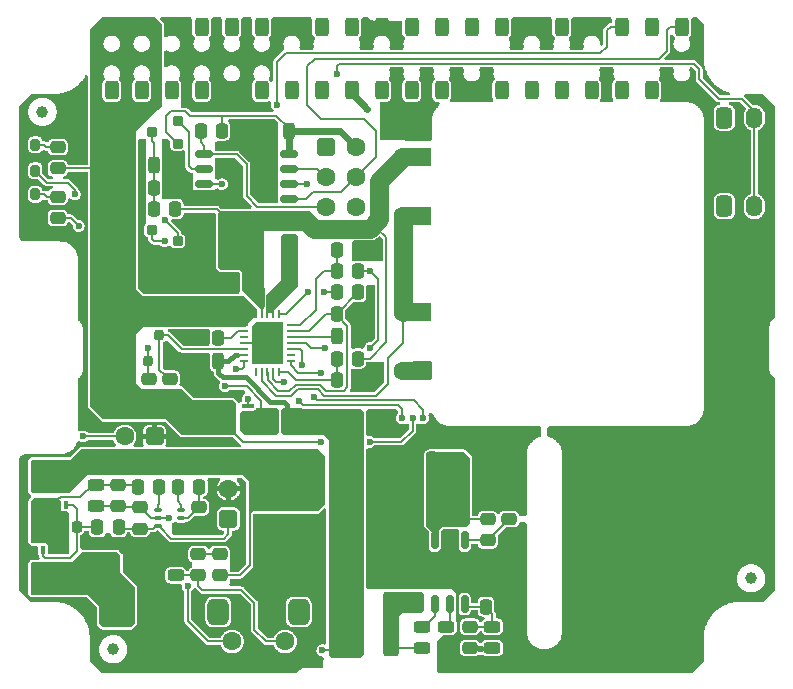
<source format=gtl>
G04*
G04 #@! TF.GenerationSoftware,Altium Limited,Altium Designer,19.1.8 (144)*
G04*
G04 Layer_Physical_Order=1*
G04 Layer_Color=25308*
%FSLAX25Y25*%
%MOIN*%
G70*
G01*
G75*
%ADD10C,0.00787*%
%ADD13C,0.01575*%
%ADD25R,0.12205X0.09449*%
%ADD56C,0.02362*%
G04:AMPARAMS|DCode=57|XSize=31.5mil|YSize=35.43mil|CornerRadius=7.87mil|HoleSize=0mil|Usage=FLASHONLY|Rotation=180.000|XOffset=0mil|YOffset=0mil|HoleType=Round|Shape=RoundedRectangle|*
%AMROUNDEDRECTD57*
21,1,0.03150,0.01968,0,0,180.0*
21,1,0.01575,0.03543,0,0,180.0*
1,1,0.01575,-0.00787,0.00984*
1,1,0.01575,0.00787,0.00984*
1,1,0.01575,0.00787,-0.00984*
1,1,0.01575,-0.00787,-0.00984*
%
%ADD57ROUNDEDRECTD57*%
G04:AMPARAMS|DCode=58|XSize=51.18mil|YSize=39.37mil|CornerRadius=9.84mil|HoleSize=0mil|Usage=FLASHONLY|Rotation=0.000|XOffset=0mil|YOffset=0mil|HoleType=Round|Shape=RoundedRectangle|*
%AMROUNDEDRECTD58*
21,1,0.05118,0.01968,0,0,0.0*
21,1,0.03150,0.03937,0,0,0.0*
1,1,0.01968,0.01575,-0.00984*
1,1,0.01968,-0.01575,-0.00984*
1,1,0.01968,-0.01575,0.00984*
1,1,0.01968,0.01575,0.00984*
%
%ADD58ROUNDEDRECTD58*%
G04:AMPARAMS|DCode=59|XSize=31.5mil|YSize=39.37mil|CornerRadius=7.87mil|HoleSize=0mil|Usage=FLASHONLY|Rotation=180.000|XOffset=0mil|YOffset=0mil|HoleType=Round|Shape=RoundedRectangle|*
%AMROUNDEDRECTD59*
21,1,0.03150,0.02362,0,0,180.0*
21,1,0.01575,0.03937,0,0,180.0*
1,1,0.01575,-0.00787,0.01181*
1,1,0.01575,0.00787,0.01181*
1,1,0.01575,0.00787,-0.01181*
1,1,0.01575,-0.00787,-0.01181*
%
%ADD59ROUNDEDRECTD59*%
G04:AMPARAMS|DCode=60|XSize=55.12mil|YSize=39.37mil|CornerRadius=9.84mil|HoleSize=0mil|Usage=FLASHONLY|Rotation=90.000|XOffset=0mil|YOffset=0mil|HoleType=Round|Shape=RoundedRectangle|*
%AMROUNDEDRECTD60*
21,1,0.05512,0.01968,0,0,90.0*
21,1,0.03543,0.03937,0,0,90.0*
1,1,0.01968,0.00984,0.01772*
1,1,0.01968,0.00984,-0.01772*
1,1,0.01968,-0.00984,-0.01772*
1,1,0.01968,-0.00984,0.01772*
%
%ADD60ROUNDEDRECTD60*%
G04:AMPARAMS|DCode=61|XSize=51.18mil|YSize=39.37mil|CornerRadius=9.84mil|HoleSize=0mil|Usage=FLASHONLY|Rotation=270.000|XOffset=0mil|YOffset=0mil|HoleType=Round|Shape=RoundedRectangle|*
%AMROUNDEDRECTD61*
21,1,0.05118,0.01968,0,0,270.0*
21,1,0.03150,0.03937,0,0,270.0*
1,1,0.01968,-0.00984,-0.01575*
1,1,0.01968,-0.00984,0.01575*
1,1,0.01968,0.00984,0.01575*
1,1,0.01968,0.00984,-0.01575*
%
%ADD61ROUNDEDRECTD61*%
G04:AMPARAMS|DCode=62|XSize=23.62mil|YSize=59.06mil|CornerRadius=5.91mil|HoleSize=0mil|Usage=FLASHONLY|Rotation=90.000|XOffset=0mil|YOffset=0mil|HoleType=Round|Shape=RoundedRectangle|*
%AMROUNDEDRECTD62*
21,1,0.02362,0.04724,0,0,90.0*
21,1,0.01181,0.05906,0,0,90.0*
1,1,0.01181,0.02362,0.00591*
1,1,0.01181,0.02362,-0.00591*
1,1,0.01181,-0.02362,-0.00591*
1,1,0.01181,-0.02362,0.00591*
%
%ADD62ROUNDEDRECTD62*%
G04:AMPARAMS|DCode=63|XSize=31.5mil|YSize=35.43mil|CornerRadius=7.87mil|HoleSize=0mil|Usage=FLASHONLY|Rotation=90.000|XOffset=0mil|YOffset=0mil|HoleType=Round|Shape=RoundedRectangle|*
%AMROUNDEDRECTD63*
21,1,0.03150,0.01968,0,0,90.0*
21,1,0.01575,0.03543,0,0,90.0*
1,1,0.01575,0.00984,0.00787*
1,1,0.01575,0.00984,-0.00787*
1,1,0.01575,-0.00984,-0.00787*
1,1,0.01575,-0.00984,0.00787*
%
%ADD63ROUNDEDRECTD63*%
%ADD64R,0.05906X0.10236*%
%ADD65O,0.00984X0.02953*%
%ADD66O,0.02953X0.00984*%
G04:AMPARAMS|DCode=67|XSize=23.62mil|YSize=59.06mil|CornerRadius=5.91mil|HoleSize=0mil|Usage=FLASHONLY|Rotation=180.000|XOffset=0mil|YOffset=0mil|HoleType=Round|Shape=RoundedRectangle|*
%AMROUNDEDRECTD67*
21,1,0.02362,0.04724,0,0,180.0*
21,1,0.01181,0.05906,0,0,180.0*
1,1,0.01181,-0.00591,0.02362*
1,1,0.01181,0.00591,0.02362*
1,1,0.01181,0.00591,-0.02362*
1,1,0.01181,-0.00591,-0.02362*
%
%ADD67ROUNDEDRECTD67*%
G04:AMPARAMS|DCode=68|XSize=15.75mil|YSize=39.37mil|CornerRadius=3.94mil|HoleSize=0mil|Usage=FLASHONLY|Rotation=270.000|XOffset=0mil|YOffset=0mil|HoleType=Round|Shape=RoundedRectangle|*
%AMROUNDEDRECTD68*
21,1,0.01575,0.03150,0,0,270.0*
21,1,0.00787,0.03937,0,0,270.0*
1,1,0.00787,-0.01575,-0.00394*
1,1,0.00787,-0.01575,0.00394*
1,1,0.00787,0.01575,0.00394*
1,1,0.00787,0.01575,-0.00394*
%
%ADD68ROUNDEDRECTD68*%
G04:AMPARAMS|DCode=69|XSize=15.75mil|YSize=35.43mil|CornerRadius=3.94mil|HoleSize=0mil|Usage=FLASHONLY|Rotation=90.000|XOffset=0mil|YOffset=0mil|HoleType=Round|Shape=RoundedRectangle|*
%AMROUNDEDRECTD69*
21,1,0.01575,0.02756,0,0,90.0*
21,1,0.00787,0.03543,0,0,90.0*
1,1,0.00787,0.01378,0.00394*
1,1,0.00787,0.01378,-0.00394*
1,1,0.00787,-0.01378,-0.00394*
1,1,0.00787,-0.01378,0.00394*
%
%ADD69ROUNDEDRECTD69*%
G04:AMPARAMS|DCode=70|XSize=86.61mil|YSize=68.9mil|CornerRadius=3.45mil|HoleSize=0mil|Usage=FLASHONLY|Rotation=90.000|XOffset=0mil|YOffset=0mil|HoleType=Round|Shape=RoundedRectangle|*
%AMROUNDEDRECTD70*
21,1,0.08661,0.06201,0,0,90.0*
21,1,0.07972,0.06890,0,0,90.0*
1,1,0.00689,0.03100,0.03986*
1,1,0.00689,0.03100,-0.03986*
1,1,0.00689,-0.03100,-0.03986*
1,1,0.00689,-0.03100,0.03986*
%
%ADD70ROUNDEDRECTD70*%
%ADD71C,0.03937*%
G04:AMPARAMS|DCode=72|XSize=62.99mil|YSize=137.8mil|CornerRadius=15.75mil|HoleSize=0mil|Usage=FLASHONLY|Rotation=0.000|XOffset=0mil|YOffset=0mil|HoleType=Round|Shape=RoundedRectangle|*
%AMROUNDEDRECTD72*
21,1,0.06299,0.10630,0,0,0.0*
21,1,0.03150,0.13780,0,0,0.0*
1,1,0.03150,0.01575,-0.05315*
1,1,0.03150,-0.01575,-0.05315*
1,1,0.03150,-0.01575,0.05315*
1,1,0.03150,0.01575,0.05315*
%
%ADD72ROUNDEDRECTD72*%
G04:AMPARAMS|DCode=73|XSize=66.93mil|YSize=70.87mil|CornerRadius=16.73mil|HoleSize=0mil|Usage=FLASHONLY|Rotation=270.000|XOffset=0mil|YOffset=0mil|HoleType=Round|Shape=RoundedRectangle|*
%AMROUNDEDRECTD73*
21,1,0.06693,0.03740,0,0,270.0*
21,1,0.03347,0.07087,0,0,270.0*
1,1,0.03346,-0.01870,-0.01673*
1,1,0.03346,-0.01870,0.01673*
1,1,0.03346,0.01870,0.01673*
1,1,0.03346,0.01870,-0.01673*
%
%ADD73ROUNDEDRECTD73*%
G04:AMPARAMS|DCode=74|XSize=55.12mil|YSize=39.37mil|CornerRadius=9.84mil|HoleSize=0mil|Usage=FLASHONLY|Rotation=0.000|XOffset=0mil|YOffset=0mil|HoleType=Round|Shape=RoundedRectangle|*
%AMROUNDEDRECTD74*
21,1,0.05512,0.01968,0,0,0.0*
21,1,0.03543,0.03937,0,0,0.0*
1,1,0.01968,0.01772,-0.00984*
1,1,0.01968,-0.01772,-0.00984*
1,1,0.01968,-0.01772,0.00984*
1,1,0.01968,0.01772,0.00984*
%
%ADD74ROUNDEDRECTD74*%
G04:AMPARAMS|DCode=75|XSize=35.43mil|YSize=37.4mil|CornerRadius=8.86mil|HoleSize=0mil|Usage=FLASHONLY|Rotation=0.000|XOffset=0mil|YOffset=0mil|HoleType=Round|Shape=RoundedRectangle|*
%AMROUNDEDRECTD75*
21,1,0.03543,0.01968,0,0,0.0*
21,1,0.01772,0.03740,0,0,0.0*
1,1,0.01772,0.00886,-0.00984*
1,1,0.01772,-0.00886,-0.00984*
1,1,0.01772,-0.00886,0.00984*
1,1,0.01772,0.00886,0.00984*
%
%ADD75ROUNDEDRECTD75*%
G04:AMPARAMS|DCode=76|XSize=94.49mil|YSize=66.93mil|CornerRadius=3.35mil|HoleSize=0mil|Usage=FLASHONLY|Rotation=180.000|XOffset=0mil|YOffset=0mil|HoleType=Round|Shape=RoundedRectangle|*
%AMROUNDEDRECTD76*
21,1,0.09449,0.06024,0,0,180.0*
21,1,0.08780,0.06693,0,0,180.0*
1,1,0.00669,-0.04390,0.03012*
1,1,0.00669,0.04390,0.03012*
1,1,0.00669,0.04390,-0.03012*
1,1,0.00669,-0.04390,-0.03012*
%
%ADD76ROUNDEDRECTD76*%
G04:AMPARAMS|DCode=77|XSize=15.75mil|YSize=27.56mil|CornerRadius=3.94mil|HoleSize=0mil|Usage=FLASHONLY|Rotation=180.000|XOffset=0mil|YOffset=0mil|HoleType=Round|Shape=RoundedRectangle|*
%AMROUNDEDRECTD77*
21,1,0.01575,0.01968,0,0,180.0*
21,1,0.00787,0.02756,0,0,180.0*
1,1,0.00787,-0.00394,0.00984*
1,1,0.00787,0.00394,0.00984*
1,1,0.00787,0.00394,-0.00984*
1,1,0.00787,-0.00394,-0.00984*
%
%ADD77ROUNDEDRECTD77*%
G04:AMPARAMS|DCode=78|XSize=15.75mil|YSize=23.62mil|CornerRadius=3.94mil|HoleSize=0mil|Usage=FLASHONLY|Rotation=270.000|XOffset=0mil|YOffset=0mil|HoleType=Round|Shape=RoundedRectangle|*
%AMROUNDEDRECTD78*
21,1,0.01575,0.01575,0,0,270.0*
21,1,0.00787,0.02362,0,0,270.0*
1,1,0.00787,-0.00787,-0.00394*
1,1,0.00787,-0.00787,0.00394*
1,1,0.00787,0.00787,0.00394*
1,1,0.00787,0.00787,-0.00394*
%
%ADD78ROUNDEDRECTD78*%
G04:AMPARAMS|DCode=79|XSize=110.24mil|YSize=39.37mil|CornerRadius=9.84mil|HoleSize=0mil|Usage=FLASHONLY|Rotation=0.000|XOffset=0mil|YOffset=0mil|HoleType=Round|Shape=RoundedRectangle|*
%AMROUNDEDRECTD79*
21,1,0.11024,0.01968,0,0,0.0*
21,1,0.09055,0.03937,0,0,0.0*
1,1,0.01968,0.04528,-0.00984*
1,1,0.01968,-0.04528,-0.00984*
1,1,0.01968,-0.04528,0.00984*
1,1,0.01968,0.04528,0.00984*
%
%ADD79ROUNDEDRECTD79*%
G04:AMPARAMS|DCode=80|XSize=110.24mil|YSize=39.37mil|CornerRadius=9.84mil|HoleSize=0mil|Usage=FLASHONLY|Rotation=270.000|XOffset=0mil|YOffset=0mil|HoleType=Round|Shape=RoundedRectangle|*
%AMROUNDEDRECTD80*
21,1,0.11024,0.01968,0,0,270.0*
21,1,0.09055,0.03937,0,0,270.0*
1,1,0.01968,-0.00984,-0.04528*
1,1,0.01968,-0.00984,0.04528*
1,1,0.01968,0.00984,0.04528*
1,1,0.01968,0.00984,-0.04528*
%
%ADD80ROUNDEDRECTD80*%
G04:AMPARAMS|DCode=81|XSize=70.87mil|YSize=39.37mil|CornerRadius=9.84mil|HoleSize=0mil|Usage=FLASHONLY|Rotation=90.000|XOffset=0mil|YOffset=0mil|HoleType=Round|Shape=RoundedRectangle|*
%AMROUNDEDRECTD81*
21,1,0.07087,0.01968,0,0,90.0*
21,1,0.05118,0.03937,0,0,90.0*
1,1,0.01968,0.00984,0.02559*
1,1,0.01968,0.00984,-0.02559*
1,1,0.01968,-0.00984,-0.02559*
1,1,0.01968,-0.00984,0.02559*
%
%ADD81ROUNDEDRECTD81*%
G04:AMPARAMS|DCode=82|XSize=55.12mil|YSize=216.54mil|CornerRadius=13.78mil|HoleSize=0mil|Usage=FLASHONLY|Rotation=180.000|XOffset=0mil|YOffset=0mil|HoleType=Round|Shape=RoundedRectangle|*
%AMROUNDEDRECTD82*
21,1,0.05512,0.18898,0,0,180.0*
21,1,0.02756,0.21654,0,0,180.0*
1,1,0.02756,-0.01378,0.09449*
1,1,0.02756,0.01378,0.09449*
1,1,0.02756,0.01378,-0.09449*
1,1,0.02756,-0.01378,-0.09449*
%
%ADD82ROUNDEDRECTD82*%
G04:AMPARAMS|DCode=83|XSize=62.99mil|YSize=47.24mil|CornerRadius=11.81mil|HoleSize=0mil|Usage=FLASHONLY|Rotation=90.000|XOffset=0mil|YOffset=0mil|HoleType=Round|Shape=RoundedRectangle|*
%AMROUNDEDRECTD83*
21,1,0.06299,0.02362,0,0,90.0*
21,1,0.03937,0.04724,0,0,90.0*
1,1,0.02362,0.01181,0.01968*
1,1,0.02362,0.01181,-0.01968*
1,1,0.02362,-0.01181,-0.01968*
1,1,0.02362,-0.01181,0.01968*
%
%ADD83ROUNDEDRECTD83*%
G04:AMPARAMS|DCode=84|XSize=47.24mil|YSize=185.04mil|CornerRadius=11.81mil|HoleSize=0mil|Usage=FLASHONLY|Rotation=180.000|XOffset=0mil|YOffset=0mil|HoleType=Round|Shape=RoundedRectangle|*
%AMROUNDEDRECTD84*
21,1,0.04724,0.16142,0,0,180.0*
21,1,0.02362,0.18504,0,0,180.0*
1,1,0.02362,-0.01181,0.08071*
1,1,0.02362,0.01181,0.08071*
1,1,0.02362,0.01181,-0.08071*
1,1,0.02362,-0.01181,-0.08071*
%
%ADD84ROUNDEDRECTD84*%
G04:AMPARAMS|DCode=85|XSize=82.68mil|YSize=31.5mil|CornerRadius=7.87mil|HoleSize=0mil|Usage=FLASHONLY|Rotation=270.000|XOffset=0mil|YOffset=0mil|HoleType=Round|Shape=RoundedRectangle|*
%AMROUNDEDRECTD85*
21,1,0.08268,0.01575,0,0,270.0*
21,1,0.06693,0.03150,0,0,270.0*
1,1,0.01575,-0.00787,-0.03347*
1,1,0.01575,-0.00787,0.03347*
1,1,0.01575,0.00787,0.03347*
1,1,0.01575,0.00787,-0.03347*
%
%ADD85ROUNDEDRECTD85*%
%ADD86C,0.06299*%
%ADD87C,0.02362*%
%ADD88C,0.01968*%
%ADD89R,0.09843X0.11417*%
%ADD90R,0.09252X0.06299*%
%ADD91C,0.06299*%
G04:AMPARAMS|DCode=92|XSize=62.99mil|YSize=62.99mil|CornerRadius=15.75mil|HoleSize=0mil|Usage=FLASHONLY|Rotation=0.000|XOffset=0mil|YOffset=0mil|HoleType=Round|Shape=RoundedRectangle|*
%AMROUNDEDRECTD92*
21,1,0.06299,0.03150,0,0,0.0*
21,1,0.03150,0.06299,0,0,0.0*
1,1,0.03150,0.01575,-0.01575*
1,1,0.03150,-0.01575,-0.01575*
1,1,0.03150,-0.01575,0.01575*
1,1,0.03150,0.01575,0.01575*
%
%ADD92ROUNDEDRECTD92*%
G04:AMPARAMS|DCode=93|XSize=70.87mil|YSize=86.61mil|CornerRadius=17.72mil|HoleSize=0mil|Usage=FLASHONLY|Rotation=180.000|XOffset=0mil|YOffset=0mil|HoleType=Round|Shape=RoundedRectangle|*
%AMROUNDEDRECTD93*
21,1,0.07087,0.05118,0,0,180.0*
21,1,0.03543,0.08661,0,0,180.0*
1,1,0.03543,-0.01772,0.02559*
1,1,0.03543,0.01772,0.02559*
1,1,0.03543,0.01772,-0.02559*
1,1,0.03543,-0.01772,-0.02559*
%
%ADD93ROUNDEDRECTD93*%
G04:AMPARAMS|DCode=94|XSize=55.12mil|YSize=70.87mil|CornerRadius=13.78mil|HoleSize=0mil|Usage=FLASHONLY|Rotation=0.000|XOffset=0mil|YOffset=0mil|HoleType=Round|Shape=RoundedRectangle|*
%AMROUNDEDRECTD94*
21,1,0.05512,0.04331,0,0,0.0*
21,1,0.02756,0.07087,0,0,0.0*
1,1,0.02756,0.01378,-0.02165*
1,1,0.02756,-0.01378,-0.02165*
1,1,0.02756,-0.01378,0.02165*
1,1,0.02756,0.01378,0.02165*
%
%ADD94ROUNDEDRECTD94*%
%ADD95O,0.05512X0.07087*%
%ADD96O,0.07874X0.09449*%
G04:AMPARAMS|DCode=97|XSize=78.74mil|YSize=94.49mil|CornerRadius=19.68mil|HoleSize=0mil|Usage=FLASHONLY|Rotation=0.000|XOffset=0mil|YOffset=0mil|HoleType=Round|Shape=RoundedRectangle|*
%AMROUNDEDRECTD97*
21,1,0.07874,0.05512,0,0,0.0*
21,1,0.03937,0.09449,0,0,0.0*
1,1,0.03937,0.01968,-0.02756*
1,1,0.03937,-0.01968,-0.02756*
1,1,0.03937,-0.01968,0.02756*
1,1,0.03937,0.01968,0.02756*
%
%ADD97ROUNDEDRECTD97*%
G36*
X199488Y220262D02*
X199802Y219800D01*
X199835Y219647D01*
X199812Y219512D01*
X199800Y219291D01*
Y218508D01*
X199213D01*
X199027Y218493D01*
X198846Y218450D01*
X198675Y218378D01*
X198516Y218281D01*
X198375Y218161D01*
X197115Y216901D01*
X196994Y216759D01*
X196897Y216601D01*
X196826Y216429D01*
X196783Y216248D01*
X196768Y216063D01*
Y211482D01*
X196201Y210990D01*
X195699Y211422D01*
X195712Y211693D01*
X195699Y211963D01*
X195659Y212231D01*
X195593Y212494D01*
X195502Y212749D01*
X195386Y212994D01*
X195247Y213226D01*
X195086Y213443D01*
X194904Y213644D01*
X194703Y213826D01*
X194486Y213987D01*
X194253Y214126D01*
X194009Y214242D01*
X193754Y214333D01*
X193491Y214399D01*
X193223Y214439D01*
X192953Y214452D01*
X192682Y214439D01*
X192414Y214399D01*
X192152Y214333D01*
X191897Y214242D01*
X191652Y214126D01*
X191420Y213987D01*
X191202Y213826D01*
X191002Y213644D01*
X190820Y213443D01*
X190658Y213226D01*
X190519Y212994D01*
X190403Y212749D01*
X190312Y212494D01*
X190246Y212231D01*
X190207Y211963D01*
X190193Y211693D01*
X190207Y211422D01*
X190246Y211155D01*
X190312Y210892D01*
X190403Y210637D01*
X190519Y210392D01*
X190182Y209755D01*
X190057Y209649D01*
X185848D01*
X185723Y209755D01*
X185386Y210392D01*
X185502Y210637D01*
X185593Y210892D01*
X185659Y211155D01*
X185699Y211422D01*
X185712Y211693D01*
X185699Y211963D01*
X185659Y212231D01*
X185593Y212494D01*
X185502Y212749D01*
X185386Y212993D01*
X185275Y213370D01*
X185351Y213754D01*
X185528Y213960D01*
X185675Y214125D01*
X185803Y214305D01*
X185910Y214499D01*
X185995Y214703D01*
X186056Y214916D01*
X186093Y215134D01*
X186105Y215354D01*
Y219291D01*
X186093Y219512D01*
X186070Y219647D01*
X186103Y219800D01*
X186417Y220262D01*
X186643Y220434D01*
X199262D01*
X199488Y220262D01*
D02*
G37*
G36*
X179488D02*
X179802Y219800D01*
X179835Y219647D01*
X179812Y219512D01*
X179800Y219291D01*
Y215354D01*
X179812Y215134D01*
X179849Y214916D01*
X179911Y214703D01*
X179995Y214499D01*
X180102Y214305D01*
X180230Y214125D01*
X180377Y213960D01*
X180554Y213754D01*
X180630Y213370D01*
X180519Y212993D01*
X180403Y212749D01*
X180312Y212494D01*
X180246Y212231D01*
X180207Y211963D01*
X180193Y211693D01*
X180207Y211422D01*
X180246Y211155D01*
X180312Y210892D01*
X180403Y210637D01*
X180519Y210392D01*
X180182Y209755D01*
X180057Y209649D01*
X175848D01*
X175723Y209755D01*
X175386Y210392D01*
X175502Y210637D01*
X175593Y210892D01*
X175659Y211155D01*
X175699Y211422D01*
X175712Y211693D01*
X175699Y211963D01*
X175659Y212231D01*
X175593Y212494D01*
X175502Y212749D01*
X175386Y212994D01*
X175247Y213226D01*
X175085Y213443D01*
X174904Y213644D01*
X174703Y213826D01*
X174486Y213987D01*
X174253Y214126D01*
X174009Y214242D01*
X173754Y214333D01*
X173491Y214399D01*
X173223Y214439D01*
X172953Y214452D01*
X172682Y214439D01*
X172414Y214399D01*
X172152Y214333D01*
X171897Y214242D01*
X171652Y214126D01*
X171420Y213987D01*
X171202Y213826D01*
X171002Y213644D01*
X170820Y213443D01*
X170658Y213226D01*
X170519Y212994D01*
X170403Y212749D01*
X170312Y212494D01*
X170246Y212231D01*
X170207Y211963D01*
X170193Y211693D01*
X170207Y211422D01*
X170246Y211155D01*
X170312Y210892D01*
X170403Y210637D01*
X170519Y210392D01*
X170182Y209755D01*
X170057Y209649D01*
X165849D01*
X165723Y209755D01*
X165386Y210392D01*
X165502Y210637D01*
X165593Y210892D01*
X165659Y211155D01*
X165699Y211422D01*
X165712Y211693D01*
X165699Y211963D01*
X165659Y212231D01*
X165593Y212494D01*
X165502Y212749D01*
X165386Y212993D01*
X165275Y213370D01*
X165351Y213754D01*
X165528Y213960D01*
X165675Y214125D01*
X165803Y214305D01*
X165910Y214499D01*
X165995Y214703D01*
X166056Y214916D01*
X166093Y215134D01*
X166105Y215354D01*
Y219291D01*
X166093Y219512D01*
X166070Y219647D01*
X166103Y219800D01*
X166417Y220262D01*
X166643Y220434D01*
X179262D01*
X179488Y220262D01*
D02*
G37*
G36*
X118636Y220211D02*
X118866Y220003D01*
X119114Y219819D01*
X119380Y219660D01*
X119659Y219528D01*
X119951Y219423D01*
X120251Y219348D01*
X120252Y219348D01*
X120557Y219303D01*
X120866Y219287D01*
Y219288D01*
X129800D01*
Y215354D01*
X129812Y215134D01*
X129849Y214916D01*
X129911Y214703D01*
X129995Y214499D01*
X130102Y214305D01*
X130230Y214125D01*
X130377Y213960D01*
X130554Y213754D01*
X130630Y213370D01*
X130519Y212993D01*
X130403Y212749D01*
X130312Y212494D01*
X130246Y212231D01*
X130207Y211963D01*
X130193Y211693D01*
X130207Y211422D01*
X130246Y211155D01*
X130312Y210892D01*
X130403Y210637D01*
X130519Y210392D01*
X130182Y209755D01*
X130057Y209649D01*
X125848D01*
X125723Y209755D01*
X125386Y210392D01*
X125502Y210637D01*
X125593Y210892D01*
X125659Y211155D01*
X125699Y211422D01*
X125712Y211693D01*
X125699Y211963D01*
X125659Y212231D01*
X125593Y212494D01*
X125502Y212749D01*
X125386Y212994D01*
X125247Y213226D01*
X125085Y213443D01*
X124904Y213644D01*
X124703Y213826D01*
X124486Y213987D01*
X124253Y214126D01*
X124009Y214242D01*
X123754Y214333D01*
X123491Y214399D01*
X123223Y214439D01*
X122953Y214452D01*
X122682Y214439D01*
X122414Y214399D01*
X122152Y214333D01*
X121897Y214242D01*
X121652Y214126D01*
X121420Y213987D01*
X121202Y213826D01*
X121002Y213644D01*
X120820Y213443D01*
X120658Y213226D01*
X120519Y212994D01*
X120403Y212749D01*
X120312Y212494D01*
X120246Y212231D01*
X120207Y211963D01*
X120193Y211693D01*
X120207Y211422D01*
X120246Y211155D01*
X120312Y210892D01*
X120403Y210637D01*
X120519Y210392D01*
X120182Y209755D01*
X120057Y209649D01*
X115849D01*
X115723Y209755D01*
X115386Y210392D01*
X115502Y210637D01*
X115593Y210892D01*
X115659Y211155D01*
X115699Y211422D01*
X115712Y211693D01*
X115699Y211963D01*
X115659Y212231D01*
X115593Y212494D01*
X115502Y212749D01*
X115386Y212993D01*
X115275Y213370D01*
X115351Y213754D01*
X115528Y213960D01*
X115675Y214125D01*
X115803Y214305D01*
X115910Y214499D01*
X115995Y214703D01*
X116056Y214916D01*
X116093Y215134D01*
X116105Y215354D01*
Y219291D01*
X116093Y219512D01*
X116070Y219647D01*
X116103Y219800D01*
X116417Y220262D01*
X116643Y220434D01*
X118434D01*
X118636Y220211D01*
D02*
G37*
G36*
X230311Y218013D02*
Y206693D01*
X230311Y206691D01*
X230326Y206113D01*
X230368Y205535D01*
X230439Y204959D01*
X230538Y204388D01*
X230665Y203822D01*
X230820Y203263D01*
X231002Y202713D01*
X231211Y202172D01*
X231446Y201642D01*
X231706Y201124D01*
X231992Y200619D01*
X232302Y200129D01*
X232636Y199655D01*
X232993Y199198D01*
X233372Y198759D01*
X233772Y198339D01*
X234192Y197939D01*
X234631Y197560D01*
X235088Y197203D01*
X235562Y196870D01*
X236052Y196559D01*
X236557Y196273D01*
X237075Y196013D01*
X237605Y195778D01*
X238146Y195569D01*
X238696Y195387D01*
X239086Y195279D01*
X238979Y194492D01*
X235727D01*
X229925Y200294D01*
Y203150D01*
X229910Y203335D01*
X229867Y203516D01*
X229796Y203688D01*
X229699Y203846D01*
X229578Y203987D01*
X227806Y205759D01*
X227665Y205880D01*
X227506Y205977D01*
X227335Y206048D01*
X227154Y206091D01*
X226969Y206106D01*
X217472D01*
X217170Y206834D01*
X218791Y208454D01*
X218911Y208595D01*
X219008Y208753D01*
X219079Y208925D01*
X219123Y209106D01*
X219138Y209291D01*
Y214542D01*
X219911Y214703D01*
X219995Y214499D01*
X220102Y214305D01*
X220230Y214125D01*
X220377Y213960D01*
X220554Y213754D01*
X220630Y213370D01*
X220519Y212993D01*
X220403Y212749D01*
X220312Y212494D01*
X220246Y212231D01*
X220207Y211963D01*
X220193Y211693D01*
X220207Y211422D01*
X220246Y211155D01*
X220312Y210892D01*
X220403Y210637D01*
X220519Y210392D01*
X220658Y210160D01*
X220820Y209942D01*
X221002Y209742D01*
X221202Y209560D01*
X221420Y209399D01*
X221652Y209259D01*
X221897Y209144D01*
X222152Y209052D01*
X222414Y208987D01*
X222682Y208947D01*
X222953Y208934D01*
X223223Y208947D01*
X223491Y208987D01*
X223754Y209052D01*
X224008Y209144D01*
X224253Y209259D01*
X224486Y209399D01*
X224703Y209560D01*
X224904Y209742D01*
X225085Y209942D01*
X225247Y210160D01*
X225386Y210392D01*
X225502Y210637D01*
X225593Y210892D01*
X225659Y211155D01*
X225698Y211422D01*
X225712Y211693D01*
X225698Y211963D01*
X225659Y212231D01*
X225593Y212494D01*
X225502Y212749D01*
X225386Y212993D01*
X225275Y213370D01*
X225351Y213754D01*
X225528Y213960D01*
X225675Y214125D01*
X225803Y214305D01*
X225910Y214499D01*
X225995Y214703D01*
X226056Y214916D01*
X226093Y215134D01*
X226105Y215354D01*
Y219291D01*
X226093Y219512D01*
X226070Y219647D01*
X226103Y219800D01*
X226417Y220262D01*
X226643Y220434D01*
X227891D01*
X230311Y218013D01*
D02*
G37*
G36*
X99488Y220262D02*
X99802Y219800D01*
X99835Y219647D01*
X99812Y219512D01*
X99800Y219291D01*
Y215354D01*
X99812Y215134D01*
X99849Y214916D01*
X99911Y214703D01*
X99995Y214499D01*
X100102Y214305D01*
X100230Y214125D01*
X100377Y213960D01*
X100554Y213754D01*
X100630Y213370D01*
X100519Y212993D01*
X100403Y212749D01*
X100312Y212494D01*
X100246Y212231D01*
X100207Y211963D01*
X100193Y211693D01*
X100207Y211422D01*
X100246Y211155D01*
X100312Y210892D01*
X100403Y210637D01*
X100519Y210392D01*
X100182Y209755D01*
X100057Y209649D01*
X95849D01*
X95723Y209755D01*
X95386Y210392D01*
X95502Y210637D01*
X95593Y210892D01*
X95659Y211155D01*
X95699Y211422D01*
X95712Y211693D01*
X95699Y211963D01*
X95659Y212231D01*
X95593Y212494D01*
X95502Y212749D01*
X95386Y212994D01*
X95247Y213226D01*
X95086Y213443D01*
X94904Y213644D01*
X94703Y213826D01*
X94486Y213987D01*
X94253Y214126D01*
X94008Y214242D01*
X93754Y214333D01*
X93491Y214399D01*
X93223Y214439D01*
X92953Y214452D01*
X92682Y214439D01*
X92414Y214399D01*
X92152Y214333D01*
X91897Y214242D01*
X91652Y214126D01*
X91420Y213987D01*
X91202Y213826D01*
X91002Y213644D01*
X90820Y213443D01*
X90658Y213226D01*
X90519Y212994D01*
X90403Y212749D01*
X90312Y212494D01*
X90246Y212231D01*
X90207Y211963D01*
X90193Y211693D01*
X90207Y211422D01*
X90246Y211155D01*
X90312Y210892D01*
X90403Y210637D01*
X90519Y210392D01*
X90523Y210370D01*
X90521Y210125D01*
X90476Y209915D01*
X90434Y209789D01*
X90229Y209450D01*
X90225Y209446D01*
X90187Y209423D01*
X90045Y209302D01*
X87115Y206372D01*
X87079Y206329D01*
X87036Y206293D01*
X86915Y206152D01*
X86818Y205993D01*
X86747Y205822D01*
X86704Y205641D01*
X86689Y205455D01*
Y199063D01*
X85910Y198887D01*
X85803Y199080D01*
X85675Y199261D01*
X85528Y199426D01*
X85351Y199632D01*
X85275Y200016D01*
X85386Y200392D01*
X85502Y200637D01*
X85593Y200892D01*
X85659Y201154D01*
X85699Y201422D01*
X85712Y201693D01*
X85699Y201963D01*
X85659Y202231D01*
X85593Y202494D01*
X85502Y202749D01*
X85386Y202993D01*
X85247Y203226D01*
X85085Y203443D01*
X84904Y203644D01*
X84703Y203826D01*
X84486Y203987D01*
X84253Y204126D01*
X84009Y204242D01*
X83754Y204333D01*
X83491Y204399D01*
X83223Y204439D01*
X82953Y204452D01*
X82682Y204439D01*
X82414Y204399D01*
X82152Y204333D01*
X81897Y204242D01*
X81652Y204126D01*
X81420Y203987D01*
X81202Y203826D01*
X81002Y203644D01*
X80820Y203443D01*
X80658Y203226D01*
X80519Y202993D01*
X80403Y202749D01*
X80312Y202494D01*
X80246Y202231D01*
X80207Y201963D01*
X80193Y201693D01*
X80207Y201422D01*
X80246Y201154D01*
X80312Y200892D01*
X80403Y200637D01*
X80519Y200392D01*
X80630Y200016D01*
X80554Y199632D01*
X80377Y199426D01*
X80230Y199261D01*
X80102Y199080D01*
X79995Y198887D01*
X79911Y198683D01*
X79849Y198470D01*
X79812Y198252D01*
X79800Y198031D01*
Y194095D01*
X79812Y193874D01*
X79849Y193656D01*
X79911Y193443D01*
X79995Y193239D01*
X80102Y193045D01*
X80230Y192865D01*
X80377Y192700D01*
X80542Y192553D01*
X80723Y192425D01*
X80916Y192318D01*
X81120Y192234D01*
X81333Y192172D01*
X81551Y192135D01*
X81771Y192123D01*
X84134D01*
X84355Y192135D01*
X84572Y192172D01*
X84785Y192234D01*
X84989Y192318D01*
X85183Y192425D01*
X85363Y192553D01*
X85528Y192700D01*
X86098Y192194D01*
X86013Y191990D01*
X85952Y191777D01*
X85915Y191559D01*
X85902Y191339D01*
X85915Y191118D01*
X85952Y190900D01*
X86013Y190687D01*
X86098Y190483D01*
X86205Y190290D01*
X86333Y190109D01*
X86480Y189945D01*
X86645Y189797D01*
X86825Y189669D01*
X87019Y189562D01*
X86842Y188783D01*
X59546D01*
X58318Y190011D01*
X58177Y190132D01*
X58018Y190229D01*
X57846Y190300D01*
X57666Y190343D01*
X57480Y190358D01*
X56105D01*
Y196653D01*
X56105Y196655D01*
Y198031D01*
X56093Y198252D01*
X56056Y198470D01*
X55995Y198683D01*
X55910Y198887D01*
X55803Y199080D01*
X55675Y199261D01*
X55528Y199426D01*
X55351Y199632D01*
X55275Y200016D01*
X55386Y200392D01*
X55502Y200637D01*
X55593Y200892D01*
X55659Y201154D01*
X55699Y201422D01*
X55712Y201693D01*
X55699Y201963D01*
X55659Y202231D01*
X55593Y202494D01*
X55502Y202749D01*
X55386Y202993D01*
X55247Y203226D01*
X55085Y203443D01*
X54904Y203644D01*
X54703Y203826D01*
X54486Y203987D01*
X54253Y204126D01*
X54009Y204242D01*
X53754Y204333D01*
X53491Y204399D01*
X53223Y204439D01*
X52953Y204452D01*
X52682Y204439D01*
X52414Y204399D01*
X52152Y204333D01*
X51897Y204242D01*
X51652Y204126D01*
X51420Y203987D01*
X51202Y203826D01*
X51187Y203812D01*
X50555Y204022D01*
X50400Y204152D01*
X50400Y206811D01*
Y209233D01*
X50555Y209364D01*
X51187Y209574D01*
X51202Y209560D01*
X51420Y209399D01*
X51652Y209259D01*
X51897Y209144D01*
X52152Y209052D01*
X52414Y208987D01*
X52682Y208947D01*
X52953Y208934D01*
X53223Y208947D01*
X53491Y208987D01*
X53754Y209052D01*
X54009Y209144D01*
X54253Y209259D01*
X54486Y209399D01*
X54703Y209560D01*
X54904Y209742D01*
X55085Y209942D01*
X55247Y210160D01*
X55386Y210392D01*
X55502Y210637D01*
X55593Y210892D01*
X55659Y211155D01*
X55699Y211422D01*
X55712Y211693D01*
X55699Y211963D01*
X55659Y212231D01*
X55593Y212494D01*
X55502Y212749D01*
X55386Y212994D01*
X55247Y213226D01*
X55085Y213443D01*
X54904Y213644D01*
X54703Y213826D01*
X54486Y213987D01*
X54253Y214126D01*
X54009Y214242D01*
X53754Y214333D01*
X53491Y214399D01*
X53223Y214439D01*
X52953Y214452D01*
X52682Y214439D01*
X52414Y214399D01*
X52152Y214333D01*
X51897Y214242D01*
X51652Y214126D01*
X51420Y213987D01*
X51202Y213826D01*
X51187Y213812D01*
X50555Y214022D01*
X50400Y214152D01*
Y218138D01*
X50384Y218292D01*
X50340Y218441D01*
X50266Y218578D01*
X50168Y218697D01*
X49159Y219707D01*
X49461Y220434D01*
X59262D01*
X59488Y220262D01*
X59802Y219800D01*
X59835Y219647D01*
X59812Y219512D01*
X59800Y219291D01*
Y215354D01*
X59812Y215134D01*
X59849Y214916D01*
X59911Y214703D01*
X59995Y214499D01*
X60102Y214305D01*
X60230Y214125D01*
X60377Y213960D01*
X60554Y213754D01*
X60630Y213370D01*
X60519Y212993D01*
X60403Y212749D01*
X60312Y212494D01*
X60246Y212231D01*
X60207Y211963D01*
X60193Y211693D01*
X60207Y211422D01*
X60246Y211155D01*
X60312Y210892D01*
X60403Y210637D01*
X60519Y210392D01*
X60658Y210160D01*
X60820Y209942D01*
X61002Y209742D01*
X61202Y209560D01*
X61420Y209399D01*
X61652Y209259D01*
X61897Y209144D01*
X62152Y209052D01*
X62414Y208987D01*
X62682Y208947D01*
X62953Y208934D01*
X63223Y208947D01*
X63491Y208987D01*
X63754Y209052D01*
X64008Y209144D01*
X64253Y209259D01*
X64486Y209399D01*
X64703Y209560D01*
X64904Y209742D01*
X65086Y209942D01*
X65247Y210160D01*
X65386Y210392D01*
X65502Y210637D01*
X65593Y210892D01*
X65659Y211155D01*
X65699Y211422D01*
X65712Y211693D01*
X65699Y211963D01*
X65659Y212231D01*
X65593Y212494D01*
X65502Y212749D01*
X65386Y212993D01*
X65275Y213370D01*
X65351Y213754D01*
X65528Y213960D01*
X65675Y214125D01*
X65803Y214305D01*
X65910Y214499D01*
X65995Y214703D01*
X66056Y214916D01*
X66093Y215134D01*
X66105Y215354D01*
Y219291D01*
X66093Y219512D01*
X66070Y219647D01*
X66104Y219800D01*
X66417Y220262D01*
X66643Y220434D01*
X69262D01*
X69488Y220262D01*
X69802Y219800D01*
X69835Y219647D01*
X69812Y219512D01*
X69800Y219291D01*
Y215354D01*
X69812Y215134D01*
X69849Y214916D01*
X69911Y214703D01*
X69995Y214499D01*
X70102Y214305D01*
X70230Y214125D01*
X70377Y213960D01*
X70554Y213754D01*
X70630Y213370D01*
X70519Y212993D01*
X70403Y212749D01*
X70312Y212494D01*
X70246Y212231D01*
X70207Y211963D01*
X70193Y211693D01*
X70207Y211422D01*
X70246Y211155D01*
X70312Y210892D01*
X70403Y210637D01*
X70519Y210392D01*
X70658Y210160D01*
X70820Y209942D01*
X71002Y209742D01*
X71202Y209560D01*
X71420Y209399D01*
X71652Y209259D01*
X71897Y209144D01*
X72152Y209052D01*
X72414Y208987D01*
X72682Y208947D01*
X72953Y208934D01*
X73223Y208947D01*
X73491Y208987D01*
X73754Y209052D01*
X74009Y209144D01*
X74253Y209259D01*
X74486Y209399D01*
X74703Y209560D01*
X74904Y209742D01*
X75086Y209942D01*
X75247Y210160D01*
X75386Y210392D01*
X75502Y210637D01*
X75593Y210892D01*
X75659Y211155D01*
X75699Y211422D01*
X75712Y211693D01*
X75699Y211963D01*
X75659Y212231D01*
X75593Y212494D01*
X75502Y212749D01*
X75386Y212993D01*
X75275Y213370D01*
X75351Y213754D01*
X75528Y213960D01*
X75675Y214125D01*
X75803Y214305D01*
X75910Y214499D01*
X75995Y214703D01*
X76056Y214916D01*
X76093Y215134D01*
X76105Y215354D01*
Y219291D01*
X76093Y219512D01*
X76070Y219647D01*
X76104Y219800D01*
X76417Y220262D01*
X76643Y220434D01*
X79262D01*
X79488Y220262D01*
X79802Y219800D01*
X79835Y219647D01*
X79812Y219512D01*
X79800Y219291D01*
Y215354D01*
X79812Y215134D01*
X79849Y214916D01*
X79911Y214703D01*
X79995Y214499D01*
X80102Y214305D01*
X80230Y214125D01*
X80377Y213960D01*
X80554Y213754D01*
X80630Y213370D01*
X80519Y212993D01*
X80403Y212749D01*
X80312Y212494D01*
X80246Y212231D01*
X80207Y211963D01*
X80193Y211693D01*
X80207Y211422D01*
X80246Y211155D01*
X80312Y210892D01*
X80403Y210637D01*
X80519Y210392D01*
X80658Y210160D01*
X80820Y209942D01*
X81002Y209742D01*
X81202Y209560D01*
X81420Y209399D01*
X81652Y209259D01*
X81897Y209144D01*
X82152Y209052D01*
X82414Y208987D01*
X82682Y208947D01*
X82953Y208934D01*
X83223Y208947D01*
X83491Y208987D01*
X83754Y209052D01*
X84009Y209144D01*
X84253Y209259D01*
X84486Y209399D01*
X84703Y209560D01*
X84904Y209742D01*
X85085Y209942D01*
X85247Y210160D01*
X85386Y210392D01*
X85502Y210637D01*
X85593Y210892D01*
X85659Y211155D01*
X85699Y211422D01*
X85712Y211693D01*
X85699Y211963D01*
X85659Y212231D01*
X85593Y212494D01*
X85502Y212749D01*
X85386Y212993D01*
X85275Y213370D01*
X85351Y213754D01*
X85528Y213960D01*
X85675Y214125D01*
X85803Y214305D01*
X85910Y214499D01*
X85995Y214703D01*
X86056Y214916D01*
X86093Y215134D01*
X86105Y215354D01*
Y219291D01*
X86093Y219512D01*
X86070Y219647D01*
X86103Y219800D01*
X86417Y220262D01*
X86643Y220434D01*
X99262D01*
X99488Y220262D01*
D02*
G37*
G36*
X227555Y202659D02*
Y199803D01*
X227570Y199618D01*
X227613Y199437D01*
X227684Y199265D01*
X227782Y199107D01*
X227902Y198965D01*
X234399Y192469D01*
X234540Y192349D01*
X234698Y192252D01*
X234870Y192180D01*
X235051Y192137D01*
X235236Y192122D01*
X235601D01*
X235623Y191335D01*
X235505Y191328D01*
X235265Y191288D01*
X235032Y191220D01*
X234807Y191127D01*
X234594Y191010D01*
X234396Y190869D01*
X234214Y190707D01*
X234052Y190525D01*
X233912Y190327D01*
X233794Y190114D01*
X233701Y189890D01*
X233634Y189656D01*
X233593Y189416D01*
X233579Y189173D01*
Y184843D01*
X233593Y184600D01*
X233634Y184360D01*
X233701Y184126D01*
X233794Y183902D01*
X233912Y183689D01*
X234052Y183490D01*
X234214Y183309D01*
X234396Y183147D01*
X234594Y183006D01*
X234807Y182888D01*
X235032Y182796D01*
X235265Y182728D01*
X235505Y182687D01*
X235748Y182674D01*
X238504D01*
X238747Y182687D01*
X238986Y182728D01*
X239220Y182796D01*
X239445Y182888D01*
X239658Y183006D01*
X239856Y183147D01*
X240037Y183309D01*
X240199Y183490D01*
X240340Y183689D01*
X240458Y183902D01*
X240551Y184126D01*
X240618Y184360D01*
X240659Y184600D01*
X240673Y184843D01*
Y189173D01*
X240659Y189416D01*
X240618Y189656D01*
X240551Y189890D01*
X240458Y190114D01*
X240340Y190327D01*
X240199Y190525D01*
X240037Y190707D01*
X239856Y190869D01*
X239658Y191010D01*
X239445Y191127D01*
X239220Y191220D01*
X238986Y191288D01*
X238747Y191328D01*
X238629Y191335D01*
X238651Y192122D01*
X242423D01*
X244438Y190107D01*
X244409Y190075D01*
X244221Y189830D01*
X244055Y189569D01*
X243912Y189294D01*
X243793Y189008D01*
X243700Y188713D01*
X243633Y188411D01*
X243593Y188104D01*
X243579Y187795D01*
Y186221D01*
X243593Y185911D01*
X243633Y185605D01*
X243700Y185302D01*
X243793Y185007D01*
X243912Y184722D01*
X244055Y184447D01*
X244221Y184186D01*
X244409Y183941D01*
X244618Y183713D01*
X244846Y183504D01*
X245092Y183315D01*
X245353Y183149D01*
X245627Y183006D01*
X245913Y182888D01*
X245941Y182879D01*
Y161609D01*
X245913Y161600D01*
X245627Y161482D01*
X245353Y161339D01*
X245092Y161173D01*
X244846Y160985D01*
X244618Y160776D01*
X244409Y160547D01*
X244221Y160302D01*
X244055Y160041D01*
X243912Y159767D01*
X243793Y159481D01*
X243700Y159186D01*
X243633Y158884D01*
X243593Y158577D01*
X243579Y158268D01*
Y156693D01*
X243593Y156384D01*
X243633Y156077D01*
X243700Y155775D01*
X243793Y155480D01*
X243912Y155194D01*
X244055Y154920D01*
X244221Y154659D01*
X244409Y154413D01*
X244618Y154185D01*
X244846Y153976D01*
X245092Y153788D01*
X245353Y153621D01*
X245627Y153479D01*
X245913Y153360D01*
X246208Y153267D01*
X246510Y153200D01*
X246817Y153160D01*
X247126Y153146D01*
X247435Y153160D01*
X247742Y153200D01*
X248044Y153267D01*
X248339Y153360D01*
X248625Y153479D01*
X248899Y153621D01*
X249160Y153788D01*
X249406Y153976D01*
X249634Y154185D01*
X249843Y154413D01*
X250031Y154659D01*
X250198Y154920D01*
X250340Y155194D01*
X250459Y155480D01*
X250552Y155775D01*
X250619Y156077D01*
X250659Y156384D01*
X250673Y156693D01*
Y158268D01*
X250659Y158577D01*
X250619Y158884D01*
X250552Y159186D01*
X250459Y159481D01*
X250340Y159767D01*
X250198Y160041D01*
X250031Y160302D01*
X249843Y160547D01*
X249634Y160776D01*
X249406Y160985D01*
X249160Y161173D01*
X248899Y161339D01*
X248625Y161482D01*
X248339Y161600D01*
X248311Y161609D01*
Y182879D01*
X248339Y182888D01*
X248625Y183006D01*
X248899Y183149D01*
X249160Y183315D01*
X249406Y183504D01*
X249634Y183713D01*
X249843Y183941D01*
X250031Y184186D01*
X250198Y184447D01*
X250340Y184722D01*
X250459Y185007D01*
X250552Y185302D01*
X250619Y185605D01*
X250659Y185911D01*
X250673Y186221D01*
Y187795D01*
X250659Y188104D01*
X250619Y188411D01*
X250552Y188713D01*
X250459Y189008D01*
X250340Y189294D01*
X250198Y189569D01*
X250031Y189830D01*
X249843Y190075D01*
X249634Y190303D01*
X249406Y190512D01*
X249160Y190700D01*
X248899Y190867D01*
X248625Y191010D01*
X248339Y191128D01*
X248044Y191221D01*
X247742Y191288D01*
X247435Y191328D01*
X247126Y191342D01*
X246817Y191328D01*
X246597Y191299D01*
X243805Y194091D01*
X243827Y194315D01*
X244078Y194878D01*
X249903D01*
X253899Y190883D01*
Y120137D01*
X253829Y120104D01*
X253563Y119945D01*
X253314Y119761D01*
X253085Y119553D01*
X252877Y119323D01*
X252693Y119075D01*
X252534Y118809D01*
X252402Y118530D01*
X252297Y118238D01*
X252222Y117938D01*
X252222Y117938D01*
X252177Y117632D01*
X252162Y117323D01*
X252162D01*
Y103150D01*
X252162Y103150D01*
X252177Y102840D01*
X252222Y102535D01*
X252222Y102534D01*
X252256Y102401D01*
X252256Y102401D01*
X252257Y102395D01*
X252297Y102234D01*
X252402Y101943D01*
X252534Y101663D01*
X252693Y101398D01*
X252877Y101149D01*
X253085Y100920D01*
X253314Y100712D01*
X253563Y100528D01*
X253829Y100368D01*
X253899Y100335D01*
Y29590D01*
X249903Y25594D01*
X242126D01*
X242124Y25594D01*
X241546Y25580D01*
X240968Y25537D01*
X240392Y25466D01*
X239821Y25367D01*
X239255Y25240D01*
X238696Y25085D01*
X238146Y24904D01*
X237605Y24695D01*
X237075Y24460D01*
X236557Y24199D01*
X236052Y23913D01*
X235562Y23603D01*
X235088Y23269D01*
X234631Y22912D01*
X234192Y22534D01*
X233772Y22134D01*
X233372Y21714D01*
X232993Y21275D01*
X232636Y20818D01*
X232302Y20343D01*
X231992Y19853D01*
X231706Y19349D01*
X231446Y18831D01*
X231211Y18301D01*
X231002Y17760D01*
X230820Y17209D01*
X230665Y16650D01*
X230538Y16084D01*
X230439Y15513D01*
X230368Y14938D01*
X230326Y14359D01*
X230311Y13781D01*
X230311Y13780D01*
Y6003D01*
X226316Y2007D01*
X142288D01*
X142189Y2033D01*
X141539Y2362D01*
Y12386D01*
X143715Y14563D01*
X146260D01*
X146492Y14578D01*
X146719Y14623D01*
X146939Y14698D01*
X147148Y14801D01*
X147341Y14930D01*
X147515Y15083D01*
X147668Y15257D01*
X147797Y15451D01*
X147900Y15659D01*
X147975Y15879D01*
X148020Y16106D01*
X148035Y16338D01*
Y18307D01*
X148020Y18539D01*
X147975Y18766D01*
X147900Y18986D01*
X147838Y19113D01*
Y27953D01*
X147826Y28107D01*
X147789Y28258D01*
X147730Y28401D01*
X147649Y28533D01*
X147548Y28651D01*
X146564Y29635D01*
X146447Y29736D01*
X146314Y29817D01*
X146171Y29876D01*
X146021Y29912D01*
X145866Y29924D01*
X118508D01*
X117982Y30247D01*
X117838Y30391D01*
X117751Y30523D01*
X117720Y30603D01*
X117720Y76454D01*
X117914Y76683D01*
X118442Y77004D01*
X118508Y77007D01*
X118677Y76978D01*
X118898Y76965D01*
X119118Y76978D01*
X119336Y77015D01*
X119549Y77076D01*
X119753Y77161D01*
X119947Y77268D01*
X120127Y77396D01*
X120292Y77543D01*
X120439Y77708D01*
X120471Y77752D01*
X129528D01*
X129713Y77767D01*
X129894Y77810D01*
X130065Y77881D01*
X130224Y77978D01*
X130365Y78099D01*
X134106Y81839D01*
X134226Y81981D01*
X134323Y82139D01*
X134395Y82311D01*
X134438Y82492D01*
X134452Y82677D01*
Y84839D01*
X136811D01*
X136835Y84841D01*
X137032Y84852D01*
X137250Y84889D01*
X137462Y84950D01*
X137666Y85035D01*
X137860Y85142D01*
X138040Y85270D01*
X138205Y85417D01*
X138353Y85582D01*
X138480Y85762D01*
X138587Y85956D01*
X138672Y86160D01*
X138733Y86372D01*
X138770Y86590D01*
X138783Y86811D01*
X138770Y87032D01*
X138733Y87250D01*
X138672Y87462D01*
X138587Y87666D01*
X138518Y87792D01*
X138606Y88097D01*
X138798Y88458D01*
X138927Y88579D01*
X139370D01*
X139555Y88594D01*
X139848Y88506D01*
X140062Y88255D01*
X140359Y87538D01*
X140395Y87463D01*
X140429Y87388D01*
X140443Y87364D01*
X140455Y87339D01*
X140499Y87269D01*
X140541Y87197D01*
X140972Y86552D01*
X141022Y86486D01*
X141070Y86418D01*
X141088Y86398D01*
X141105Y86376D01*
X141162Y86315D01*
X141217Y86254D01*
X141765Y85705D01*
X141827Y85650D01*
X141888Y85593D01*
X141910Y85576D01*
X141930Y85558D01*
X141998Y85510D01*
X142064Y85460D01*
X142709Y85029D01*
X142780Y84987D01*
X142851Y84943D01*
X142876Y84931D01*
X142900Y84917D01*
X142975Y84883D01*
X143050Y84847D01*
X143766Y84550D01*
X143845Y84523D01*
X143922Y84493D01*
X143949Y84486D01*
X143975Y84477D01*
X144056Y84459D01*
X144136Y84438D01*
X144897Y84287D01*
X144979Y84275D01*
X145061Y84261D01*
X145088Y84260D01*
X145116Y84256D01*
X145199Y84254D01*
X145282Y84249D01*
X175499D01*
X175580Y84217D01*
X175712Y84131D01*
X176178Y83661D01*
Y81299D01*
X176190Y81145D01*
X176169Y80949D01*
X175607Y80503D01*
X175604Y80502D01*
X175135Y80376D01*
X175100Y80365D01*
X175065Y80356D01*
X174995Y80330D01*
X174925Y80307D01*
X174892Y80292D01*
X174857Y80279D01*
X174792Y80246D01*
X174724Y80215D01*
X174693Y80196D01*
X174660Y80179D01*
X173762Y79661D01*
X173731Y79641D01*
X173699Y79623D01*
X173639Y79580D01*
X173577Y79540D01*
X173549Y79516D01*
X173519Y79495D01*
X173464Y79446D01*
X173407Y79399D01*
X173381Y79372D01*
X173354Y79348D01*
X172621Y78615D01*
X172596Y78587D01*
X172570Y78562D01*
X172523Y78505D01*
X172474Y78450D01*
X172452Y78420D01*
X172429Y78391D01*
X172388Y78330D01*
X172346Y78269D01*
X172328Y78237D01*
X172308Y78206D01*
X171789Y77309D01*
X171773Y77276D01*
X171754Y77244D01*
X171723Y77177D01*
X171689Y77111D01*
X171677Y77077D01*
X171661Y77043D01*
X171638Y76973D01*
X171613Y76904D01*
X171604Y76868D01*
X171592Y76833D01*
X171324Y75832D01*
X171316Y75796D01*
X171306Y75760D01*
X171294Y75687D01*
X171279Y75615D01*
X171275Y75578D01*
X171269Y75542D01*
X171265Y75469D01*
X171258Y75395D01*
X171259Y75358D01*
X171257Y75322D01*
Y74803D01*
Y54878D01*
X171217Y54751D01*
X170866Y54137D01*
X168898D01*
X168693Y54361D01*
X168644Y54593D01*
X168569Y54813D01*
X168467Y55022D01*
X168338Y55215D01*
X168185Y55389D01*
X168010Y55542D01*
X167817Y55671D01*
X167609Y55774D01*
X167389Y55849D01*
X167161Y55894D01*
X166929Y55909D01*
X163779D01*
X163548Y55894D01*
X163320Y55849D01*
X163100Y55774D01*
X162892Y55671D01*
X162699Y55542D01*
X162524Y55389D01*
X162371Y55215D01*
X162242Y55022D01*
X161957Y54943D01*
X161666D01*
X161380Y55022D01*
X161251Y55215D01*
X161098Y55389D01*
X160923Y55542D01*
X160730Y55671D01*
X160522Y55774D01*
X160302Y55849D01*
X160074Y55894D01*
X159843Y55909D01*
X156693D01*
X156461Y55894D01*
X156233Y55849D01*
X156014Y55774D01*
X155805Y55671D01*
X155612Y55542D01*
X155438Y55389D01*
X155284Y55215D01*
X155155Y55022D01*
X155053Y54813D01*
X154978Y54593D01*
X154933Y54366D01*
X154931Y54334D01*
X153154D01*
X153153Y65354D01*
X153153Y73622D01*
X153138Y73776D01*
X153093Y73925D01*
X153020Y74062D01*
X152922Y74181D01*
X150952Y76151D01*
X150832Y76249D01*
X150696Y76322D01*
X150547Y76367D01*
X150393Y76382D01*
X140627Y76382D01*
X138779D01*
X138548Y76367D01*
X138320Y76321D01*
X138100Y76247D01*
X137892Y76144D01*
X137699Y76015D01*
X137524Y75862D01*
X137371Y75687D01*
X137242Y75494D01*
X137139Y75286D01*
X137065Y75066D01*
X137019Y74838D01*
X137004Y74606D01*
Y74410D01*
X137004Y74409D01*
X137004Y55713D01*
X137004Y55709D01*
Y52165D01*
X137004Y52161D01*
Y50984D01*
X137019Y50830D01*
X137064Y50681D01*
X137137Y50545D01*
X137236Y50425D01*
X138639Y49022D01*
Y46063D01*
X138639Y46060D01*
Y43701D01*
X138651Y43521D01*
X138686Y43343D01*
X138744Y43172D01*
X138824Y43010D01*
X138924Y42860D01*
X139043Y42724D01*
X139179Y42605D01*
X139329Y42505D01*
X139491Y42425D01*
X139662Y42367D01*
X139839Y42332D01*
X140020Y42320D01*
X141201D01*
X141381Y42332D01*
X141558Y42367D01*
X141729Y42425D01*
X141891Y42505D01*
X142041Y42605D01*
X142177Y42724D01*
X142296Y42860D01*
X142397Y43010D01*
X142477Y43172D01*
X142535Y43343D01*
X142570Y43521D01*
X142582Y43701D01*
Y46060D01*
X142582Y46063D01*
Y48957D01*
X143284Y49799D01*
X148345Y49799D01*
X148498Y49658D01*
X148618Y49458D01*
X148773Y49012D01*
X148744Y48954D01*
X148686Y48783D01*
X148651Y48605D01*
X148639Y48425D01*
Y43701D01*
X148651Y43521D01*
X148686Y43343D01*
X148744Y43172D01*
X148824Y43010D01*
X148924Y42860D01*
X149043Y42724D01*
X149179Y42605D01*
X149329Y42505D01*
X149491Y42425D01*
X149662Y42367D01*
X149839Y42332D01*
X150020Y42320D01*
X151201D01*
X151381Y42332D01*
X151558Y42367D01*
X151729Y42425D01*
X151891Y42505D01*
X152041Y42605D01*
X152177Y42724D01*
X152296Y42860D01*
X152397Y43010D01*
X152477Y43172D01*
X152535Y43343D01*
X152570Y43521D01*
X152582Y43701D01*
Y44878D01*
X154931D01*
X154933Y44847D01*
X154978Y44619D01*
X155053Y44399D01*
X155155Y44191D01*
X155284Y43998D01*
X155438Y43823D01*
X155612Y43670D01*
X155805Y43541D01*
X156014Y43438D01*
X156233Y43364D01*
X156461Y43319D01*
X156693Y43303D01*
X159843D01*
X160074Y43319D01*
X160302Y43364D01*
X160522Y43438D01*
X160730Y43541D01*
X160923Y43670D01*
X161098Y43823D01*
X161251Y43998D01*
X161380Y44191D01*
X161483Y44399D01*
X161557Y44619D01*
X161603Y44847D01*
X161618Y45079D01*
Y47047D01*
X161603Y47279D01*
X161557Y47507D01*
X161514Y47634D01*
X164169Y50289D01*
X164255Y50390D01*
X166929D01*
X167161Y50405D01*
X167389Y50450D01*
X167609Y50525D01*
X167817Y50628D01*
X168010Y50757D01*
X168185Y50910D01*
X168338Y51085D01*
X168467Y51278D01*
X168569Y51486D01*
X168644Y51706D01*
X168693Y51938D01*
X168898Y52162D01*
X170866D01*
X171217Y51548D01*
X171257Y51421D01*
Y15748D01*
Y15230D01*
X171259Y15193D01*
X171258Y15156D01*
X171265Y15082D01*
X171269Y15009D01*
X171275Y14973D01*
X171279Y14936D01*
X171294Y14864D01*
X171306Y14791D01*
X171316Y14755D01*
X171324Y14719D01*
X171592Y13718D01*
X171604Y13683D01*
X171613Y13647D01*
X171638Y13578D01*
X171661Y13508D01*
X171677Y13475D01*
X171689Y13440D01*
X171723Y13374D01*
X171754Y13307D01*
X171773Y13276D01*
X171789Y13243D01*
X172308Y12345D01*
X172328Y12314D01*
X172346Y12282D01*
X172388Y12222D01*
X172429Y12160D01*
X172452Y12132D01*
X172474Y12101D01*
X172523Y12046D01*
X172570Y11990D01*
X172596Y11964D01*
X172621Y11936D01*
X173354Y11203D01*
X173381Y11179D01*
X173407Y11152D01*
X173464Y11105D01*
X173519Y11056D01*
X173549Y11035D01*
X173577Y11011D01*
X173639Y10971D01*
X173699Y10928D01*
X173731Y10910D01*
X173762Y10890D01*
X174660Y10372D01*
X174693Y10355D01*
X174724Y10336D01*
X174792Y10305D01*
X174857Y10272D01*
X174892Y10259D01*
X174925Y10244D01*
X174996Y10221D01*
X175065Y10195D01*
X175100Y10186D01*
X175135Y10175D01*
X176137Y9907D01*
X176173Y9899D01*
X176208Y9889D01*
X176281Y9877D01*
X176353Y9861D01*
X176390Y9858D01*
X176426Y9852D01*
X176500Y9848D01*
X176573Y9841D01*
X176610Y9842D01*
X176647Y9839D01*
X177684D01*
X177720Y9842D01*
X177757Y9841D01*
X177831Y9848D01*
X177904Y9852D01*
X177941Y9858D01*
X177978Y9861D01*
X178050Y9877D01*
X178122Y9889D01*
X178158Y9899D01*
X178194Y9907D01*
X179195Y10175D01*
X179230Y10187D01*
X179266Y10195D01*
X179335Y10221D01*
X179405Y10244D01*
X179439Y10259D01*
X179473Y10272D01*
X179539Y10306D01*
X179606Y10336D01*
X179638Y10355D01*
X179671Y10372D01*
X180569Y10890D01*
X180599Y10910D01*
X180632Y10928D01*
X180692Y10971D01*
X180754Y11011D01*
X180782Y11035D01*
X180812Y11056D01*
X180867Y11105D01*
X180924Y11152D01*
X180949Y11179D01*
X180977Y11203D01*
X181710Y11936D01*
X181734Y11964D01*
X181761Y11990D01*
X181808Y12046D01*
X181857Y12101D01*
X181879Y12132D01*
X181902Y12160D01*
X181942Y12221D01*
X181985Y12282D01*
X182003Y12314D01*
X182023Y12345D01*
X182542Y13243D01*
X182558Y13275D01*
X182577Y13307D01*
X182608Y13374D01*
X182641Y13440D01*
X182654Y13475D01*
X182669Y13508D01*
X182692Y13578D01*
X182718Y13647D01*
X182727Y13683D01*
X182738Y13718D01*
X183007Y14719D01*
X183014Y14755D01*
X183025Y14791D01*
X183037Y14864D01*
X183052Y14936D01*
X183055Y14973D01*
X183062Y15009D01*
X183066Y15083D01*
X183073Y15156D01*
X183072Y15193D01*
X183074Y15230D01*
Y15748D01*
Y74803D01*
Y75322D01*
X183072Y75358D01*
X183073Y75395D01*
X183066Y75469D01*
X183062Y75542D01*
X183055Y75579D01*
X183052Y75615D01*
X183037Y75687D01*
X183025Y75760D01*
X183014Y75796D01*
X183007Y75832D01*
X182738Y76833D01*
X182727Y76868D01*
X182718Y76904D01*
X182692Y76973D01*
X182669Y77043D01*
X182654Y77077D01*
X182641Y77111D01*
X182608Y77177D01*
X182577Y77244D01*
X182558Y77276D01*
X182542Y77309D01*
X182023Y78206D01*
X182003Y78237D01*
X181985Y78269D01*
X181942Y78330D01*
X181902Y78391D01*
X181879Y78420D01*
X181857Y78450D01*
X181808Y78505D01*
X181761Y78562D01*
X181734Y78587D01*
X181710Y78615D01*
X180977Y79348D01*
X180949Y79372D01*
X180924Y79399D01*
X180867Y79446D01*
X180812Y79495D01*
X180782Y79516D01*
X180754Y79540D01*
X180692Y79580D01*
X180632Y79623D01*
X180599Y79641D01*
X180569Y79661D01*
X179671Y80179D01*
X179638Y80196D01*
X179606Y80215D01*
X179539Y80246D01*
X179473Y80279D01*
X179439Y80292D01*
X179405Y80307D01*
X179335Y80330D01*
X179266Y80356D01*
X179230Y80365D01*
X179195Y80376D01*
X178726Y80502D01*
X178724Y80503D01*
X178161Y80949D01*
X178140Y81145D01*
X178153Y81299D01*
Y83661D01*
X178619Y84131D01*
X178750Y84217D01*
X178832Y84249D01*
X224797D01*
X224880Y84254D01*
X224963Y84256D01*
X224990Y84260D01*
X225018Y84261D01*
X225100Y84275D01*
X225182Y84287D01*
X225942Y84438D01*
X226023Y84459D01*
X226104Y84477D01*
X226130Y84486D01*
X226156Y84493D01*
X226234Y84523D01*
X226312Y84550D01*
X227029Y84847D01*
X227104Y84883D01*
X227179Y84917D01*
X227203Y84931D01*
X227228Y84943D01*
X227298Y84987D01*
X227370Y85029D01*
X228014Y85460D01*
X228081Y85510D01*
X228148Y85558D01*
X228169Y85576D01*
X228191Y85593D01*
X228252Y85650D01*
X228313Y85705D01*
X228862Y86254D01*
X228917Y86315D01*
X228974Y86376D01*
X228991Y86398D01*
X229009Y86418D01*
X229057Y86486D01*
X229107Y86552D01*
X229538Y87197D01*
X229580Y87269D01*
X229624Y87339D01*
X229636Y87364D01*
X229650Y87388D01*
X229684Y87463D01*
X229720Y87538D01*
X230017Y88255D01*
X230044Y88333D01*
X230074Y88410D01*
X230081Y88437D01*
X230090Y88463D01*
X230108Y88544D01*
X230129Y88624D01*
X230280Y89385D01*
X230292Y89467D01*
X230306Y89549D01*
X230307Y89577D01*
X230311Y89604D01*
X230313Y89687D01*
X230318Y89770D01*
Y90158D01*
Y186221D01*
Y186608D01*
X230313Y186691D01*
X230311Y186774D01*
X230307Y186801D01*
X230306Y186829D01*
X230292Y186911D01*
X230280Y186993D01*
X230129Y187753D01*
X230108Y187834D01*
X230090Y187915D01*
X230081Y187941D01*
X230074Y187968D01*
X230044Y188045D01*
X230017Y188123D01*
X229720Y188840D01*
X229684Y188915D01*
X229650Y188990D01*
X229636Y189014D01*
X229624Y189039D01*
X229580Y189109D01*
X229538Y189181D01*
X229107Y189825D01*
X229057Y189892D01*
X229009Y189959D01*
X228991Y189980D01*
X228974Y190002D01*
X228917Y190063D01*
X228862Y190124D01*
X228313Y190673D01*
X228252Y190728D01*
X228191Y190785D01*
X228169Y190802D01*
X228148Y190820D01*
X228081Y190868D01*
X228014Y190918D01*
X227370Y191349D01*
X227298Y191391D01*
X227228Y191435D01*
X227203Y191447D01*
X227179Y191461D01*
X227104Y191495D01*
X227029Y191531D01*
X226312Y191828D01*
X226234Y191855D01*
X226157Y191885D01*
X226130Y191892D01*
X226104Y191901D01*
X226023Y191919D01*
X225942Y191940D01*
X225182Y192091D01*
X225100Y192103D01*
X225018Y192117D01*
X224990Y192118D01*
X224963Y192122D01*
X224880Y192124D01*
X224797Y192129D01*
X216060D01*
X215976Y192219D01*
X215758Y192688D01*
X215711Y192917D01*
X215803Y193045D01*
X215910Y193239D01*
X215995Y193443D01*
X216056Y193656D01*
X216093Y193874D01*
X216105Y194095D01*
Y198031D01*
X216093Y198252D01*
X216056Y198470D01*
X215995Y198683D01*
X215910Y198887D01*
X215803Y199080D01*
X215675Y199261D01*
X215528Y199426D01*
X215351Y199632D01*
X215275Y200016D01*
X215386Y200392D01*
X215502Y200637D01*
X215593Y200892D01*
X215659Y201154D01*
X215699Y201422D01*
X215712Y201693D01*
X215699Y201963D01*
X215659Y202231D01*
X215593Y202494D01*
X215502Y202749D01*
X215386Y202993D01*
X215723Y203630D01*
X215848Y203736D01*
X220057D01*
X220182Y203630D01*
X220519Y202993D01*
X220403Y202749D01*
X220312Y202494D01*
X220246Y202231D01*
X220207Y201963D01*
X220193Y201693D01*
X220207Y201422D01*
X220246Y201154D01*
X220312Y200892D01*
X220403Y200637D01*
X220519Y200392D01*
X220658Y200160D01*
X220820Y199942D01*
X221002Y199742D01*
X221202Y199560D01*
X221420Y199399D01*
X221652Y199259D01*
X221897Y199144D01*
X222152Y199052D01*
X222414Y198987D01*
X222682Y198947D01*
X222953Y198933D01*
X223223Y198947D01*
X223491Y198987D01*
X223754Y199052D01*
X224008Y199144D01*
X224253Y199259D01*
X224486Y199399D01*
X224703Y199560D01*
X224904Y199742D01*
X225085Y199942D01*
X225247Y200160D01*
X225386Y200392D01*
X225502Y200637D01*
X225593Y200892D01*
X225659Y201154D01*
X225698Y201422D01*
X225712Y201693D01*
X225698Y201963D01*
X225659Y202231D01*
X225593Y202494D01*
X225502Y202749D01*
X225386Y202993D01*
X225723Y203630D01*
X225848Y203736D01*
X226478D01*
X227555Y202659D01*
D02*
G37*
G36*
X160182Y203630D02*
X160519Y202993D01*
X160403Y202749D01*
X160312Y202494D01*
X160246Y202231D01*
X160207Y201963D01*
X160193Y201693D01*
X160207Y201422D01*
X160246Y201154D01*
X160312Y200892D01*
X160403Y200637D01*
X160519Y200392D01*
X160630Y200016D01*
X160554Y199632D01*
X160377Y199426D01*
X160230Y199261D01*
X160102Y199080D01*
X159995Y198887D01*
X159911Y198683D01*
X159849Y198470D01*
X159812Y198252D01*
X159800Y198031D01*
Y194095D01*
X159812Y193874D01*
X159849Y193656D01*
X159911Y193443D01*
X159995Y193239D01*
X160102Y193045D01*
X160194Y192917D01*
X160147Y192688D01*
X159929Y192219D01*
X159845Y192129D01*
X146060D01*
X145976Y192219D01*
X145758Y192688D01*
X145712Y192917D01*
X145803Y193045D01*
X145910Y193239D01*
X145995Y193443D01*
X146056Y193656D01*
X146093Y193874D01*
X146105Y194095D01*
Y198031D01*
X146093Y198252D01*
X146056Y198470D01*
X145995Y198683D01*
X145910Y198887D01*
X145803Y199080D01*
X145675Y199261D01*
X145528Y199426D01*
X145351Y199632D01*
X145275Y200016D01*
X145386Y200392D01*
X145502Y200637D01*
X145593Y200892D01*
X145659Y201154D01*
X145699Y201422D01*
X145712Y201693D01*
X145699Y201963D01*
X145659Y202231D01*
X145593Y202494D01*
X145502Y202749D01*
X145386Y202993D01*
X145723Y203630D01*
X145848Y203736D01*
X150057D01*
X150182Y203630D01*
X150519Y202993D01*
X150403Y202749D01*
X150312Y202494D01*
X150246Y202231D01*
X150207Y201963D01*
X150193Y201693D01*
X150207Y201422D01*
X150246Y201154D01*
X150312Y200892D01*
X150403Y200637D01*
X150519Y200392D01*
X150658Y200160D01*
X150820Y199942D01*
X151002Y199742D01*
X151202Y199560D01*
X151420Y199399D01*
X151652Y199259D01*
X151897Y199144D01*
X152152Y199052D01*
X152414Y198987D01*
X152682Y198947D01*
X152953Y198933D01*
X153223Y198947D01*
X153491Y198987D01*
X153754Y199052D01*
X154008Y199144D01*
X154253Y199259D01*
X154486Y199399D01*
X154703Y199560D01*
X154904Y199742D01*
X155086Y199942D01*
X155247Y200160D01*
X155386Y200392D01*
X155502Y200637D01*
X155593Y200892D01*
X155659Y201154D01*
X155699Y201422D01*
X155712Y201693D01*
X155699Y201963D01*
X155659Y202231D01*
X155593Y202494D01*
X155502Y202749D01*
X155386Y202993D01*
X155723Y203630D01*
X155848Y203736D01*
X160057D01*
X160182Y203630D01*
D02*
G37*
G36*
X200182D02*
X200519Y202993D01*
X200403Y202749D01*
X200312Y202494D01*
X200246Y202231D01*
X200207Y201963D01*
X200193Y201693D01*
X200207Y201422D01*
X200246Y201154D01*
X200312Y200892D01*
X200403Y200637D01*
X200519Y200392D01*
X200630Y200016D01*
X200554Y199632D01*
X200377Y199426D01*
X200230Y199261D01*
X200102Y199080D01*
X199995Y198887D01*
X199911Y198683D01*
X199849Y198470D01*
X199812Y198252D01*
X199800Y198031D01*
Y194095D01*
X199812Y193874D01*
X199849Y193656D01*
X199911Y193443D01*
X199995Y193239D01*
X200102Y193045D01*
X200194Y192917D01*
X200147Y192688D01*
X199929Y192219D01*
X199845Y192129D01*
X196060D01*
X195976Y192219D01*
X195758Y192688D01*
X195712Y192917D01*
X195803Y193045D01*
X195910Y193239D01*
X195995Y193443D01*
X196056Y193656D01*
X196093Y193874D01*
X196105Y194095D01*
Y198031D01*
X196093Y198252D01*
X196056Y198470D01*
X195995Y198683D01*
X195910Y198887D01*
X195803Y199080D01*
X195675Y199261D01*
X195528Y199426D01*
X195351Y199632D01*
X195275Y200016D01*
X195386Y200392D01*
X195502Y200637D01*
X195593Y200892D01*
X195659Y201154D01*
X195699Y201422D01*
X195712Y201693D01*
X195699Y201963D01*
X195659Y202231D01*
X195593Y202494D01*
X195502Y202749D01*
X195386Y202993D01*
X195723Y203630D01*
X195848Y203736D01*
X200057D01*
X200182Y203630D01*
D02*
G37*
G36*
X140182D02*
X140519Y202993D01*
X140403Y202749D01*
X140312Y202494D01*
X140246Y202231D01*
X140207Y201963D01*
X140193Y201693D01*
X140207Y201422D01*
X140246Y201154D01*
X140312Y200892D01*
X140403Y200637D01*
X140519Y200392D01*
X140630Y200016D01*
X140554Y199632D01*
X140377Y199426D01*
X140230Y199261D01*
X140102Y199080D01*
X139995Y198887D01*
X139911Y198683D01*
X139849Y198470D01*
X139812Y198252D01*
X139800Y198031D01*
Y194095D01*
X139812Y193874D01*
X139849Y193656D01*
X139911Y193443D01*
X139995Y193239D01*
X140102Y193045D01*
X140230Y192865D01*
X140377Y192700D01*
X140542Y192553D01*
X140723Y192425D01*
X140916Y192318D01*
X141120Y192234D01*
X141333Y192172D01*
X141551Y192135D01*
X141771Y192123D01*
X142184D01*
X142276Y192004D01*
X142106Y190946D01*
X142064Y190918D01*
X141998Y190868D01*
X141930Y190820D01*
X141910Y190802D01*
X141888Y190785D01*
X141827Y190728D01*
X141765Y190673D01*
X141217Y190124D01*
X141162Y190062D01*
X141105Y190002D01*
X141088Y189980D01*
X141070Y189959D01*
X141022Y189892D01*
X140972Y189825D01*
X140541Y189181D01*
X140499Y189109D01*
X140455Y189039D01*
X140443Y189014D01*
X140429Y188990D01*
X140395Y188915D01*
X140359Y188840D01*
X140062Y188123D01*
X140035Y188045D01*
X140005Y187968D01*
X139998Y187941D01*
X139989Y187915D01*
X139971Y187834D01*
X139950Y187753D01*
X139799Y186993D01*
X139787Y186911D01*
X139773Y186829D01*
X139771Y186801D01*
X139768Y186774D01*
X139765Y186691D01*
X139761Y186608D01*
X139761Y186220D01*
Y180080D01*
X139737Y179990D01*
X139689Y179904D01*
X138973Y179336D01*
X122248Y179389D01*
Y182480D01*
Y192123D01*
X124134D01*
X124355Y192135D01*
X124572Y192172D01*
X124785Y192234D01*
X124989Y192318D01*
X125183Y192425D01*
X125363Y192553D01*
X125528Y192700D01*
X125675Y192865D01*
X125803Y193045D01*
X125910Y193239D01*
X125995Y193443D01*
X126056Y193656D01*
X126093Y193874D01*
X126105Y194095D01*
Y198031D01*
X126093Y198252D01*
X126056Y198470D01*
X125995Y198683D01*
X125910Y198887D01*
X125803Y199080D01*
X125675Y199261D01*
X125528Y199426D01*
X125351Y199632D01*
X125275Y200016D01*
X125386Y200392D01*
X125502Y200637D01*
X125593Y200892D01*
X125659Y201154D01*
X125699Y201422D01*
X125712Y201693D01*
X125699Y201963D01*
X125659Y202231D01*
X125593Y202494D01*
X125502Y202749D01*
X125386Y202993D01*
X125723Y203630D01*
X125848Y203736D01*
X130057D01*
X130182Y203630D01*
X130519Y202993D01*
X130403Y202749D01*
X130312Y202494D01*
X130246Y202231D01*
X130207Y201963D01*
X130193Y201693D01*
X130207Y201422D01*
X130246Y201154D01*
X130312Y200892D01*
X130403Y200637D01*
X130519Y200392D01*
X130630Y200016D01*
X130554Y199632D01*
X130377Y199426D01*
X130230Y199261D01*
X130102Y199080D01*
X129995Y198887D01*
X129911Y198683D01*
X129849Y198470D01*
X129812Y198252D01*
X129800Y198031D01*
Y194095D01*
X129812Y193874D01*
X129849Y193656D01*
X129911Y193443D01*
X129995Y193239D01*
X130102Y193045D01*
X130230Y192865D01*
X130377Y192700D01*
X130542Y192553D01*
X130723Y192425D01*
X130916Y192318D01*
X131120Y192234D01*
X131333Y192172D01*
X131551Y192135D01*
X131772Y192123D01*
X134134D01*
X134354Y192135D01*
X134572Y192172D01*
X134785Y192234D01*
X134989Y192318D01*
X135183Y192425D01*
X135363Y192553D01*
X135528Y192700D01*
X135675Y192865D01*
X135803Y193045D01*
X135910Y193239D01*
X135995Y193443D01*
X136056Y193656D01*
X136093Y193874D01*
X136105Y194095D01*
Y198031D01*
X136093Y198252D01*
X136056Y198470D01*
X135995Y198683D01*
X135910Y198887D01*
X135803Y199080D01*
X135675Y199261D01*
X135528Y199426D01*
X135351Y199632D01*
X135275Y200016D01*
X135386Y200392D01*
X135502Y200637D01*
X135593Y200892D01*
X135659Y201154D01*
X135699Y201422D01*
X135712Y201693D01*
X135699Y201963D01*
X135659Y202231D01*
X135593Y202494D01*
X135502Y202749D01*
X135386Y202993D01*
X135723Y203630D01*
X135848Y203736D01*
X140057D01*
X140182Y203630D01*
D02*
G37*
G36*
X88382Y185336D02*
Y158583D01*
X88278Y158468D01*
X81987D01*
X79137Y161318D01*
Y171457D01*
X79123Y171642D01*
X79080Y171823D01*
X79008Y171995D01*
X78911Y172153D01*
X78790Y172294D01*
X75424Y175661D01*
X75283Y175781D01*
X75125Y175878D01*
X74953Y175950D01*
X74772Y175993D01*
X74587Y176008D01*
X67523D01*
Y178830D01*
X67683Y179033D01*
X68195Y179358D01*
X68311Y179374D01*
X68469Y179342D01*
X68701Y179327D01*
X70669D01*
X70901Y179342D01*
X71129Y179387D01*
X71349Y179462D01*
X71557Y179565D01*
X71750Y179694D01*
X71925Y179847D01*
X72078Y180022D01*
X72207Y180215D01*
X72310Y180423D01*
X72384Y180643D01*
X72430Y180871D01*
X72445Y181102D01*
Y184252D01*
X72430Y184484D01*
X72384Y184712D01*
X72310Y184931D01*
X72207Y185140D01*
X72078Y185333D01*
X71925Y185507D01*
X71789Y185626D01*
X71790Y185764D01*
X72040Y186414D01*
X87305D01*
X88382Y185336D01*
D02*
G37*
G36*
X24996Y200956D02*
Y171264D01*
X18298D01*
X18296Y171295D01*
X18250Y171522D01*
X18176Y171742D01*
X18073Y171951D01*
X17944Y172144D01*
X17791Y172318D01*
X17616Y172472D01*
X17423Y172601D01*
X17215Y172703D01*
X16995Y172778D01*
X16767Y172823D01*
X16535Y172838D01*
X13386D01*
X13154Y172823D01*
X12926Y172778D01*
X12706Y172703D01*
X12498Y172601D01*
X12305Y172472D01*
X12130Y172318D01*
X11977Y172144D01*
X11848Y171951D01*
X11745Y171742D01*
X11671Y171522D01*
X11626Y171295D01*
X11610Y171063D01*
Y169095D01*
X11626Y168863D01*
X11671Y168635D01*
X11745Y168415D01*
X11848Y168207D01*
X11977Y168014D01*
X12130Y167839D01*
X12305Y167686D01*
X12498Y167557D01*
X12706Y167454D01*
X12926Y167379D01*
X13154Y167334D01*
X13272Y167326D01*
X13247Y166539D01*
X11728D01*
X9846Y168421D01*
Y170473D01*
X9832Y170679D01*
X9792Y170881D01*
X9726Y171077D01*
X9634Y171262D01*
X9520Y171433D01*
X9384Y171589D01*
X9228Y171725D01*
X9057Y171839D01*
X8872Y171931D01*
X8676Y171997D01*
X8474Y172037D01*
X8268Y172051D01*
X6693D01*
X6487Y172037D01*
X6284Y171997D01*
X6089Y171931D01*
X5904Y171839D01*
X5732Y171725D01*
X5577Y171589D01*
X5441Y171433D01*
X5326Y171262D01*
X5235Y171077D01*
X5169Y170881D01*
X5128Y170679D01*
X5115Y170473D01*
Y168111D01*
X5128Y167905D01*
X5169Y167702D01*
X5235Y167507D01*
X5326Y167322D01*
X5441Y167150D01*
X5577Y166995D01*
X5732Y166858D01*
X5904Y166744D01*
X6089Y166653D01*
X6284Y166586D01*
X6487Y166546D01*
X6693Y166532D01*
X8268D01*
X8376Y166540D01*
X10399Y164517D01*
X10541Y164396D01*
X10699Y164299D01*
X10871Y164228D01*
X11052Y164184D01*
X11237Y164170D01*
X13247D01*
X13272Y163382D01*
X13154Y163374D01*
X12926Y163329D01*
X12706Y163254D01*
X12498Y163152D01*
X12305Y163023D01*
X12130Y162870D01*
X11977Y162695D01*
X11964Y162675D01*
X11769Y162557D01*
X11472Y162473D01*
X11091Y162444D01*
X10974Y162471D01*
X10971Y162473D01*
X10799Y162544D01*
X10618Y162588D01*
X10433Y162602D01*
X9846D01*
X9832Y162805D01*
X9792Y163007D01*
X9726Y163203D01*
X9634Y163388D01*
X9520Y163559D01*
X9384Y163715D01*
X9228Y163851D01*
X9057Y163965D01*
X8872Y164057D01*
X8676Y164123D01*
X8474Y164163D01*
X8268Y164177D01*
X6693D01*
X6487Y164163D01*
X6284Y164123D01*
X6089Y164057D01*
X5904Y163965D01*
X5732Y163851D01*
X5577Y163715D01*
X5441Y163559D01*
X5326Y163388D01*
X5235Y163203D01*
X5169Y163007D01*
X5128Y162805D01*
X5115Y162599D01*
Y160237D01*
X5128Y160031D01*
X5169Y159828D01*
X5235Y159633D01*
X5326Y159448D01*
X5441Y159276D01*
X5577Y159121D01*
X5732Y158984D01*
X5904Y158870D01*
X6089Y158779D01*
X6284Y158712D01*
X6487Y158672D01*
X6693Y158658D01*
X8268D01*
X8474Y158672D01*
X8676Y158712D01*
X8872Y158779D01*
X9057Y158870D01*
X9228Y158984D01*
X9384Y159121D01*
X9520Y159276D01*
X9634Y159448D01*
X10036Y159633D01*
X10123Y159652D01*
X10524Y159671D01*
X10683Y159574D01*
X10854Y159503D01*
X11035Y159460D01*
X11220Y159445D01*
X11624D01*
X11626Y159414D01*
X11671Y159186D01*
X11745Y158966D01*
X11848Y158758D01*
X11977Y158565D01*
X12130Y158390D01*
X12305Y158237D01*
X12498Y158108D01*
X12706Y158005D01*
X12926Y157931D01*
X13154Y157885D01*
X13386Y157870D01*
X16535D01*
X16767Y157885D01*
X16995Y157931D01*
X17215Y158005D01*
X17423Y158108D01*
X17616Y158237D01*
X17791Y158390D01*
X17944Y158565D01*
X18073Y158758D01*
X18176Y158966D01*
X18250Y159186D01*
X18296Y159414D01*
X18311Y159646D01*
Y159987D01*
X18629Y160163D01*
X19098Y160230D01*
X19128Y160188D01*
X19275Y160023D01*
X19440Y159876D01*
X19620Y159748D01*
X19814Y159641D01*
X20018Y159556D01*
X20231Y159495D01*
X20448Y159458D01*
X20669Y159446D01*
X20890Y159458D01*
X21108Y159495D01*
X21320Y159556D01*
X21525Y159641D01*
X21718Y159748D01*
X21899Y159876D01*
X22063Y160023D01*
X22211Y160188D01*
X22339Y160368D01*
X22446Y160562D01*
X22530Y160766D01*
X22591Y160979D01*
X22628Y161197D01*
X22641Y161417D01*
X22628Y161638D01*
X22591Y161856D01*
X22530Y162068D01*
X22446Y162273D01*
X22339Y162466D01*
X22211Y162647D01*
X22063Y162811D01*
X21899Y162959D01*
X21852Y162992D01*
X21839Y163153D01*
X21796Y163334D01*
X21725Y163505D01*
X21628Y163664D01*
X21507Y163805D01*
X19120Y166192D01*
X18979Y166313D01*
X18820Y166410D01*
X18649Y166481D01*
X18468Y166525D01*
X18282Y166539D01*
X16675D01*
X16649Y167326D01*
X16767Y167334D01*
X16995Y167379D01*
X17215Y167454D01*
X17423Y167557D01*
X17616Y167686D01*
X17791Y167839D01*
X17944Y168014D01*
X18073Y168207D01*
X18176Y168415D01*
X18250Y168635D01*
X18296Y168863D01*
X18298Y168894D01*
X24996D01*
Y90776D01*
X25003Y90709D01*
X25008Y90642D01*
X25010Y90632D01*
X25011Y90622D01*
X25031Y90557D01*
X25049Y90493D01*
X25053Y90483D01*
X25056Y90473D01*
X25088Y90414D01*
X25118Y90354D01*
X25125Y90346D01*
X25130Y90336D01*
X25172Y90285D01*
X25213Y90231D01*
X29347Y85873D01*
X29355Y85866D01*
X29362Y85858D01*
X29414Y85815D01*
X29464Y85771D01*
X29474Y85766D01*
X29482Y85760D01*
X29541Y85728D01*
X29599Y85695D01*
X29609Y85691D01*
X29618Y85686D01*
X29683Y85667D01*
X29746Y85646D01*
X29757Y85644D01*
X29767Y85641D01*
X29834Y85635D01*
X29900Y85626D01*
X29911Y85627D01*
X29921Y85626D01*
X50595Y85626D01*
X55717Y80727D01*
X55771Y80685D01*
X55824Y80641D01*
X55832Y80637D01*
X55839Y80632D01*
X55900Y80601D01*
X55961Y80568D01*
X55969Y80566D01*
X55977Y80562D01*
X56043Y80543D01*
X56109Y80523D01*
X56118Y80522D01*
X56126Y80520D01*
X56195Y80515D01*
X56263Y80508D01*
X73425Y80508D01*
X73453Y80511D01*
X75864Y78099D01*
X76006Y77978D01*
X76067Y77941D01*
X76043Y77608D01*
X75848Y77169D01*
X51268Y77169D01*
X51245Y77188D01*
X50958Y77655D01*
X50867Y77957D01*
X50950Y78107D01*
X51052Y78352D01*
X51126Y78607D01*
X51170Y78869D01*
X51185Y79134D01*
Y79921D01*
X43303D01*
Y79134D01*
X43318Y78869D01*
X43363Y78607D01*
X43436Y78352D01*
X43538Y78107D01*
X43621Y77957D01*
X43530Y77655D01*
X43243Y77188D01*
X43220Y77169D01*
X40374D01*
X40075Y77826D01*
X40062Y77957D01*
X40263Y78176D01*
X40472Y78448D01*
X40657Y78738D01*
X40816Y79043D01*
X40947Y79361D01*
X41051Y79689D01*
X41125Y80024D01*
X41170Y80365D01*
X41185Y80709D01*
X41170Y81052D01*
X41125Y81393D01*
X41051Y81729D01*
X40947Y82056D01*
X40816Y82374D01*
X40657Y82679D01*
X40472Y82969D01*
X40263Y83242D01*
X40031Y83495D01*
X39777Y83727D01*
X39504Y83937D01*
X39215Y84122D01*
X38910Y84280D01*
X38592Y84412D01*
X38264Y84515D01*
X37928Y84589D01*
X37587Y84634D01*
X37244Y84649D01*
X36901Y84634D01*
X36560Y84589D01*
X36224Y84515D01*
X35896Y84412D01*
X35579Y84280D01*
X35274Y84122D01*
X34984Y83937D01*
X34711Y83727D01*
X34458Y83495D01*
X34225Y83242D01*
X34016Y82969D01*
X33831Y82679D01*
X33673Y82374D01*
X33541Y82056D01*
X33490Y81893D01*
X25060D01*
X25028Y81938D01*
X24881Y82103D01*
X24716Y82250D01*
X24536Y82378D01*
X24342Y82485D01*
X24138Y82570D01*
X23926Y82631D01*
X23708Y82668D01*
X23487Y82680D01*
X23266Y82668D01*
X23048Y82631D01*
X22836Y82570D01*
X22632Y82485D01*
X22479Y82401D01*
X22260Y82459D01*
X21853Y82644D01*
X21692Y82801D01*
Y100051D01*
X21831Y100134D01*
X22079Y100318D01*
X22309Y100526D01*
X22516Y100755D01*
X22701Y101004D01*
X22860Y101269D01*
X22992Y101549D01*
X23096Y101840D01*
X23172Y102141D01*
X23172Y102141D01*
X23217Y102447D01*
X23232Y102756D01*
X23232D01*
Y116929D01*
X23232Y116929D01*
X23217Y117238D01*
X23172Y117544D01*
X23172Y117544D01*
X23138Y117677D01*
X23138Y117678D01*
X23137Y117683D01*
X23096Y117844D01*
X22992Y118136D01*
X22860Y118416D01*
X22701Y118681D01*
X22516Y118930D01*
X22309Y119159D01*
X22079Y119367D01*
X21831Y119551D01*
X21692Y119634D01*
Y139764D01*
X21682Y139813D01*
X21690Y139862D01*
X21671Y140248D01*
X21634Y140392D01*
Y140541D01*
X21484Y141298D01*
X21408Y141481D01*
X21370Y141675D01*
X21074Y142388D01*
X20965Y142552D01*
X20889Y142735D01*
X20460Y143377D01*
X20320Y143516D01*
X20211Y143681D01*
X19665Y144226D01*
X19500Y144336D01*
X19361Y144476D01*
X18719Y144905D01*
X18536Y144980D01*
X18372Y145090D01*
X17659Y145386D01*
X17465Y145424D01*
X17282Y145500D01*
X16525Y145650D01*
X16377D01*
X16232Y145686D01*
X15846Y145705D01*
X15797Y145698D01*
X15748Y145708D01*
X3747D01*
X3374Y145782D01*
X3023Y145928D01*
X2707Y146139D01*
X2438Y146407D01*
X2227Y146724D01*
X2081Y147075D01*
X2007Y147448D01*
Y147638D01*
Y190883D01*
X6003Y194878D01*
X13780D01*
X13781Y194878D01*
X14359Y194893D01*
X14938Y194935D01*
X15513Y195006D01*
X16084Y195105D01*
X16650Y195232D01*
X17209Y195387D01*
X17760Y195569D01*
X18301Y195778D01*
X18831Y196013D01*
X19349Y196273D01*
X19853Y196559D01*
X20343Y196870D01*
X20818Y197203D01*
X21275Y197560D01*
X21714Y197939D01*
X22134Y198339D01*
X22534Y198759D01*
X22912Y199198D01*
X23269Y199655D01*
X23603Y200129D01*
X23913Y200619D01*
X24199Y201124D01*
X24209Y201143D01*
X24996Y200956D01*
D02*
G37*
G36*
X52361Y179166D02*
X52359Y179134D01*
Y177559D01*
X52372Y177353D01*
X52413Y177150D01*
X52479Y176955D01*
X52570Y176770D01*
X52685Y176598D01*
X52821Y176443D01*
X52976Y176307D01*
X53148Y176192D01*
X53333Y176101D01*
X53529Y176034D01*
X53731Y175994D01*
X53937Y175981D01*
X55906D01*
X56112Y175994D01*
X56314Y176034D01*
X56510Y176101D01*
X56695Y176192D01*
X57234Y175998D01*
X57477Y175795D01*
Y170866D01*
X57491Y170681D01*
X57535Y170500D01*
X57606Y170328D01*
X57703Y170170D01*
X57824Y170028D01*
X58867Y168985D01*
X59008Y168864D01*
X59167Y168767D01*
X59339Y168696D01*
X59519Y168653D01*
X59705Y168638D01*
X60036D01*
Y163583D01*
X60051Y163428D01*
X60096Y163280D01*
X60169Y163143D01*
X60267Y163023D01*
X60387Y162925D01*
X60524Y162852D01*
X60672Y162807D01*
X60827Y162792D01*
X66732D01*
X66887Y162807D01*
X67035Y162852D01*
X67172Y162925D01*
X67292Y163023D01*
X67390Y163143D01*
X67452Y163259D01*
X67640Y163350D01*
X67964Y163428D01*
X68291Y163429D01*
X68456Y163281D01*
X68636Y163153D01*
X68830Y163047D01*
X69034Y162962D01*
X69246Y162901D01*
X69464Y162864D01*
X69685Y162851D01*
X69906Y162864D01*
X70124Y162901D01*
X70336Y162962D01*
X70540Y163047D01*
X70734Y163153D01*
X70914Y163281D01*
X71079Y163429D01*
X71227Y163594D01*
X71354Y163774D01*
X71461Y163967D01*
X71546Y164172D01*
X71607Y164384D01*
X71644Y164602D01*
X71657Y164823D01*
X71644Y165044D01*
X71607Y165262D01*
X71546Y165474D01*
X71461Y165678D01*
X71354Y165872D01*
X71227Y166052D01*
X71079Y166217D01*
X70914Y166364D01*
X70734Y166492D01*
X70540Y166599D01*
X70336Y166684D01*
X70124Y166745D01*
X69906Y166782D01*
X69685Y166794D01*
X69464Y166782D01*
X69246Y166745D01*
X69034Y166684D01*
X68830Y166599D01*
X68636Y166492D01*
X68456Y166364D01*
X68311Y166235D01*
X68217Y166243D01*
X67619Y166450D01*
X67523Y166522D01*
Y173638D01*
X74096D01*
X76768Y170966D01*
Y160827D01*
X76783Y160641D01*
X76826Y160461D01*
X76897Y160289D01*
X76994Y160130D01*
X77115Y159989D01*
X79680Y157424D01*
X79378Y156697D01*
X69388Y156697D01*
X68751Y157334D01*
X68610Y157455D01*
X68451Y157552D01*
X68279Y157623D01*
X68099Y157666D01*
X67913Y157681D01*
X56894D01*
Y158071D01*
X56878Y158303D01*
X56833Y158530D01*
X56758Y158750D01*
X56656Y158959D01*
X56527Y159152D01*
X56392Y159305D01*
X56392Y159307D01*
X56310Y159439D01*
X56210Y159556D01*
X56092Y159657D01*
X55960Y159738D01*
X55817Y159797D01*
X55666Y159833D01*
X55512Y159846D01*
X55129D01*
X55118Y159846D01*
X53150D01*
X53138Y159846D01*
X49806D01*
Y161996D01*
X49807Y162008D01*
Y165157D01*
X49806Y165169D01*
Y169275D01*
X49807Y169291D01*
Y172835D01*
X49806Y172851D01*
Y179721D01*
X51772D01*
X51799Y179724D01*
X52361Y179166D01*
D02*
G37*
G36*
X123225Y146556D02*
Y139177D01*
X112996D01*
Y145472D01*
X113450Y145933D01*
X113644Y146059D01*
X118898D01*
X119241Y146074D01*
X119582Y146119D01*
X119918Y146194D01*
X120246Y146297D01*
X120563Y146429D01*
X120868Y146587D01*
X121158Y146772D01*
X121431Y146981D01*
X121684Y147213D01*
X122126Y147655D01*
X123225Y146556D01*
D02*
G37*
G36*
X44288Y172841D02*
X44288Y172835D01*
Y169291D01*
X44288Y169285D01*
Y165169D01*
X44287Y165157D01*
Y162008D01*
X44288Y161996D01*
Y158082D01*
X44287Y158071D01*
Y154921D01*
X44288Y154910D01*
Y151623D01*
X44160Y151510D01*
X44023Y151355D01*
X43909Y151183D01*
X43817Y150998D01*
X43751Y150802D01*
X43711Y150600D01*
X43697Y150394D01*
Y148819D01*
X43711Y148613D01*
X43751Y148411D01*
X43817Y148215D01*
X43909Y148030D01*
X44023Y147858D01*
X44160Y147703D01*
X44315Y147567D01*
X44486Y147452D01*
X44672Y147361D01*
X44867Y147295D01*
X45070Y147254D01*
X45075Y147254D01*
Y146654D01*
X45090Y146468D01*
X45133Y146288D01*
X45204Y146116D01*
X45301Y145957D01*
X45422Y145816D01*
X46209Y145028D01*
X46351Y144908D01*
X46509Y144811D01*
X46681Y144739D01*
X46862Y144696D01*
X47047Y144682D01*
X49017D01*
X49049Y144637D01*
X49196Y144472D01*
X49361Y144325D01*
X49542Y144197D01*
X49735Y144090D01*
X49939Y144005D01*
X50152Y143944D01*
X50370Y143907D01*
X50590Y143895D01*
X50811Y143907D01*
X51029Y143944D01*
X51242Y144005D01*
X51446Y144090D01*
X51639Y144197D01*
X51722Y144255D01*
X51822Y144284D01*
X52038Y144286D01*
X52534Y144194D01*
X52675Y144123D01*
X52704Y144096D01*
X52821Y143963D01*
X52976Y143827D01*
X53148Y143712D01*
X53333Y143621D01*
X53528Y143554D01*
X53731Y143514D01*
X53937Y143501D01*
X55905D01*
X56111Y143514D01*
X56314Y143554D01*
X56509Y143621D01*
X56695Y143712D01*
X56866Y143827D01*
X57021Y143963D01*
X57157Y144118D01*
X57272Y144290D01*
X57363Y144475D01*
X57430Y144670D01*
X57470Y144873D01*
X57484Y145079D01*
Y146654D01*
X57470Y146860D01*
X57430Y147062D01*
X57363Y147258D01*
X57272Y147443D01*
X57157Y147614D01*
X57021Y147770D01*
X56866Y147906D01*
X56695Y148020D01*
X56509Y148112D01*
X56314Y148178D01*
X56111Y148218D01*
X56106Y148219D01*
Y148622D01*
X56091Y148807D01*
X56048Y148988D01*
X55977Y149160D01*
X55880Y149318D01*
X55759Y149460D01*
X52821Y152398D01*
X53115Y153068D01*
X53142Y153097D01*
X53340Y153146D01*
X55118D01*
X55350Y153161D01*
X55578Y153206D01*
X55797Y153281D01*
X56006Y153384D01*
X56199Y153513D01*
X56374Y153666D01*
X56527Y153840D01*
X56656Y154034D01*
X56758Y154242D01*
X56833Y154462D01*
X56878Y154690D01*
X56894Y154921D01*
Y155311D01*
X67423D01*
X67713Y155021D01*
X67713Y137205D01*
X67728Y137050D01*
X67773Y136902D01*
X67846Y136765D01*
X67945Y136645D01*
X68929Y135661D01*
X69049Y135563D01*
X69185Y135490D01*
X69334Y135444D01*
X69450Y135433D01*
X69473Y135431D01*
X69488Y135429D01*
X69488D01*
X72838Y135429D01*
D01*
X75460Y135429D01*
X75587Y135302D01*
X75587Y129332D01*
X75593Y129267D01*
X75602Y129178D01*
X75621Y129115D01*
X75356Y128549D01*
X75147Y128350D01*
X43635D01*
X41736Y130249D01*
Y130705D01*
D01*
X41736Y137405D01*
D01*
X41736Y178291D01*
X41734Y178313D01*
X41735Y178335D01*
X41734Y178347D01*
X41735Y178358D01*
X41734Y178380D01*
X41736Y178402D01*
Y178947D01*
X41929Y179721D01*
X44288D01*
Y172841D01*
D02*
G37*
G36*
X120666Y113482D02*
X119369Y112186D01*
X119316Y112195D01*
X119095Y112208D01*
X118874Y112195D01*
X118656Y112158D01*
X118444Y112097D01*
X118239Y112013D01*
X118046Y111906D01*
X117866Y111778D01*
X117701Y111630D01*
X117553Y111466D01*
X117425Y111285D01*
X117318Y111092D01*
X117234Y110887D01*
X117173Y110675D01*
X117148Y110528D01*
X117039Y110365D01*
X116538Y110030D01*
X116455Y110001D01*
X116348Y109994D01*
X116177Y110028D01*
X115945Y110043D01*
X113976D01*
X113745Y110028D01*
X113517Y109983D01*
X113390Y109939D01*
X112989Y110106D01*
X112717Y110280D01*
X112602Y110427D01*
Y117649D01*
X112587Y117834D01*
X112544Y118015D01*
X112473Y118187D01*
X112376Y118345D01*
X112255Y118487D01*
X110634Y120108D01*
Y122752D01*
X110735Y122839D01*
X113390Y125494D01*
X113517Y125450D01*
X113745Y125405D01*
X113976Y125390D01*
X115945D01*
X116177Y125405D01*
X116404Y125450D01*
X116624Y125525D01*
X116833Y125628D01*
X117026Y125757D01*
X117200Y125910D01*
X117353Y126084D01*
X117482Y126278D01*
X117585Y126486D01*
X117660Y126706D01*
X117705Y126934D01*
X117720Y127165D01*
Y130315D01*
X117708Y130508D01*
X117711Y130556D01*
X118070Y131114D01*
X118283Y131290D01*
X118295Y131295D01*
X120666D01*
Y113482D01*
D02*
G37*
G36*
X99015Y155905D02*
X103150Y151772D01*
X103150Y150951D01*
X102593Y150394D01*
X85040Y150394D01*
X83661Y149016D01*
X83661Y127961D01*
X83661Y127956D01*
Y125170D01*
X83658Y125129D01*
Y124458D01*
X83658Y124456D01*
Y123618D01*
X82876Y122836D01*
X76378Y129332D01*
X76378Y135630D01*
X75787Y136221D01*
X69488Y136221D01*
X68504Y137205D01*
X68504Y155349D01*
X69061Y155905D01*
X99015Y155905D01*
D02*
G37*
G36*
X94882Y147638D02*
X94882Y130468D01*
X87204Y122880D01*
X87205Y122407D01*
X86648Y121850D01*
X84449D01*
X84449Y124456D01*
X84452Y124508D01*
Y127956D01*
X89370Y132874D01*
X89370Y147638D01*
X89961Y148228D01*
X94291Y148228D01*
X94882Y147638D01*
D02*
G37*
G36*
X65507Y116417D02*
X65681Y116145D01*
X65848Y115744D01*
X65805Y115617D01*
X65759Y115389D01*
X65744Y115157D01*
Y112008D01*
X65757Y111815D01*
X65754Y111767D01*
X65394Y111208D01*
X65182Y111032D01*
X65170Y111027D01*
X56790D01*
X52413Y115405D01*
X52271Y115525D01*
X52113Y115622D01*
X51941Y115694D01*
X51760Y115737D01*
X51669Y115744D01*
X51699Y116500D01*
X51757Y116532D01*
X65360D01*
X65507Y116417D01*
D02*
G37*
G36*
X89764Y118898D02*
X89803Y118898D01*
X89810Y118895D01*
X89958D01*
Y118747D01*
X89961Y118740D01*
Y118701D01*
X89961Y104921D01*
X89961Y104921D01*
X89961Y104882D01*
X89958Y104875D01*
Y104727D01*
X89810D01*
X89803Y104724D01*
X79921D01*
X79921Y104724D01*
X79882Y104724D01*
X79875Y104727D01*
X79727D01*
Y104875D01*
X79724Y104882D01*
Y104921D01*
X79724Y117323D01*
X79727Y117326D01*
Y117701D01*
X80921Y118895D01*
X81296D01*
X81299Y118897D01*
X89764Y118898D01*
X89764Y118898D01*
D02*
G37*
G36*
X123815Y98719D02*
X120572Y95476D01*
X112550D01*
X112344Y95974D01*
X112301Y96263D01*
X112376Y96351D01*
X112473Y96509D01*
X112544Y96681D01*
X112587Y96862D01*
X112602Y97047D01*
Y102959D01*
X112717Y103106D01*
X112989Y103280D01*
X113390Y103446D01*
X113517Y103403D01*
X113745Y103358D01*
X113976Y103343D01*
X115945D01*
X116177Y103358D01*
X116404Y103403D01*
X116624Y103478D01*
X116833Y103580D01*
X117026Y103710D01*
X117200Y103863D01*
X117353Y104037D01*
X117482Y104230D01*
X117585Y104439D01*
X117660Y104659D01*
X117705Y104886D01*
X117720Y105118D01*
Y105508D01*
X123815D01*
Y98719D01*
D02*
G37*
G36*
X139735Y105053D02*
X139761Y104959D01*
Y100159D01*
X139735Y100065D01*
X139370Y99413D01*
X133447D01*
X133258Y99641D01*
X133074Y100200D01*
X133149Y100299D01*
X133334Y100589D01*
X133493Y100894D01*
X133624Y101211D01*
X133728Y101539D01*
X133779Y101772D01*
X129921D01*
Y103347D01*
X133779D01*
X133728Y103579D01*
X133624Y103907D01*
X133493Y104225D01*
X133334Y104529D01*
X133149Y104819D01*
X133074Y104918D01*
X133258Y105477D01*
X133446Y105705D01*
X139370D01*
X139735Y105053D01*
D02*
G37*
G36*
X51768Y112693D02*
X51777Y112689D01*
X55462Y109005D01*
X55603Y108884D01*
X55761Y108787D01*
X55933Y108716D01*
X56114Y108672D01*
X56299Y108658D01*
X65247D01*
X65450Y108498D01*
X65775Y107986D01*
X65791Y107870D01*
X65759Y107712D01*
X65744Y107480D01*
Y103937D01*
X65759Y103705D01*
X65804Y103478D01*
X65879Y103258D01*
X65982Y103049D01*
X66111Y102856D01*
X66264Y102682D01*
X66439Y102529D01*
X66632Y102400D01*
X66840Y102297D01*
X66925Y102268D01*
Y101969D01*
X66939Y101763D01*
X66979Y101560D01*
X67046Y101365D01*
X67137Y101180D01*
X67252Y101008D01*
X67388Y100853D01*
X68786Y99454D01*
X68982Y99206D01*
X69071Y98881D01*
X69001Y98494D01*
X68920Y98345D01*
X68893Y98296D01*
X68808Y98092D01*
X68747Y97880D01*
X68710Y97662D01*
X68698Y97441D01*
X68710Y97220D01*
X68747Y97002D01*
X68808Y96790D01*
X68893Y96586D01*
X69000Y96392D01*
X69128Y96212D01*
X69275Y96047D01*
X69440Y95899D01*
X69620Y95771D01*
X69814Y95665D01*
X70018Y95580D01*
X70231Y95519D01*
X70448Y95482D01*
X70669Y95469D01*
X70890Y95482D01*
X71108Y95519D01*
X71320Y95580D01*
X71525Y95665D01*
X71718Y95771D01*
X71899Y95899D01*
X72063Y96047D01*
X72211Y96212D01*
X72242Y96256D01*
X77031D01*
X77513Y95818D01*
X77492Y95611D01*
X77298Y94977D01*
X77117Y94849D01*
X76952Y94701D01*
X76805Y94536D01*
X76677Y94356D01*
X76570Y94162D01*
X76486Y93958D01*
X76424Y93746D01*
X76387Y93528D01*
X76375Y93307D01*
X76387Y93086D01*
X76424Y92868D01*
X76412Y92551D01*
X76234Y92296D01*
X76075Y92199D01*
X75934Y92078D01*
X75754Y92040D01*
X75589Y92025D01*
X75443Y92036D01*
X75067Y92137D01*
X75024Y92190D01*
X74981Y92244D01*
X74005Y93264D01*
X73999Y93269D01*
X73993Y93276D01*
X73940Y93320D01*
X73887Y93365D01*
X73880Y93369D01*
X73873Y93374D01*
X73812Y93407D01*
X73752Y93441D01*
X73744Y93443D01*
X73736Y93448D01*
X73671Y93467D01*
X73605Y93489D01*
X73596Y93490D01*
X73588Y93493D01*
X73519Y93499D01*
X73451Y93507D01*
X73442Y93507D01*
X73434Y93508D01*
X60367Y93508D01*
X56662Y97213D01*
X56542Y97311D01*
X56405Y97385D01*
X56257Y97430D01*
X56102Y97445D01*
X55947D01*
X55892Y97490D01*
X55661Y97844D01*
X55526Y98232D01*
X55577Y98336D01*
X55652Y98556D01*
X55697Y98784D01*
X55712Y99016D01*
Y100984D01*
X55697Y101216D01*
X55652Y101444D01*
X55577Y101664D01*
X55475Y101872D01*
X55346Y102065D01*
X55192Y102240D01*
X55018Y102393D01*
X54825Y102522D01*
X54616Y102624D01*
X54396Y102699D01*
X54169Y102744D01*
X53937Y102760D01*
X50787D01*
X50694Y102753D01*
X50003Y103444D01*
Y112056D01*
X50015Y112058D01*
X50210Y112125D01*
X50395Y112216D01*
X50567Y112331D01*
X50722Y112467D01*
X50799Y112554D01*
X50934Y112634D01*
X51505Y112726D01*
X51768Y112693D01*
D02*
G37*
G36*
X87795Y90354D02*
X88579Y89570D01*
X88579Y89567D01*
X88579Y82087D01*
X88579Y82083D01*
X87795Y81299D01*
X77165Y81299D01*
X75590Y82874D01*
X75591Y88386D01*
X76507Y89302D01*
X76586Y89283D01*
X76772Y89268D01*
X79921D01*
X80107Y89283D01*
X80287Y89326D01*
X80459Y89397D01*
X80618Y89494D01*
X80759Y89615D01*
X80880Y89756D01*
X80977Y89915D01*
X81048Y90087D01*
X81053Y90108D01*
X81299Y90354D01*
X87795Y90354D01*
D02*
G37*
G36*
X49608Y218138D02*
X49608Y206811D01*
X49608Y190947D01*
X48241Y189580D01*
X48239Y189578D01*
X48121Y189478D01*
X48020Y189360D01*
X48018Y189357D01*
X45472Y186811D01*
X40945Y182283D01*
Y180748D01*
X40942Y180709D01*
X40945Y180670D01*
X40945Y178402D01*
X40942Y178347D01*
X40945Y178291D01*
X40945Y129921D01*
X43307Y127559D01*
X76968D01*
X81299Y123228D01*
Y120869D01*
X80512D01*
X80357Y120857D01*
X80207Y120821D01*
X80064Y120762D01*
X79931Y120681D01*
X79814Y120580D01*
X78042Y118808D01*
X77941Y118691D01*
X77860Y118559D01*
X77801Y118415D01*
X77765Y118265D01*
X77753Y118110D01*
Y117323D01*
X73694Y117323D01*
X43307D01*
X40945Y114961D01*
X40945Y98425D01*
X42717Y96653D01*
X56102D01*
X60039Y92716D01*
X73434Y92716D01*
X74409Y91697D01*
X74410Y82284D01*
X73425Y81299D01*
X56263Y81299D01*
X50913Y86417D01*
X29921Y86417D01*
X25787Y90776D01*
Y216632D01*
X29590Y220434D01*
X47313D01*
X49608Y218138D01*
D02*
G37*
G36*
X128540Y89273D02*
Y88384D01*
X128495Y88353D01*
X128330Y88205D01*
X128183Y88040D01*
X128055Y87860D01*
X127948Y87666D01*
X127864Y87462D01*
X127802Y87250D01*
X127765Y87032D01*
X127753Y86811D01*
X127765Y86590D01*
X127802Y86372D01*
X127864Y86160D01*
X127948Y85956D01*
X128055Y85762D01*
X128183Y85582D01*
X128330Y85417D01*
X128495Y85270D01*
X128675Y85142D01*
X128869Y85035D01*
X129073Y84950D01*
X129286Y84889D01*
X129504Y84852D01*
X129700Y84841D01*
X129724Y84839D01*
X132083D01*
Y83168D01*
X129037Y80122D01*
X120471D01*
X120439Y80166D01*
X120292Y80331D01*
X120127Y80479D01*
X119947Y80606D01*
X119753Y80713D01*
X119549Y80798D01*
X119336Y80859D01*
X119118Y80896D01*
X118898Y80909D01*
X118677Y80896D01*
X118508Y80867D01*
X118442Y80870D01*
X117914Y81191D01*
X117720Y81420D01*
X117720Y88898D01*
X117715Y88956D01*
X117712Y89015D01*
X117752Y89282D01*
X117929Y89548D01*
X118118Y89691D01*
X118259Y89812D01*
X118404Y89957D01*
X127856D01*
X128540Y89273D01*
D02*
G37*
G36*
X33541Y79361D02*
X33673Y79043D01*
X33831Y78738D01*
X34016Y78448D01*
X34225Y78176D01*
X34426Y77957D01*
X34413Y77826D01*
X34114Y77169D01*
X32339D01*
X32317Y77167D01*
X32294Y77168D01*
X32283Y77167D01*
X32273Y77168D01*
X32250Y77167D01*
X32228Y77169D01*
X22835D01*
X22680Y77154D01*
X22532Y77109D01*
X22395Y77036D01*
X22275Y76937D01*
X19161Y73823D01*
X6299Y73823D01*
X6145Y73808D01*
X5996Y73762D01*
X5860Y73689D01*
X5740Y73591D01*
X5346Y73197D01*
X5248Y73077D01*
X5175Y72940D01*
X5129Y72792D01*
X5114Y72638D01*
X5114Y62401D01*
X5130Y62247D01*
X5130Y62247D01*
X5175Y62099D01*
X5175Y62099D01*
X5248Y61962D01*
X5248Y61962D01*
X5302Y61895D01*
X5346Y61842D01*
X5740Y61448D01*
X5860Y61350D01*
X5860Y61350D01*
X5928Y61314D01*
X5996Y61277D01*
X6079Y61109D01*
X6166Y60787D01*
X6170Y60438D01*
X5346Y59615D01*
X5248Y59495D01*
X5175Y59358D01*
X5130Y59210D01*
X5114Y59055D01*
X5114Y45703D01*
X5129Y45549D01*
X5175Y45400D01*
X5248Y45263D01*
X5346Y45144D01*
X5970Y44519D01*
X6090Y44421D01*
X6227Y44348D01*
X6375Y44303D01*
X6530Y44288D01*
X7616D01*
X7710Y44262D01*
X8363Y43898D01*
Y41929D01*
X8377Y41744D01*
X8421Y41563D01*
X8492Y41391D01*
X8589Y41233D01*
X8709Y41091D01*
X8756Y41052D01*
Y40846D01*
X8771Y40661D01*
X8814Y40480D01*
X8885Y40309D01*
X8642Y39785D01*
X8442Y39571D01*
X6299Y39571D01*
X6145Y39555D01*
X5996Y39511D01*
X5860Y39437D01*
X5740Y39339D01*
X5346Y38945D01*
X5248Y38825D01*
X5175Y38689D01*
X5130Y38540D01*
X5114Y38386D01*
X5114Y28346D01*
X5130Y28192D01*
X5175Y28044D01*
X5248Y27907D01*
X5346Y27787D01*
X5740Y27393D01*
X5860Y27295D01*
X5996Y27222D01*
X6145Y27177D01*
X6299Y27161D01*
X21063Y27161D01*
X24672D01*
X27949Y23885D01*
Y18307D01*
X27964Y18153D01*
X28009Y18004D01*
X28082Y17867D01*
X28181Y17748D01*
X29362Y16567D01*
X29482Y16468D01*
X29618Y16395D01*
X29767Y16350D01*
X29921Y16335D01*
X39370Y16335D01*
X39524Y16350D01*
X39673Y16395D01*
X39810Y16468D01*
X39930Y16567D01*
X41111Y17748D01*
X41209Y17867D01*
X41282Y18004D01*
X41327Y18153D01*
X41342Y18307D01*
X41342Y30512D01*
X41327Y30666D01*
X41282Y30815D01*
X41209Y30951D01*
X41111Y31071D01*
X36618Y35564D01*
X36618Y41142D01*
X36603Y41296D01*
X36558Y41445D01*
X36485Y41581D01*
X36386Y41701D01*
X35402Y42685D01*
X35282Y42784D01*
X35145Y42857D01*
X34997Y42902D01*
X34843Y42917D01*
X23031D01*
X22571Y43371D01*
X22445Y43565D01*
Y47763D01*
X22580Y47790D01*
X22787Y47860D01*
X22984Y47957D01*
X23167Y48079D01*
X23331Y48224D01*
X23476Y48389D01*
X23598Y48571D01*
X23695Y48768D01*
X23765Y48976D01*
X23808Y49191D01*
X23809Y49209D01*
X25390D01*
Y48819D01*
X25405Y48587D01*
X25450Y48359D01*
X25525Y48140D01*
X25628Y47931D01*
X25757Y47738D01*
X25910Y47563D01*
X26085Y47410D01*
X26278Y47281D01*
X26486Y47179D01*
X26706Y47104D01*
X26934Y47059D01*
X27165Y47043D01*
X29134D01*
X29366Y47059D01*
X29593Y47104D01*
X29813Y47179D01*
X30022Y47281D01*
X30215Y47410D01*
X30389Y47563D01*
X30542Y47738D01*
X30671Y47931D01*
X30774Y48140D01*
X30849Y48359D01*
X30894Y48587D01*
X30896Y48618D01*
X32490D01*
X32492Y48587D01*
X32537Y48359D01*
X32612Y48140D01*
X32714Y47931D01*
X32843Y47738D01*
X32996Y47563D01*
X33171Y47410D01*
X33364Y47281D01*
X33573Y47179D01*
X33792Y47104D01*
X34020Y47059D01*
X34252Y47043D01*
X36220D01*
X36452Y47059D01*
X36680Y47104D01*
X36900Y47179D01*
X37108Y47281D01*
X37301Y47410D01*
X37476Y47563D01*
X37629Y47738D01*
X37758Y47931D01*
X37861Y48140D01*
X37935Y48359D01*
X37981Y48587D01*
X37996Y48815D01*
X38986D01*
X38988Y48784D01*
X39033Y48556D01*
X39108Y48336D01*
X39210Y48128D01*
X39340Y47935D01*
X39493Y47760D01*
X39667Y47607D01*
X39860Y47478D01*
X40069Y47376D01*
X40288Y47301D01*
X40516Y47256D01*
X40748Y47240D01*
X43898D01*
X44129Y47256D01*
X44357Y47301D01*
X44577Y47376D01*
X44785Y47478D01*
X44978Y47607D01*
X45153Y47760D01*
X45306Y47935D01*
X45435Y48128D01*
X45538Y48336D01*
X45613Y48556D01*
X45658Y48784D01*
X45660Y48815D01*
X46850D01*
X47036Y48830D01*
X47216Y48873D01*
X47388Y48944D01*
X47547Y49042D01*
X47688Y49162D01*
X47932Y49406D01*
X48396D01*
X51986Y45816D01*
X52127Y45695D01*
X52286Y45598D01*
X52457Y45527D01*
X52638Y45483D01*
X52824Y45469D01*
X70276D01*
X70461Y45483D01*
X70642Y45527D01*
X70814Y45598D01*
X70972Y45695D01*
X71113Y45816D01*
X72688Y47391D01*
X72809Y47532D01*
X72906Y47690D01*
X72977Y47862D01*
X73021Y48043D01*
X73035Y48228D01*
Y49326D01*
X73425D01*
X73690Y49341D01*
X73952Y49386D01*
X74207Y49459D01*
X74452Y49561D01*
X74684Y49689D01*
X74900Y49843D01*
X75098Y50019D01*
X75275Y50217D01*
X75428Y50433D01*
X75557Y50666D01*
X75658Y50911D01*
X75732Y51166D01*
X75776Y51427D01*
X75791Y51692D01*
Y54842D01*
X75776Y55107D01*
X75732Y55368D01*
X75658Y55623D01*
X75557Y55868D01*
X75428Y56101D01*
X75275Y56317D01*
X75098Y56515D01*
X74900Y56692D01*
X74684Y56845D01*
X74452Y56973D01*
X74207Y57075D01*
X73952Y57148D01*
X73690Y57193D01*
X73425Y57208D01*
X70276D01*
X70011Y57193D01*
X69749Y57148D01*
X69494Y57075D01*
X69249Y56973D01*
X69017Y56845D01*
X68800Y56692D01*
X68603Y56515D01*
X68426Y56317D01*
X68272Y56101D01*
X68144Y55868D01*
X68042Y55623D01*
X67969Y55368D01*
X67924Y55107D01*
X67910Y54842D01*
Y51692D01*
X67924Y51427D01*
X67969Y51166D01*
X68042Y50911D01*
X68144Y50666D01*
X68272Y50433D01*
X68426Y50217D01*
X68603Y50019D01*
X68800Y49843D01*
X69017Y49689D01*
X69249Y49561D01*
X69494Y49459D01*
X69749Y49386D01*
X70011Y49341D01*
X70236Y49329D01*
X70306Y49211D01*
X70486Y48539D01*
X69785Y47838D01*
X53834D01*
X53631Y47955D01*
X53153Y48425D01*
Y51772D01*
X53148Y51837D01*
X53214Y51874D01*
X53395Y52002D01*
X53559Y52149D01*
X53595Y52189D01*
X53823Y52268D01*
X54196Y52293D01*
X54437Y52275D01*
X54583Y52221D01*
X54619Y52191D01*
X54777Y52094D01*
X54949Y52023D01*
X55130Y51979D01*
X55315Y51965D01*
X56890D01*
X57075Y51979D01*
X57256Y52023D01*
X57428Y52094D01*
X57586Y52191D01*
X57727Y52312D01*
X57767Y52359D01*
X58268D01*
X58453Y52373D01*
X58634Y52416D01*
X58806Y52488D01*
X58964Y52585D01*
X59105Y52706D01*
X60724Y54324D01*
X60726Y54327D01*
X63583D01*
X63814Y54342D01*
X64042Y54387D01*
X64262Y54462D01*
X64470Y54565D01*
X64663Y54694D01*
X64838Y54847D01*
X64991Y55022D01*
X65120Y55215D01*
X65223Y55423D01*
X65298Y55643D01*
X65343Y55871D01*
X65358Y56102D01*
Y58071D01*
X65343Y58303D01*
X65298Y58530D01*
X65223Y58750D01*
X65120Y58959D01*
X64991Y59152D01*
X64838Y59326D01*
X64663Y59479D01*
X64470Y59608D01*
X64262Y59711D01*
X64042Y59786D01*
X63814Y59831D01*
X63583Y59846D01*
X63330D01*
X63305Y60634D01*
X63421Y60641D01*
X63648Y60687D01*
X63868Y60761D01*
X64077Y60864D01*
X64270Y60993D01*
X64444Y61146D01*
X64597Y61321D01*
X64727Y61514D01*
X64829Y61722D01*
X64904Y61942D01*
X64949Y62170D01*
X64964Y62402D01*
Y65551D01*
X64949Y65783D01*
X64904Y66011D01*
X64861Y66138D01*
X65027Y66539D01*
X65201Y66810D01*
X65349Y66925D01*
X68857D01*
X69000Y66727D01*
X69156Y66138D01*
X69064Y66054D01*
X68832Y65800D01*
X68622Y65527D01*
X68438Y65237D01*
X68279Y64933D01*
X68147Y64615D01*
X68044Y64287D01*
X67992Y64055D01*
X75708D01*
X75657Y64287D01*
X75554Y64615D01*
X75422Y64933D01*
X75263Y65237D01*
X75078Y65527D01*
X74869Y65800D01*
X74637Y66054D01*
X74545Y66138D01*
X74701Y66727D01*
X74844Y66925D01*
X76247D01*
X77752Y65420D01*
X77752Y55360D01*
X77752Y55358D01*
Y38286D01*
X75100Y35634D01*
X72248D01*
Y40549D01*
X72248Y40551D01*
Y42520D01*
X72233Y42751D01*
X72187Y42979D01*
X72113Y43199D01*
X72010Y43407D01*
X71881Y43600D01*
X71728Y43775D01*
X71553Y43928D01*
X71360Y44057D01*
X71152Y44160D01*
X70932Y44235D01*
X70704Y44280D01*
X70472Y44295D01*
X67323D01*
X67091Y44280D01*
X66863Y44235D01*
X66643Y44160D01*
X66435Y44057D01*
X66242Y43928D01*
X66067Y43775D01*
X65914Y43600D01*
X65785Y43407D01*
X65500Y43329D01*
X65209Y43329D01*
X64923Y43407D01*
X64794Y43600D01*
X64641Y43775D01*
X64467Y43928D01*
X64274Y44057D01*
X64065Y44160D01*
X63845Y44235D01*
X63618Y44280D01*
X63386Y44295D01*
X60236D01*
X60005Y44280D01*
X59777Y44235D01*
X59557Y44160D01*
X59348Y44057D01*
X59155Y43928D01*
X58981Y43775D01*
X58828Y43600D01*
X58699Y43407D01*
X58596Y43199D01*
X58521Y42979D01*
X58476Y42751D01*
X58461Y42520D01*
Y40551D01*
X58476Y40319D01*
X58521Y40092D01*
X58596Y39872D01*
X58699Y39663D01*
X58828Y39470D01*
X58981Y39296D01*
X59155Y39143D01*
X59348Y39014D01*
X59557Y38911D01*
X59642Y38882D01*
Y37102D01*
X59557Y37073D01*
X59348Y36971D01*
X59155Y36842D01*
X58981Y36689D01*
X58828Y36514D01*
X58699Y36321D01*
X58596Y36112D01*
X58579Y36062D01*
X58228Y35984D01*
X58110Y35984D01*
X57760Y36062D01*
X57743Y36113D01*
X57640Y36321D01*
X57511Y36514D01*
X57358Y36689D01*
X57183Y36842D01*
X56990Y36971D01*
X56782Y37074D01*
X56562Y37148D01*
X56334Y37194D01*
X56102Y37209D01*
X52559D01*
X52327Y37194D01*
X52100Y37148D01*
X51880Y37074D01*
X51671Y36971D01*
X51478Y36842D01*
X51304Y36689D01*
X51151Y36514D01*
X51021Y36321D01*
X50919Y36113D01*
X50844Y35893D01*
X50799Y35665D01*
X50784Y35433D01*
Y33465D01*
X50799Y33233D01*
X50844Y33005D01*
X50919Y32785D01*
X51021Y32577D01*
X51151Y32384D01*
X51304Y32210D01*
X51478Y32056D01*
X51671Y31927D01*
X51880Y31825D01*
X52100Y31750D01*
X52327Y31705D01*
X52559Y31689D01*
X55691D01*
X55790Y31644D01*
X55977Y31477D01*
X56274Y31055D01*
X56308Y30932D01*
X56308Y30914D01*
X56296Y30709D01*
X56309Y30488D01*
X56346Y30270D01*
X56407Y30057D01*
X56491Y29853D01*
X56598Y29660D01*
X56726Y29479D01*
X56874Y29315D01*
X57038Y29167D01*
X57083Y29136D01*
Y19291D01*
X57098Y19106D01*
X57141Y18925D01*
X57212Y18754D01*
X57309Y18595D01*
X57430Y18454D01*
X64320Y11564D01*
X64461Y11443D01*
X64620Y11346D01*
X64791Y11275D01*
X64972Y11231D01*
X65158Y11217D01*
X69277D01*
X69328Y11054D01*
X69460Y10736D01*
X69619Y10431D01*
X69803Y10141D01*
X70013Y9868D01*
X70245Y9615D01*
X70498Y9383D01*
X70771Y9173D01*
X71061Y8989D01*
X71366Y8830D01*
X71684Y8698D01*
X72012Y8595D01*
X72347Y8521D01*
X72688Y8476D01*
X73032Y8461D01*
X73375Y8476D01*
X73716Y8521D01*
X74051Y8595D01*
X74379Y8698D01*
X74697Y8830D01*
X75002Y8989D01*
X75292Y9173D01*
X75565Y9383D01*
X75818Y9615D01*
X76050Y9868D01*
X76260Y10141D01*
X76444Y10431D01*
X76603Y10736D01*
X76735Y11054D01*
X76838Y11382D01*
X76912Y11717D01*
X76957Y12058D01*
X76972Y12402D01*
X76957Y12745D01*
X76912Y13086D01*
X76838Y13421D01*
X76735Y13749D01*
X76603Y14067D01*
X76444Y14372D01*
X76260Y14662D01*
X76050Y14935D01*
X75818Y15188D01*
X75565Y15420D01*
X75292Y15630D01*
X75002Y15814D01*
X74697Y15973D01*
X74379Y16105D01*
X74051Y16208D01*
X73716Y16283D01*
X73375Y16327D01*
X73032Y16342D01*
X72688Y16327D01*
X72347Y16283D01*
X72012Y16208D01*
X71684Y16105D01*
X71366Y15973D01*
X71061Y15814D01*
X70771Y15630D01*
X70498Y15420D01*
X70245Y15188D01*
X70013Y14935D01*
X69803Y14662D01*
X69619Y14372D01*
X69460Y14067D01*
X69328Y13749D01*
X69277Y13586D01*
X65648D01*
X59452Y19782D01*
Y29136D01*
X59497Y29167D01*
X59662Y29315D01*
X59809Y29479D01*
X59937Y29660D01*
X60044Y29853D01*
X60086Y29954D01*
X60484Y30086D01*
X60928Y30106D01*
X60944Y30102D01*
X60973Y30068D01*
X62351Y28690D01*
X62493Y28569D01*
X62651Y28472D01*
X62823Y28401D01*
X63004Y28357D01*
X63189Y28343D01*
X75690D01*
X79327Y24706D01*
Y16339D01*
X79342Y16153D01*
X79385Y15972D01*
X79456Y15801D01*
X79553Y15642D01*
X79674Y15501D01*
X83611Y11564D01*
X83752Y11443D01*
X83911Y11346D01*
X84083Y11275D01*
X84263Y11231D01*
X84449Y11217D01*
X86993D01*
X87045Y11054D01*
X87177Y10736D01*
X87335Y10431D01*
X87520Y10141D01*
X87729Y9868D01*
X87962Y9615D01*
X88215Y9383D01*
X88488Y9173D01*
X88778Y8989D01*
X89083Y8830D01*
X89400Y8698D01*
X89728Y8595D01*
X90064Y8521D01*
X90404Y8476D01*
X90748Y8461D01*
X91092Y8476D01*
X91432Y8521D01*
X91768Y8595D01*
X92096Y8698D01*
X92413Y8830D01*
X92718Y8989D01*
X93008Y9173D01*
X93281Y9383D01*
X93534Y9615D01*
X93767Y9868D01*
X93976Y10141D01*
X94161Y10431D01*
X94319Y10736D01*
X94451Y11054D01*
X94555Y11382D01*
X94629Y11717D01*
X94674Y12058D01*
X94689Y12402D01*
X94674Y12745D01*
X94629Y13086D01*
X94555Y13421D01*
X94451Y13749D01*
X94319Y14067D01*
X94161Y14372D01*
X93976Y14662D01*
X93767Y14935D01*
X93534Y15188D01*
X93281Y15420D01*
X93008Y15630D01*
X92718Y15814D01*
X92413Y15973D01*
X92096Y16105D01*
X91768Y16208D01*
X91432Y16283D01*
X91092Y16327D01*
X90748Y16342D01*
X90404Y16327D01*
X90064Y16283D01*
X89728Y16208D01*
X89400Y16105D01*
X89083Y15973D01*
X88778Y15814D01*
X88488Y15630D01*
X88215Y15420D01*
X87962Y15188D01*
X87729Y14935D01*
X87520Y14662D01*
X87335Y14372D01*
X87177Y14067D01*
X87045Y13749D01*
X86993Y13586D01*
X84940D01*
X81697Y16829D01*
Y25197D01*
X81682Y25382D01*
X81639Y25563D01*
X81567Y25735D01*
X81470Y25893D01*
X81349Y26035D01*
X77019Y30365D01*
X76877Y30486D01*
X76719Y30583D01*
X76547Y30654D01*
X76366Y30698D01*
X76181Y30712D01*
X72630D01*
X72549Y30776D01*
X72396Y30981D01*
X72180Y31500D01*
X72190Y31524D01*
X72233Y31704D01*
X72248Y31890D01*
Y33264D01*
X75591D01*
X75776Y33279D01*
X75957Y33322D01*
X76128Y33393D01*
X76287Y33490D01*
X76428Y33611D01*
X79775Y36957D01*
X79896Y37099D01*
X79993Y37257D01*
X80064Y37429D01*
X80107Y37610D01*
X80122Y37795D01*
Y54790D01*
X80249Y54917D01*
X101575D01*
X101729Y54933D01*
X101878Y54978D01*
X102014Y55051D01*
X102134Y55149D01*
X103736Y56751D01*
X104524Y56425D01*
X104524Y11838D01*
X104350Y11633D01*
X103847Y11337D01*
X103736Y11328D01*
X103588Y11371D01*
X103370Y11408D01*
X103150Y11420D01*
X102929Y11408D01*
X102711Y11371D01*
X102498Y11310D01*
X102294Y11225D01*
X102101Y11118D01*
X101920Y10990D01*
X101755Y10843D01*
X101608Y10678D01*
X101480Y10498D01*
X101373Y10304D01*
X101289Y10100D01*
X101227Y9888D01*
X101190Y9670D01*
X101178Y9449D01*
X101190Y9228D01*
X101227Y9010D01*
X101289Y8798D01*
X101373Y8593D01*
X101480Y8400D01*
X101608Y8219D01*
X101755Y8055D01*
X101920Y7907D01*
X102101Y7779D01*
X102294Y7672D01*
X102498Y7588D01*
X102711Y7527D01*
X102929Y7490D01*
X103150Y7477D01*
X103207Y7480D01*
X103500Y7143D01*
X103648Y6747D01*
X103589Y6604D01*
X103552Y6454D01*
X103540Y6299D01*
Y3547D01*
X97441D01*
X97441Y3547D01*
X97132Y3532D01*
X96826Y3487D01*
X96826Y3487D01*
X96693Y3453D01*
X96692Y3453D01*
X96687Y3452D01*
X96526Y3412D01*
X96234Y3307D01*
X95954Y3175D01*
X95689Y3016D01*
X95440Y2832D01*
X95211Y2624D01*
X95003Y2394D01*
X94819Y2146D01*
X94736Y2007D01*
X29590D01*
X25594Y6002D01*
Y13780D01*
X25594Y13781D01*
X25580Y14359D01*
X25537Y14938D01*
X25466Y15513D01*
X25367Y16084D01*
X25240Y16650D01*
X25085Y17209D01*
X24904Y17760D01*
X24695Y18301D01*
X24460Y18831D01*
X24199Y19349D01*
X23913Y19853D01*
X23603Y20343D01*
X23269Y20818D01*
X22912Y21275D01*
X22534Y21714D01*
X22134Y22134D01*
X21714Y22534D01*
X21275Y22912D01*
X20818Y23269D01*
X20343Y23603D01*
X19853Y23913D01*
X19349Y24199D01*
X18831Y24460D01*
X18301Y24695D01*
X17760Y24904D01*
X17209Y25085D01*
X16650Y25240D01*
X16084Y25367D01*
X15513Y25466D01*
X14938Y25537D01*
X14359Y25580D01*
X13781Y25594D01*
X13780Y25594D01*
X6003D01*
X2007Y29590D01*
Y72835D01*
Y73025D01*
X2081Y73398D01*
X2227Y73749D01*
X2438Y74065D01*
X2707Y74334D01*
X3023Y74545D01*
X3374Y74691D01*
X3747Y74765D01*
X15748D01*
X15797Y74774D01*
X15846Y74767D01*
X16232Y74786D01*
X16377Y74822D01*
X16525D01*
X17282Y74973D01*
X17465Y75048D01*
X17659Y75087D01*
X18372Y75382D01*
X18536Y75492D01*
X18719Y75568D01*
X19361Y75997D01*
X19500Y76136D01*
X19665Y76246D01*
X20211Y76792D01*
X20320Y76956D01*
X20460Y77096D01*
X20889Y77738D01*
X20965Y77920D01*
X21074Y78085D01*
X21370Y78798D01*
X21393Y78916D01*
X21684Y79088D01*
X22040Y79169D01*
X22258Y79167D01*
X22438Y79039D01*
X22632Y78932D01*
X22836Y78848D01*
X23048Y78786D01*
X23266Y78750D01*
X23487Y78737D01*
X23708Y78750D01*
X23926Y78786D01*
X24138Y78848D01*
X24342Y78932D01*
X24536Y79039D01*
X24716Y79167D01*
X24881Y79315D01*
X25028Y79479D01*
X25060Y79524D01*
X33490D01*
X33541Y79361D01*
D02*
G37*
G36*
X101772Y76378D02*
X103937Y74212D01*
X103937Y58071D01*
X101575Y55709D01*
X79921D01*
X79271Y55058D01*
X78543Y55360D01*
X78543Y65748D01*
X76575Y67716D01*
X24803Y67716D01*
X19094Y62008D01*
X6299Y62008D01*
X5906Y62402D01*
X5906Y72638D01*
X6299Y73032D01*
X19488Y73032D01*
X22835Y76378D01*
X32228D01*
X32283Y76375D01*
X32339Y76378D01*
X101772Y76378D01*
D02*
G37*
G36*
X152362Y73622D02*
X152362Y65354D01*
X152362Y51969D01*
X150984Y50590D01*
X142913Y50590D01*
X141339Y48701D01*
Y47253D01*
X139764D01*
Y49016D01*
X137795Y50984D01*
X137795Y74409D01*
X138976Y75590D01*
X150393Y75591D01*
X152362Y73622D01*
D02*
G37*
G36*
X16073Y59123D02*
X16054Y59044D01*
X16040Y58858D01*
Y56890D01*
X16054Y56704D01*
X16098Y56524D01*
X16142Y56417D01*
X16142Y56102D01*
X16535Y55709D01*
X16766Y55709D01*
X17178Y55709D01*
X17224Y55705D01*
X18012D01*
X18059Y55709D01*
X18077D01*
X18701Y55084D01*
X18701Y51433D01*
X18697Y51378D01*
Y49409D01*
X18701Y49355D01*
X18701Y41929D01*
X18307Y41535D01*
X12238Y41535D01*
X11614Y42160D01*
X11614Y44488D01*
X11024Y45079D01*
X10380D01*
X10335Y45082D01*
X9547D01*
X9501Y45079D01*
X6530Y45079D01*
X5906Y45703D01*
X5906Y59055D01*
X6890Y60039D01*
X15157Y60039D01*
X16073Y59123D01*
D02*
G37*
G36*
X136811Y26969D02*
X136811Y23031D01*
X135630Y21850D01*
X129724Y21850D01*
X127953Y20079D01*
X125163Y20079D01*
X124606Y20636D01*
X124606Y27950D01*
X135830D01*
X136811Y26969D01*
D02*
G37*
G36*
X35827Y41142D02*
X35827Y35236D01*
X40551Y30512D01*
X40551Y18307D01*
X39370Y17126D01*
X29921Y17126D01*
X28740Y18307D01*
Y24213D01*
X25000Y27953D01*
X21063D01*
X6299Y27953D01*
X5906Y28346D01*
X5906Y38386D01*
X6299Y38780D01*
X19685Y38780D01*
X23031Y42126D01*
X34843D01*
X35827Y41142D01*
D02*
G37*
G36*
X95962Y90354D02*
X96013Y90304D01*
X96154Y90183D01*
X96215Y90146D01*
X96312Y90086D01*
X96384Y90057D01*
X96484Y90015D01*
X96665Y89972D01*
X96850Y89957D01*
X115966D01*
X116929Y88898D01*
X116929Y78993D01*
X116926Y78937D01*
X116929Y78881D01*
X116929Y8071D01*
X115748Y6890D01*
X106299Y6890D01*
X105315Y7874D01*
X105315Y79527D01*
X103543Y81299D01*
X90158Y81299D01*
X89370Y82087D01*
X89370Y89567D01*
X90158Y90354D01*
X95962Y90354D01*
D02*
G37*
%LPC*%
G36*
X72953Y204452D02*
X72682Y204439D01*
X72414Y204399D01*
X72152Y204333D01*
X71897Y204242D01*
X71652Y204126D01*
X71420Y203987D01*
X71202Y203826D01*
X71002Y203644D01*
X70820Y203443D01*
X70658Y203226D01*
X70519Y202993D01*
X70403Y202749D01*
X70312Y202494D01*
X70246Y202231D01*
X70207Y201963D01*
X70193Y201693D01*
X70207Y201422D01*
X70246Y201154D01*
X70312Y200892D01*
X70403Y200637D01*
X70519Y200392D01*
X70658Y200160D01*
X70820Y199942D01*
X71002Y199742D01*
X71202Y199560D01*
X71420Y199399D01*
X71652Y199259D01*
X71897Y199144D01*
X72152Y199052D01*
X72414Y198987D01*
X72682Y198947D01*
X72953Y198933D01*
X73223Y198947D01*
X73491Y198987D01*
X73754Y199052D01*
X74009Y199144D01*
X74253Y199259D01*
X74486Y199399D01*
X74703Y199560D01*
X74904Y199742D01*
X75086Y199942D01*
X75247Y200160D01*
X75386Y200392D01*
X75502Y200637D01*
X75593Y200892D01*
X75659Y201154D01*
X75699Y201422D01*
X75712Y201693D01*
X75699Y201963D01*
X75659Y202231D01*
X75593Y202494D01*
X75502Y202749D01*
X75386Y202993D01*
X75247Y203226D01*
X75086Y203443D01*
X74904Y203644D01*
X74703Y203826D01*
X74486Y203987D01*
X74253Y204126D01*
X74009Y204242D01*
X73754Y204333D01*
X73491Y204399D01*
X73223Y204439D01*
X72953Y204452D01*
D02*
G37*
G36*
X62953D02*
X62682Y204439D01*
X62414Y204399D01*
X62152Y204333D01*
X61897Y204242D01*
X61652Y204126D01*
X61420Y203987D01*
X61202Y203826D01*
X61002Y203644D01*
X60820Y203443D01*
X60658Y203226D01*
X60519Y202993D01*
X60403Y202749D01*
X60312Y202494D01*
X60246Y202231D01*
X60207Y201963D01*
X60193Y201693D01*
X60207Y201422D01*
X60246Y201154D01*
X60312Y200892D01*
X60403Y200637D01*
X60519Y200392D01*
X60630Y200016D01*
X60554Y199632D01*
X60377Y199426D01*
X60230Y199261D01*
X60102Y199080D01*
X59995Y198887D01*
X59911Y198683D01*
X59849Y198470D01*
X59812Y198252D01*
X59800Y198031D01*
Y194095D01*
X59812Y193874D01*
X59849Y193656D01*
X59911Y193443D01*
X59995Y193239D01*
X60102Y193045D01*
X60230Y192865D01*
X60377Y192700D01*
X60542Y192553D01*
X60723Y192425D01*
X60916Y192318D01*
X61120Y192234D01*
X61333Y192172D01*
X61551Y192135D01*
X61772Y192123D01*
X64134D01*
X64354Y192135D01*
X64572Y192172D01*
X64785Y192234D01*
X64989Y192318D01*
X65183Y192425D01*
X65363Y192553D01*
X65528Y192700D01*
X65675Y192865D01*
X65803Y193045D01*
X65910Y193239D01*
X65995Y193443D01*
X66056Y193656D01*
X66093Y193874D01*
X66105Y194095D01*
Y198031D01*
X66093Y198252D01*
X66056Y198470D01*
X65995Y198683D01*
X65910Y198887D01*
X65803Y199080D01*
X65675Y199261D01*
X65528Y199426D01*
X65351Y199632D01*
X65275Y200016D01*
X65386Y200392D01*
X65502Y200637D01*
X65593Y200892D01*
X65659Y201154D01*
X65699Y201422D01*
X65712Y201693D01*
X65699Y201963D01*
X65659Y202231D01*
X65593Y202494D01*
X65502Y202749D01*
X65386Y202993D01*
X65247Y203226D01*
X65086Y203443D01*
X64904Y203644D01*
X64703Y203826D01*
X64486Y203987D01*
X64253Y204126D01*
X64008Y204242D01*
X63754Y204333D01*
X63491Y204399D01*
X63223Y204439D01*
X62953Y204452D01*
D02*
G37*
G36*
X238504Y161814D02*
X235748D01*
X235505Y161801D01*
X235265Y161760D01*
X235032Y161693D01*
X234807Y161600D01*
X234594Y161482D01*
X234396Y161341D01*
X234214Y161179D01*
X234052Y160998D01*
X233912Y160800D01*
X233794Y160587D01*
X233701Y160362D01*
X233634Y160128D01*
X233593Y159889D01*
X233579Y159646D01*
Y155315D01*
X233593Y155072D01*
X233634Y154832D01*
X233701Y154599D01*
X233794Y154374D01*
X233912Y154161D01*
X234052Y153963D01*
X234214Y153781D01*
X234396Y153619D01*
X234594Y153479D01*
X234807Y153361D01*
X235032Y153268D01*
X235265Y153201D01*
X235505Y153160D01*
X235748Y153146D01*
X238504D01*
X238747Y153160D01*
X238986Y153201D01*
X239220Y153268D01*
X239445Y153361D01*
X239658Y153479D01*
X239856Y153619D01*
X240037Y153781D01*
X240199Y153963D01*
X240340Y154161D01*
X240458Y154374D01*
X240551Y154599D01*
X240618Y154832D01*
X240659Y155072D01*
X240673Y155315D01*
Y159646D01*
X240659Y159889D01*
X240618Y160128D01*
X240551Y160362D01*
X240458Y160587D01*
X240340Y160800D01*
X240199Y160998D01*
X240037Y161179D01*
X239856Y161341D01*
X239658Y161482D01*
X239445Y161600D01*
X239220Y161693D01*
X238986Y161760D01*
X238747Y161801D01*
X238504Y161814D01*
D02*
G37*
G36*
X246063Y38193D02*
X245692Y38178D01*
X245323Y38134D01*
X244959Y38062D01*
X244602Y37961D01*
X244254Y37833D01*
X243917Y37677D01*
X243593Y37496D01*
X243284Y37290D01*
X242992Y37060D01*
X242720Y36808D01*
X242468Y36535D01*
X242238Y36244D01*
X242032Y35935D01*
X241850Y35611D01*
X241695Y35274D01*
X241566Y34926D01*
X241466Y34568D01*
X241393Y34204D01*
X241350Y33836D01*
X241335Y33465D01*
X241350Y33094D01*
X241393Y32725D01*
X241466Y32361D01*
X241566Y32004D01*
X241695Y31655D01*
X241850Y31318D01*
X242032Y30994D01*
X242238Y30685D01*
X242468Y30394D01*
X242720Y30121D01*
X242992Y29869D01*
X243284Y29640D01*
X243593Y29433D01*
X243917Y29252D01*
X244254Y29096D01*
X244602Y28968D01*
X244959Y28867D01*
X245323Y28795D01*
X245692Y28751D01*
X246063Y28736D01*
X246434Y28751D01*
X246803Y28795D01*
X247167Y28867D01*
X247524Y28968D01*
X247872Y29096D01*
X248210Y29252D01*
X248533Y29433D01*
X248842Y29640D01*
X249134Y29869D01*
X249406Y30121D01*
X249658Y30394D01*
X249888Y30685D01*
X250094Y30994D01*
X250276Y31318D01*
X250431Y31655D01*
X250560Y32004D01*
X250660Y32361D01*
X250733Y32725D01*
X250777Y33094D01*
X250791Y33465D01*
X250777Y33836D01*
X250733Y34204D01*
X250660Y34568D01*
X250560Y34926D01*
X250431Y35274D01*
X250276Y35611D01*
X250094Y35935D01*
X249888Y36244D01*
X249658Y36535D01*
X249406Y36808D01*
X249134Y37060D01*
X248842Y37290D01*
X248533Y37496D01*
X248210Y37677D01*
X247872Y37833D01*
X247524Y37961D01*
X247167Y38062D01*
X246803Y38134D01*
X246434Y38178D01*
X246063Y38193D01*
D02*
G37*
G36*
X151201Y28546D02*
X150020D01*
X149839Y28534D01*
X149662Y28499D01*
X149491Y28441D01*
X149329Y28361D01*
X149179Y28261D01*
X149043Y28142D01*
X148924Y28006D01*
X148824Y27856D01*
X148744Y27694D01*
X148686Y27523D01*
X148651Y27346D01*
X148639Y27165D01*
Y22441D01*
X148651Y22261D01*
X148686Y22084D01*
X148744Y21913D01*
X148824Y21750D01*
X148924Y21600D01*
X149043Y21464D01*
X149179Y21345D01*
X149329Y21245D01*
X149491Y21165D01*
X149662Y21107D01*
X149839Y21072D01*
X150020Y21060D01*
X151201D01*
X151381Y21072D01*
X151558Y21107D01*
X151729Y21165D01*
X151891Y21245D01*
X152041Y21345D01*
X152177Y21464D01*
X152296Y21600D01*
X152397Y21750D01*
X152477Y21913D01*
X152535Y22084D01*
X152570Y22261D01*
X152582Y22441D01*
Y22831D01*
X154918D01*
Y22441D01*
X154933Y22209D01*
X154978Y21981D01*
X155053Y21761D01*
X155155Y21553D01*
X155284Y21360D01*
X155438Y21185D01*
X155612Y21032D01*
X155805Y20903D01*
X156014Y20801D01*
X156233Y20726D01*
X156461Y20681D01*
X156693Y20665D01*
X157107D01*
X157232Y20349D01*
X157250Y19878D01*
X157183Y19845D01*
X156990Y19716D01*
X156816Y19563D01*
X156662Y19388D01*
X156533Y19195D01*
X156431Y18987D01*
X156413Y18936D01*
X156063Y18858D01*
X155946Y18858D01*
X155594Y18936D01*
X155577Y18986D01*
X155475Y19195D01*
X155346Y19388D01*
X155192Y19563D01*
X155018Y19716D01*
X154825Y19845D01*
X154616Y19947D01*
X154396Y20022D01*
X154169Y20067D01*
X153937Y20083D01*
X150787D01*
X150556Y20067D01*
X150328Y20022D01*
X150108Y19947D01*
X149900Y19845D01*
X149707Y19716D01*
X149532Y19563D01*
X149379Y19388D01*
X149250Y19195D01*
X149147Y18986D01*
X149073Y18767D01*
X149027Y18539D01*
X149012Y18307D01*
Y16339D01*
X149027Y16107D01*
X149073Y15879D01*
X149147Y15659D01*
X149250Y15451D01*
X149379Y15258D01*
X149532Y15083D01*
X149707Y14930D01*
X149900Y14801D01*
X150108Y14698D01*
X150328Y14624D01*
X150556Y14578D01*
X150787Y14563D01*
X153937D01*
X154169Y14578D01*
X154396Y14624D01*
X154616Y14698D01*
X154825Y14801D01*
X155018Y14930D01*
X155192Y15083D01*
X155346Y15258D01*
X155475Y15451D01*
X155577Y15659D01*
X155594Y15710D01*
X155945Y15788D01*
X156062Y15788D01*
X156414Y15710D01*
X156431Y15660D01*
X156533Y15451D01*
X156662Y15258D01*
X156816Y15084D01*
X156990Y14930D01*
X157183Y14801D01*
X157392Y14699D01*
X157611Y14624D01*
X157839Y14579D01*
X158071Y14563D01*
X161614D01*
X161846Y14579D01*
X162074Y14624D01*
X162294Y14699D01*
X162502Y14801D01*
X162695Y14930D01*
X162870Y15084D01*
X163023Y15258D01*
X163152Y15451D01*
X163254Y15660D01*
X163329Y15879D01*
X163374Y16107D01*
X163390Y16339D01*
Y18307D01*
X163374Y18539D01*
X163329Y18767D01*
X163254Y18987D01*
X163152Y19195D01*
X163023Y19388D01*
X162870Y19563D01*
X162695Y19716D01*
X162502Y19845D01*
X162294Y19948D01*
X162074Y20022D01*
X161846Y20068D01*
X161614Y20083D01*
X161027D01*
Y21389D01*
X161013Y21575D01*
X160969Y21755D01*
X160898Y21927D01*
X160801Y22085D01*
X160680Y22227D01*
X160437Y22470D01*
Y25591D01*
X160422Y25822D01*
X160376Y26050D01*
X160302Y26270D01*
X160199Y26478D01*
X160070Y26671D01*
X159917Y26846D01*
X159742Y26999D01*
X159549Y27128D01*
X159341Y27231D01*
X159121Y27305D01*
X158893Y27351D01*
X158661Y27366D01*
X156693D01*
X156461Y27351D01*
X156233Y27305D01*
X156014Y27231D01*
X155805Y27128D01*
X155612Y26999D01*
X155438Y26846D01*
X155284Y26671D01*
X155155Y26478D01*
X155053Y26270D01*
X154978Y26050D01*
X154933Y25822D01*
X154918Y25591D01*
Y25201D01*
X152582D01*
Y27165D01*
X152570Y27346D01*
X152535Y27523D01*
X152477Y27694D01*
X152397Y27856D01*
X152296Y28006D01*
X152177Y28142D01*
X152041Y28261D01*
X151891Y28361D01*
X151729Y28441D01*
X151558Y28499D01*
X151381Y28534D01*
X151201Y28546D01*
D02*
G37*
G36*
X161614Y12996D02*
X158071D01*
X157839Y12981D01*
X157611Y12936D01*
X157392Y12861D01*
X157183Y12758D01*
X156990Y12629D01*
X156816Y12476D01*
X156662Y12302D01*
X156533Y12109D01*
X156431Y11900D01*
X156381Y11754D01*
X156344Y11765D01*
X156126Y11802D01*
X155905Y11814D01*
X155684Y11802D01*
X155615Y11790D01*
X155577Y11900D01*
X155475Y12108D01*
X155346Y12301D01*
X155192Y12476D01*
X155018Y12629D01*
X154825Y12758D01*
X154616Y12861D01*
X154396Y12935D01*
X154169Y12981D01*
X153937Y12996D01*
X150787D01*
X150556Y12981D01*
X150328Y12935D01*
X150108Y12861D01*
X149900Y12758D01*
X149707Y12629D01*
X149532Y12476D01*
X149379Y12301D01*
X149250Y12108D01*
X149147Y11900D01*
X149073Y11680D01*
X149027Y11452D01*
X149012Y11220D01*
Y9252D01*
X149027Y9020D01*
X149073Y8792D01*
X149147Y8573D01*
X149250Y8364D01*
X149379Y8171D01*
X149532Y7997D01*
X149707Y7843D01*
X149900Y7714D01*
X150108Y7612D01*
X150328Y7537D01*
X150556Y7492D01*
X150787Y7476D01*
X153937D01*
X154169Y7492D01*
X154396Y7537D01*
X154616Y7612D01*
X154825Y7714D01*
X155018Y7843D01*
X155192Y7997D01*
X155199Y8004D01*
X155254Y7982D01*
X155466Y7920D01*
X155684Y7883D01*
X155905Y7871D01*
X156126Y7883D01*
X156344Y7920D01*
X156556Y7982D01*
X156756Y8064D01*
X156816Y7997D01*
X156990Y7844D01*
X157183Y7715D01*
X157392Y7612D01*
X157611Y7537D01*
X157839Y7492D01*
X158071Y7477D01*
X161614D01*
X161846Y7492D01*
X162074Y7537D01*
X162294Y7612D01*
X162502Y7715D01*
X162695Y7844D01*
X162870Y7997D01*
X163023Y8172D01*
X163152Y8365D01*
X163254Y8573D01*
X163329Y8793D01*
X163374Y9021D01*
X163390Y9252D01*
Y11221D01*
X163374Y11452D01*
X163329Y11680D01*
X163254Y11900D01*
X163152Y12109D01*
X163023Y12302D01*
X162870Y12476D01*
X162695Y12629D01*
X162502Y12758D01*
X162294Y12861D01*
X162074Y12936D01*
X161846Y12981D01*
X161614Y12996D01*
D02*
G37*
G36*
X9843Y193704D02*
X9472Y193690D01*
X9103Y193646D01*
X8739Y193574D01*
X8382Y193473D01*
X8033Y193344D01*
X7696Y193189D01*
X7372Y193008D01*
X7063Y192801D01*
X6772Y192572D01*
X6499Y192320D01*
X6247Y192047D01*
X6017Y191755D01*
X5811Y191447D01*
X5630Y191123D01*
X5474Y190786D01*
X5346Y190437D01*
X5245Y190080D01*
X5173Y189716D01*
X5129Y189347D01*
X5114Y188976D01*
X5129Y188605D01*
X5173Y188237D01*
X5245Y187873D01*
X5346Y187515D01*
X5474Y187167D01*
X5630Y186830D01*
X5811Y186506D01*
X6017Y186197D01*
X6247Y185906D01*
X6499Y185633D01*
X6772Y185381D01*
X7063Y185151D01*
X7372Y184945D01*
X7696Y184764D01*
X8033Y184608D01*
X8382Y184480D01*
X8739Y184379D01*
X9103Y184307D01*
X9472Y184263D01*
X9843Y184248D01*
X10214Y184263D01*
X10582Y184307D01*
X10946Y184379D01*
X11304Y184480D01*
X11652Y184608D01*
X11989Y184764D01*
X12313Y184945D01*
X12622Y185151D01*
X12913Y185381D01*
X13186Y185633D01*
X13438Y185906D01*
X13668Y186197D01*
X13874Y186506D01*
X14055Y186830D01*
X14211Y187167D01*
X14339Y187515D01*
X14440Y187873D01*
X14512Y188237D01*
X14556Y188605D01*
X14571Y188976D01*
X14556Y189347D01*
X14512Y189716D01*
X14440Y190080D01*
X14339Y190437D01*
X14211Y190786D01*
X14055Y191123D01*
X13874Y191447D01*
X13668Y191755D01*
X13438Y192047D01*
X13186Y192320D01*
X12913Y192572D01*
X12622Y192801D01*
X12313Y193008D01*
X11989Y193189D01*
X11652Y193344D01*
X11304Y193473D01*
X10946Y193574D01*
X10582Y193646D01*
X10214Y193690D01*
X9843Y193704D01*
D02*
G37*
G36*
X8268Y180712D02*
X6693D01*
X6487Y180699D01*
X6284Y180659D01*
X6089Y180592D01*
X5904Y180501D01*
X5732Y180386D01*
X5577Y180250D01*
X5441Y180095D01*
X5326Y179923D01*
X5235Y179738D01*
X5169Y179543D01*
X5128Y179340D01*
X5115Y179134D01*
Y176772D01*
X5128Y176566D01*
X5169Y176364D01*
X5235Y176168D01*
X5326Y175983D01*
X5441Y175811D01*
X5577Y175656D01*
X5732Y175520D01*
X5904Y175405D01*
X6089Y175314D01*
X6284Y175248D01*
X6487Y175207D01*
X6693Y175194D01*
X8268D01*
X8474Y175207D01*
X8676Y175248D01*
X8872Y175314D01*
X9057Y175405D01*
X9228Y175520D01*
X9384Y175656D01*
X9520Y175811D01*
X9547Y175853D01*
X9708Y175972D01*
X9759Y175999D01*
X9794Y176012D01*
X10383Y176118D01*
X10427Y176114D01*
X10531Y176091D01*
X10657Y176039D01*
X10838Y175995D01*
X11024Y175981D01*
X11624D01*
X11626Y175949D01*
X11671Y175722D01*
X11745Y175502D01*
X11848Y175293D01*
X11977Y175100D01*
X12130Y174926D01*
X12305Y174773D01*
X12498Y174644D01*
X12706Y174541D01*
X12926Y174466D01*
X13154Y174421D01*
X13386Y174406D01*
X16535D01*
X16767Y174421D01*
X16995Y174466D01*
X17215Y174541D01*
X17423Y174644D01*
X17616Y174773D01*
X17791Y174926D01*
X17944Y175100D01*
X18073Y175293D01*
X18176Y175502D01*
X18250Y175722D01*
X18296Y175949D01*
X18311Y176181D01*
Y178150D01*
X18296Y178381D01*
X18250Y178609D01*
X18176Y178829D01*
X18073Y179037D01*
X17944Y179230D01*
X17791Y179405D01*
X17616Y179558D01*
X17423Y179687D01*
X17215Y179790D01*
X16995Y179865D01*
X16767Y179910D01*
X16535Y179925D01*
X13386D01*
X13154Y179910D01*
X12926Y179865D01*
X12706Y179790D01*
X12498Y179687D01*
X12305Y179558D01*
X12130Y179405D01*
X11977Y179230D01*
X11885Y179093D01*
X11795Y179021D01*
X11400Y178895D01*
X11262Y178875D01*
X10940Y178905D01*
X10932Y178912D01*
X10774Y179009D01*
X10602Y179080D01*
X10421Y179123D01*
X10236Y179138D01*
X9846D01*
X9832Y179340D01*
X9792Y179543D01*
X9726Y179738D01*
X9634Y179923D01*
X9520Y180095D01*
X9384Y180250D01*
X9228Y180386D01*
X9057Y180501D01*
X8872Y180592D01*
X8676Y180659D01*
X8474Y180699D01*
X8268Y180712D01*
D02*
G37*
G36*
X16535Y156303D02*
X13386D01*
X13154Y156288D01*
X12926Y156243D01*
X12706Y156168D01*
X12498Y156065D01*
X12305Y155936D01*
X12130Y155783D01*
X11977Y155608D01*
X11848Y155415D01*
X11745Y155207D01*
X11671Y154987D01*
X11626Y154759D01*
X11610Y154528D01*
Y152559D01*
X11626Y152327D01*
X11671Y152100D01*
X11745Y151880D01*
X11848Y151671D01*
X11977Y151478D01*
X12130Y151304D01*
X12305Y151151D01*
X12498Y151022D01*
X12706Y150919D01*
X12926Y150844D01*
X13154Y150799D01*
X13386Y150784D01*
X16535D01*
X16767Y150799D01*
X16995Y150844D01*
X17215Y150919D01*
X17423Y151022D01*
X17616Y151151D01*
X17791Y151304D01*
X17944Y151478D01*
X18073Y151671D01*
X18176Y151880D01*
X18192Y151927D01*
X18723Y152103D01*
X19054Y152105D01*
X19999Y151160D01*
X19990Y151107D01*
X19977Y150886D01*
X19990Y150665D01*
X20027Y150447D01*
X20088Y150235D01*
X20173Y150030D01*
X20279Y149837D01*
X20407Y149657D01*
X20555Y149492D01*
X20720Y149344D01*
X20900Y149216D01*
X21093Y149109D01*
X21298Y149025D01*
X21510Y148964D01*
X21728Y148927D01*
X21949Y148914D01*
X22170Y148927D01*
X22388Y148964D01*
X22600Y149025D01*
X22804Y149109D01*
X22998Y149216D01*
X23178Y149344D01*
X23343Y149492D01*
X23490Y149657D01*
X23618Y149837D01*
X23725Y150030D01*
X23810Y150235D01*
X23871Y150447D01*
X23908Y150665D01*
X23920Y150886D01*
X23908Y151107D01*
X23871Y151324D01*
X23810Y151537D01*
X23725Y151741D01*
X23618Y151935D01*
X23490Y152115D01*
X23343Y152280D01*
X23178Y152427D01*
X22998Y152555D01*
X22804Y152662D01*
X22600Y152747D01*
X22388Y152808D01*
X22170Y152845D01*
X21949Y152857D01*
X21728Y152845D01*
X21674Y152836D01*
X20129Y154381D01*
X19988Y154502D01*
X19829Y154599D01*
X19657Y154670D01*
X19477Y154713D01*
X19291Y154728D01*
X18298D01*
X18296Y154759D01*
X18250Y154987D01*
X18176Y155207D01*
X18073Y155415D01*
X17944Y155608D01*
X17791Y155783D01*
X17616Y155936D01*
X17423Y156065D01*
X17215Y156168D01*
X16995Y156243D01*
X16767Y156288D01*
X16535Y156303D01*
D02*
G37*
G36*
X48819Y84649D02*
X48031D01*
Y81496D01*
X51185D01*
Y82284D01*
X51170Y82548D01*
X51126Y82810D01*
X51052Y83065D01*
X50950Y83310D01*
X50822Y83542D01*
X50669Y83759D01*
X50492Y83956D01*
X50294Y84133D01*
X50078Y84287D01*
X49845Y84415D01*
X49600Y84517D01*
X49345Y84590D01*
X49084Y84635D01*
X48819Y84649D01*
D02*
G37*
G36*
X46457D02*
X45669D01*
X45404Y84635D01*
X45143Y84590D01*
X44888Y84517D01*
X44643Y84415D01*
X44410Y84287D01*
X44194Y84133D01*
X43996Y83956D01*
X43819Y83759D01*
X43666Y83542D01*
X43538Y83310D01*
X43436Y83065D01*
X43363Y82810D01*
X43318Y82548D01*
X43303Y82284D01*
Y81496D01*
X46457D01*
Y84649D01*
D02*
G37*
G36*
X42953Y214452D02*
X42682Y214439D01*
X42414Y214399D01*
X42152Y214333D01*
X41897Y214242D01*
X41652Y214126D01*
X41420Y213987D01*
X41202Y213826D01*
X41002Y213644D01*
X40820Y213443D01*
X40658Y213226D01*
X40519Y212994D01*
X40403Y212749D01*
X40312Y212494D01*
X40246Y212231D01*
X40207Y211963D01*
X40193Y211693D01*
X40207Y211422D01*
X40246Y211155D01*
X40312Y210892D01*
X40403Y210637D01*
X40519Y210392D01*
X40658Y210160D01*
X40820Y209942D01*
X41002Y209742D01*
X41202Y209560D01*
X41420Y209399D01*
X41652Y209259D01*
X41897Y209144D01*
X42152Y209052D01*
X42414Y208987D01*
X42682Y208947D01*
X42953Y208934D01*
X43223Y208947D01*
X43491Y208987D01*
X43754Y209052D01*
X44008Y209144D01*
X44253Y209259D01*
X44486Y209399D01*
X44703Y209560D01*
X44904Y209742D01*
X45085Y209942D01*
X45247Y210160D01*
X45386Y210392D01*
X45502Y210637D01*
X45593Y210892D01*
X45659Y211155D01*
X45699Y211422D01*
X45712Y211693D01*
X45699Y211963D01*
X45659Y212231D01*
X45593Y212494D01*
X45502Y212749D01*
X45386Y212994D01*
X45247Y213226D01*
X45085Y213443D01*
X44904Y213644D01*
X44703Y213826D01*
X44486Y213987D01*
X44253Y214126D01*
X44008Y214242D01*
X43754Y214333D01*
X43491Y214399D01*
X43223Y214439D01*
X42953Y214452D01*
D02*
G37*
G36*
X32953D02*
X32682Y214439D01*
X32414Y214399D01*
X32152Y214333D01*
X31897Y214242D01*
X31652Y214126D01*
X31420Y213987D01*
X31202Y213826D01*
X31002Y213644D01*
X30820Y213443D01*
X30658Y213226D01*
X30519Y212994D01*
X30403Y212749D01*
X30312Y212494D01*
X30246Y212231D01*
X30207Y211963D01*
X30193Y211693D01*
X30207Y211422D01*
X30246Y211155D01*
X30312Y210892D01*
X30403Y210637D01*
X30519Y210392D01*
X30658Y210160D01*
X30820Y209942D01*
X31002Y209742D01*
X31202Y209560D01*
X31420Y209399D01*
X31652Y209259D01*
X31897Y209144D01*
X32152Y209052D01*
X32414Y208987D01*
X32682Y208947D01*
X32953Y208934D01*
X33223Y208947D01*
X33491Y208987D01*
X33754Y209052D01*
X34008Y209144D01*
X34253Y209259D01*
X34486Y209399D01*
X34703Y209560D01*
X34904Y209742D01*
X35085Y209942D01*
X35247Y210160D01*
X35386Y210392D01*
X35502Y210637D01*
X35593Y210892D01*
X35659Y211155D01*
X35699Y211422D01*
X35712Y211693D01*
X35699Y211963D01*
X35659Y212231D01*
X35593Y212494D01*
X35502Y212749D01*
X35386Y212994D01*
X35247Y213226D01*
X35085Y213443D01*
X34904Y213644D01*
X34703Y213826D01*
X34486Y213987D01*
X34253Y214126D01*
X34008Y214242D01*
X33754Y214333D01*
X33491Y214399D01*
X33223Y214439D01*
X32953Y214452D01*
D02*
G37*
G36*
X42953Y204452D02*
X42682Y204439D01*
X42414Y204399D01*
X42152Y204333D01*
X41897Y204242D01*
X41652Y204126D01*
X41420Y203987D01*
X41202Y203826D01*
X41002Y203644D01*
X40820Y203443D01*
X40658Y203226D01*
X40519Y202993D01*
X40403Y202749D01*
X40312Y202494D01*
X40246Y202231D01*
X40207Y201963D01*
X40193Y201693D01*
X40207Y201422D01*
X40246Y201154D01*
X40312Y200892D01*
X40403Y200637D01*
X40519Y200392D01*
X40630Y200016D01*
X40554Y199632D01*
X40377Y199426D01*
X40230Y199261D01*
X40102Y199080D01*
X39995Y198887D01*
X39911Y198683D01*
X39849Y198470D01*
X39812Y198252D01*
X39800Y198031D01*
Y194095D01*
X39812Y193874D01*
X39849Y193656D01*
X39911Y193443D01*
X39995Y193239D01*
X40102Y193045D01*
X40230Y192865D01*
X40377Y192700D01*
X40542Y192553D01*
X40723Y192425D01*
X40916Y192318D01*
X41120Y192234D01*
X41333Y192172D01*
X41551Y192135D01*
X41772Y192123D01*
X44134D01*
X44355Y192135D01*
X44572Y192172D01*
X44785Y192234D01*
X44989Y192318D01*
X45183Y192425D01*
X45363Y192553D01*
X45528Y192700D01*
X45675Y192865D01*
X45803Y193045D01*
X45910Y193239D01*
X45995Y193443D01*
X46056Y193656D01*
X46093Y193874D01*
X46105Y194095D01*
Y198031D01*
X46093Y198252D01*
X46056Y198470D01*
X45995Y198683D01*
X45910Y198887D01*
X45803Y199080D01*
X45675Y199261D01*
X45528Y199426D01*
X45351Y199632D01*
X45275Y200016D01*
X45386Y200392D01*
X45502Y200637D01*
X45593Y200892D01*
X45659Y201154D01*
X45699Y201422D01*
X45712Y201693D01*
X45699Y201963D01*
X45659Y202231D01*
X45593Y202494D01*
X45502Y202749D01*
X45386Y202993D01*
X45247Y203226D01*
X45085Y203443D01*
X44904Y203644D01*
X44703Y203826D01*
X44486Y203987D01*
X44253Y204126D01*
X44008Y204242D01*
X43754Y204333D01*
X43491Y204399D01*
X43223Y204439D01*
X42953Y204452D01*
D02*
G37*
G36*
X32953D02*
X32682Y204439D01*
X32414Y204399D01*
X32152Y204333D01*
X31897Y204242D01*
X31652Y204126D01*
X31420Y203987D01*
X31202Y203826D01*
X31002Y203644D01*
X30820Y203443D01*
X30658Y203226D01*
X30519Y202993D01*
X30403Y202749D01*
X30312Y202494D01*
X30246Y202231D01*
X30207Y201963D01*
X30193Y201693D01*
X30207Y201422D01*
X30246Y201154D01*
X30312Y200892D01*
X30403Y200637D01*
X30519Y200392D01*
X30630Y200016D01*
X30554Y199632D01*
X30377Y199426D01*
X30230Y199261D01*
X30102Y199080D01*
X29995Y198887D01*
X29911Y198683D01*
X29849Y198470D01*
X29812Y198252D01*
X29800Y198031D01*
Y194095D01*
X29812Y193874D01*
X29849Y193656D01*
X29911Y193443D01*
X29995Y193239D01*
X30102Y193045D01*
X30230Y192865D01*
X30377Y192700D01*
X30542Y192553D01*
X30723Y192425D01*
X30916Y192318D01*
X31120Y192234D01*
X31333Y192172D01*
X31551Y192135D01*
X31771Y192123D01*
X34134D01*
X34354Y192135D01*
X34572Y192172D01*
X34785Y192234D01*
X34989Y192318D01*
X35183Y192425D01*
X35363Y192553D01*
X35528Y192700D01*
X35675Y192865D01*
X35803Y193045D01*
X35910Y193239D01*
X35995Y193443D01*
X36056Y193656D01*
X36093Y193874D01*
X36105Y194095D01*
Y198031D01*
X36093Y198252D01*
X36056Y198470D01*
X35995Y198683D01*
X35910Y198887D01*
X35803Y199080D01*
X35675Y199261D01*
X35528Y199426D01*
X35351Y199632D01*
X35275Y200016D01*
X35386Y200392D01*
X35502Y200637D01*
X35593Y200892D01*
X35659Y201154D01*
X35699Y201422D01*
X35712Y201693D01*
X35699Y201963D01*
X35659Y202231D01*
X35593Y202494D01*
X35502Y202749D01*
X35386Y202993D01*
X35247Y203226D01*
X35085Y203443D01*
X34904Y203644D01*
X34703Y203826D01*
X34486Y203987D01*
X34253Y204126D01*
X34008Y204242D01*
X33754Y204333D01*
X33491Y204399D01*
X33223Y204439D01*
X32953Y204452D01*
D02*
G37*
G36*
X75708Y62480D02*
X72638D01*
Y59409D01*
X72870Y59461D01*
X73198Y59564D01*
X73516Y59696D01*
X73821Y59854D01*
X74111Y60039D01*
X74383Y60248D01*
X74637Y60481D01*
X74869Y60734D01*
X75078Y61007D01*
X75263Y61297D01*
X75422Y61602D01*
X75554Y61919D01*
X75657Y62247D01*
X75708Y62480D01*
D02*
G37*
G36*
X71063D02*
X67992D01*
X68044Y62247D01*
X68147Y61919D01*
X68279Y61602D01*
X68438Y61297D01*
X68622Y61007D01*
X68832Y60734D01*
X69064Y60481D01*
X69317Y60248D01*
X69590Y60039D01*
X69880Y59854D01*
X70185Y59696D01*
X70503Y59564D01*
X70830Y59461D01*
X71063Y59409D01*
Y62480D01*
D02*
G37*
G36*
X49409Y29070D02*
Y24409D01*
X53350D01*
X53335Y24780D01*
X53292Y25149D01*
X53219Y25513D01*
X53119Y25870D01*
X52990Y26219D01*
X52835Y26556D01*
X52653Y26880D01*
X52447Y27189D01*
X52217Y27480D01*
X51965Y27753D01*
X51693Y28005D01*
X51401Y28234D01*
X51092Y28441D01*
X50769Y28622D01*
X50431Y28778D01*
X50083Y28906D01*
X49726Y29007D01*
X49409Y29070D01*
D02*
G37*
G36*
X47835D02*
X47518Y29007D01*
X47161Y28906D01*
X46813Y28778D01*
X46476Y28622D01*
X46152Y28441D01*
X45843Y28234D01*
X45551Y28005D01*
X45279Y27753D01*
X45027Y27480D01*
X44797Y27189D01*
X44591Y26880D01*
X44409Y26556D01*
X44254Y26219D01*
X44125Y25870D01*
X44025Y25513D01*
X43952Y25149D01*
X43909Y24780D01*
X43894Y24409D01*
X47835D01*
Y29070D01*
D02*
G37*
G36*
X53350Y22835D02*
X49409D01*
Y18174D01*
X49726Y18237D01*
X50083Y18338D01*
X50431Y18466D01*
X50769Y18622D01*
X51092Y18803D01*
X51401Y19010D01*
X51693Y19239D01*
X51965Y19491D01*
X52217Y19764D01*
X52447Y20056D01*
X52653Y20364D01*
X52835Y20688D01*
X52990Y21025D01*
X53119Y21374D01*
X53219Y21731D01*
X53292Y22095D01*
X53335Y22464D01*
X53350Y22835D01*
D02*
G37*
G36*
X47835D02*
X43894D01*
X43909Y22464D01*
X43952Y22095D01*
X44025Y21731D01*
X44125Y21374D01*
X44254Y21025D01*
X44409Y20688D01*
X44591Y20364D01*
X44797Y20056D01*
X45027Y19764D01*
X45279Y19491D01*
X45551Y19239D01*
X45843Y19010D01*
X46152Y18803D01*
X46476Y18622D01*
X46813Y18466D01*
X47161Y18338D01*
X47518Y18237D01*
X47835Y18174D01*
Y22835D01*
D02*
G37*
G36*
X97047Y27365D02*
X93504D01*
X93253Y27353D01*
X93004Y27316D01*
X92760Y27255D01*
X92523Y27170D01*
X92296Y27063D01*
X92080Y26934D01*
X91878Y26784D01*
X91692Y26615D01*
X91523Y26429D01*
X91374Y26227D01*
X91244Y26011D01*
X91137Y25784D01*
X91052Y25547D01*
X90991Y25303D01*
X90954Y25054D01*
X90942Y24803D01*
Y19685D01*
X90954Y19434D01*
X90991Y19185D01*
X91052Y18941D01*
X91137Y18704D01*
X91244Y18477D01*
X91374Y18262D01*
X91523Y18060D01*
X91692Y17873D01*
X91878Y17705D01*
X92080Y17555D01*
X92296Y17425D01*
X92523Y17318D01*
X92760Y17233D01*
X93004Y17172D01*
X93253Y17135D01*
X93504Y17123D01*
X97047D01*
X97298Y17135D01*
X97547Y17172D01*
X97791Y17233D01*
X98028Y17318D01*
X98255Y17425D01*
X98471Y17555D01*
X98673Y17705D01*
X98859Y17873D01*
X99028Y18060D01*
X99178Y18262D01*
X99307Y18477D01*
X99414Y18704D01*
X99499Y18941D01*
X99560Y19185D01*
X99597Y19434D01*
X99609Y19685D01*
Y24803D01*
X99597Y25054D01*
X99560Y25303D01*
X99499Y25547D01*
X99414Y25784D01*
X99307Y26011D01*
X99178Y26227D01*
X99028Y26429D01*
X98859Y26615D01*
X98673Y26784D01*
X98471Y26934D01*
X98255Y27063D01*
X98028Y27170D01*
X97791Y27255D01*
X97547Y27316D01*
X97298Y27353D01*
X97047Y27365D01*
D02*
G37*
G36*
X70276D02*
X66732D01*
X66481Y27353D01*
X66232Y27316D01*
X65988Y27255D01*
X65752Y27170D01*
X65525Y27063D01*
X65309Y26934D01*
X65107Y26784D01*
X64921Y26615D01*
X64752Y26429D01*
X64602Y26227D01*
X64473Y26011D01*
X64365Y25784D01*
X64280Y25547D01*
X64219Y25303D01*
X64183Y25054D01*
X64170Y24803D01*
Y19685D01*
X64183Y19434D01*
X64219Y19185D01*
X64280Y18941D01*
X64365Y18704D01*
X64473Y18477D01*
X64602Y18262D01*
X64752Y18060D01*
X64921Y17873D01*
X65107Y17705D01*
X65309Y17555D01*
X65525Y17425D01*
X65752Y17318D01*
X65988Y17233D01*
X66232Y17172D01*
X66481Y17135D01*
X66732Y17123D01*
X70276D01*
X70527Y17135D01*
X70775Y17172D01*
X71019Y17233D01*
X71256Y17318D01*
X71483Y17425D01*
X71699Y17555D01*
X71901Y17705D01*
X72087Y17873D01*
X72256Y18060D01*
X72406Y18262D01*
X72535Y18477D01*
X72643Y18704D01*
X72727Y18941D01*
X72789Y19185D01*
X72825Y19434D01*
X72838Y19685D01*
Y24803D01*
X72825Y25054D01*
X72789Y25303D01*
X72727Y25547D01*
X72643Y25784D01*
X72535Y26011D01*
X72406Y26227D01*
X72256Y26429D01*
X72087Y26615D01*
X71901Y26784D01*
X71699Y26934D01*
X71483Y27063D01*
X71256Y27170D01*
X71019Y27255D01*
X70775Y27316D01*
X70527Y27353D01*
X70276Y27365D01*
D02*
G37*
G36*
X33465Y14571D02*
X33094Y14556D01*
X32725Y14512D01*
X32361Y14440D01*
X32004Y14339D01*
X31655Y14211D01*
X31318Y14055D01*
X30994Y13874D01*
X30685Y13668D01*
X30394Y13438D01*
X30121Y13186D01*
X29869Y12913D01*
X29640Y12622D01*
X29433Y12313D01*
X29252Y11989D01*
X29096Y11652D01*
X28968Y11304D01*
X28867Y10946D01*
X28795Y10582D01*
X28751Y10214D01*
X28736Y9843D01*
X28751Y9472D01*
X28795Y9103D01*
X28867Y8739D01*
X28968Y8382D01*
X29096Y8033D01*
X29252Y7696D01*
X29433Y7372D01*
X29640Y7063D01*
X29869Y6772D01*
X30121Y6499D01*
X30394Y6247D01*
X30685Y6017D01*
X30994Y5811D01*
X31318Y5630D01*
X31655Y5474D01*
X32004Y5346D01*
X32361Y5245D01*
X32725Y5173D01*
X33094Y5129D01*
X33465Y5114D01*
X33836Y5129D01*
X34204Y5173D01*
X34568Y5245D01*
X34926Y5346D01*
X35274Y5474D01*
X35611Y5630D01*
X35935Y5811D01*
X36244Y6017D01*
X36535Y6247D01*
X36808Y6499D01*
X37060Y6772D01*
X37290Y7063D01*
X37496Y7372D01*
X37677Y7696D01*
X37833Y8033D01*
X37961Y8382D01*
X38062Y8739D01*
X38134Y9103D01*
X38178Y9472D01*
X38193Y9843D01*
X38178Y10214D01*
X38134Y10582D01*
X38062Y10946D01*
X37961Y11304D01*
X37833Y11652D01*
X37677Y11989D01*
X37496Y12313D01*
X37290Y12622D01*
X37060Y12913D01*
X36808Y13186D01*
X36535Y13438D01*
X36244Y13668D01*
X35935Y13874D01*
X35611Y14055D01*
X35274Y14211D01*
X34926Y14339D01*
X34568Y14440D01*
X34204Y14512D01*
X33836Y14556D01*
X33465Y14571D01*
D02*
G37*
G36*
X36811Y29137D02*
X35630D01*
Y24409D01*
X39570D01*
Y26378D01*
X39557Y26648D01*
X39517Y26916D01*
X39451Y27179D01*
X39360Y27434D01*
X39244Y27679D01*
X39105Y27911D01*
X38944Y28128D01*
X38762Y28329D01*
X38561Y28511D01*
X38344Y28672D01*
X38112Y28811D01*
X37867Y28927D01*
X37612Y29018D01*
X37349Y29084D01*
X37082Y29124D01*
X36811Y29137D01*
D02*
G37*
G36*
X34055D02*
X32874D01*
X32604Y29124D01*
X32336Y29084D01*
X32073Y29018D01*
X31818Y28927D01*
X31573Y28811D01*
X31341Y28672D01*
X31124Y28511D01*
X30923Y28329D01*
X30741Y28128D01*
X30580Y27911D01*
X30441Y27679D01*
X30325Y27434D01*
X30234Y27179D01*
X30168Y26916D01*
X30128Y26648D01*
X30115Y26378D01*
Y24409D01*
X34055D01*
Y29137D01*
D02*
G37*
G36*
X39570Y22835D02*
X35630D01*
Y18107D01*
X36811D01*
X37082Y18120D01*
X37349Y18160D01*
X37612Y18226D01*
X37867Y18317D01*
X38112Y18433D01*
X38344Y18572D01*
X38561Y18733D01*
X38762Y18915D01*
X38944Y19116D01*
X39105Y19333D01*
X39244Y19566D01*
X39360Y19810D01*
X39451Y20065D01*
X39517Y20328D01*
X39557Y20596D01*
X39570Y20866D01*
Y22835D01*
D02*
G37*
G36*
X34055D02*
X30115D01*
Y20866D01*
X30128Y20596D01*
X30168Y20328D01*
X30234Y20065D01*
X30325Y19810D01*
X30441Y19566D01*
X30580Y19333D01*
X30741Y19116D01*
X30923Y18915D01*
X31124Y18733D01*
X31341Y18572D01*
X31573Y18433D01*
X31818Y18317D01*
X32073Y18226D01*
X32336Y18160D01*
X32604Y18120D01*
X32874Y18107D01*
X34055D01*
Y22835D01*
D02*
G37*
%LPD*%
D10*
X88779Y121555D02*
X91043D01*
X98228Y128740D01*
X36614Y92716D02*
X51772D01*
X70669Y84449D02*
X72107D01*
X82677Y89173D02*
X84320Y87531D01*
X85463D01*
X86614Y86380D01*
Y85827D02*
Y86380D01*
X77925Y97441D02*
X82677Y92689D01*
Y89173D02*
Y92689D01*
X94944Y96457D02*
X100079D01*
X92778Y94291D02*
X94944Y96457D01*
X87869Y94291D02*
X92778D01*
X94291Y99606D02*
X101777D01*
X91831Y102067D02*
X94291Y99606D01*
X88779Y102067D02*
X91831D01*
X114936Y128445D02*
X114961D01*
X94291Y98032D02*
X100732D01*
X92126Y95866D02*
X94291Y98032D01*
X88521Y95866D02*
X92126D01*
X87795Y98819D02*
X90354D01*
X86811Y99803D02*
X87795Y98819D01*
X86811Y99803D02*
Y102067D01*
X96850Y91142D02*
X128347D01*
X95472Y92520D02*
X96850Y91142D01*
X101777Y99606D02*
X101777Y99606D01*
X103734D01*
X103734Y99606D01*
X107874D01*
X95079Y101968D02*
X102756D01*
X92618Y104429D02*
X95079Y101968D01*
X92618Y104429D02*
Y105905D01*
X100732Y98032D02*
X100732Y98031D01*
X100079Y96457D02*
X100079Y96456D01*
X100732Y98031D02*
X102222D01*
X100079Y96456D02*
X101569D01*
X70669Y97441D02*
X77925D01*
X76378Y103347D02*
X77067Y104035D01*
X74213Y103347D02*
X76378D01*
X100984Y133268D02*
X103543Y135827D01*
X100984Y122835D02*
Y133268D01*
X95866Y117717D02*
X100984Y122835D01*
X70866Y147244D02*
Y153543D01*
X67913Y156496D02*
X70866Y153543D01*
X54134Y156496D02*
X67913D01*
X118898Y106693D02*
X124409Y112205D01*
X114961Y106693D02*
X118898D01*
X124409Y112205D02*
Y147047D01*
X121850Y112992D02*
Y133071D01*
X119095Y110236D02*
X121850Y112992D01*
X119095Y135827D02*
X121850Y133071D01*
X121063Y94291D02*
X125000Y98228D01*
X103734Y94291D02*
X121063D01*
X125000Y98228D02*
Y106890D01*
X129921Y111811D01*
Y122244D01*
X114450Y167323D02*
X121063Y173936D01*
Y182480D01*
X98032Y191142D02*
Y204134D01*
X247126Y187008D02*
Y189094D01*
Y157480D02*
Y187008D01*
X23487Y80709D02*
X37244D01*
X129724Y86811D02*
Y89764D01*
X128347Y91142D02*
X129724Y89764D01*
X136811Y86811D02*
Y89567D01*
X133661Y92716D02*
X136811Y89567D01*
X101479Y92716D02*
X133661D01*
X152362Y10236D02*
X155905D01*
X156102D01*
X155905Y9843D02*
Y10236D01*
X76702Y78937D02*
X102756D01*
X129528D02*
X133268Y82677D01*
Y86811D01*
X118898Y78937D02*
X129528D01*
X99410Y110236D02*
X103937D01*
X99410Y110236D02*
X99410Y110236D01*
X97835Y111811D02*
X99410Y110236D01*
X119095Y135827D02*
X119095Y135827D01*
X114961Y135827D02*
X119095D01*
X121457Y150000D02*
X124409Y147047D01*
X100248Y93948D02*
X101479Y92716D01*
X56299Y109843D02*
X77067D01*
X48819Y102953D02*
Y114567D01*
X50658Y101114D02*
X50855D01*
X48819Y102953D02*
X50658Y101114D01*
X48819Y114567D02*
X51575D01*
X56299Y109843D01*
X45079Y110236D02*
X45079Y110236D01*
X45079Y105905D02*
Y110236D01*
Y100197D02*
Y105905D01*
Y100197D02*
X45276Y100000D01*
X54921Y145866D02*
Y148622D01*
X54134Y171063D02*
X54134Y171063D01*
X54134Y163583D02*
Y171063D01*
X50984Y174213D02*
Y178543D01*
Y174213D02*
X52136Y173061D01*
X52604D01*
X54134Y171531D01*
Y171063D02*
Y171531D01*
X103977Y167323D02*
X104449D01*
X101477Y169823D02*
X103977Y167323D01*
X92126Y169823D02*
X101477D01*
X92126Y159823D02*
X97815D01*
X100197Y162205D01*
X109331D02*
X114450Y167323D01*
X100197Y162205D02*
X109331D01*
X103494Y176367D02*
X104449Y177323D01*
X92126Y164823D02*
X97973D01*
X62598Y178740D02*
Y182677D01*
Y178740D02*
X63779Y177559D01*
Y174823D02*
Y177559D01*
Y174823D02*
X74587D01*
X77953Y171457D01*
Y160827D02*
Y171457D01*
Y160827D02*
X81496Y157283D01*
X104410D01*
X104449Y157323D01*
X116929Y186614D02*
X121063Y182480D01*
X98032Y191142D02*
X102559Y186614D01*
X116929D01*
X91929Y182677D02*
Y183465D01*
X69685Y182677D02*
Y187598D01*
X87795D01*
X91929Y183465D01*
X59055Y187598D02*
X69685D01*
X54921Y185827D02*
X58661Y182087D01*
Y170866D02*
Y182087D01*
X59705Y169823D02*
X63779D01*
X58661Y170866D02*
X59705Y169823D01*
X46260Y146654D02*
Y149606D01*
Y146654D02*
X47047Y145866D01*
X50590D01*
Y152953D02*
X54921Y148622D01*
X46260Y179331D02*
Y182087D01*
Y179331D02*
X47048Y178543D01*
Y171063D02*
Y178543D01*
Y156496D02*
Y171063D01*
X50984Y182283D02*
X54921Y178346D01*
X50984Y182283D02*
Y187402D01*
X52756Y189173D01*
X57480D01*
X59055Y187598D01*
X87874Y191339D02*
Y205455D01*
X63779Y164823D02*
X63839Y164764D01*
X63779Y164823D02*
X69685D01*
X101569Y96456D02*
X103734Y94291D01*
X102222Y98031D02*
X104387Y95866D01*
X146260Y55118D02*
X148228Y53150D01*
X146260Y55118D02*
Y58071D01*
X148228Y53150D02*
X158268D01*
X22441Y60630D02*
X24847Y63036D01*
X15945Y60630D02*
X22441D01*
X15139Y59824D02*
X15945Y60630D01*
X15139Y57954D02*
Y59824D01*
X15059Y57874D02*
X15139Y57954D01*
X10630Y40157D02*
X18898D01*
X9941Y40846D02*
X10630Y40157D01*
X18898D02*
X21260Y42520D01*
X9941Y40846D02*
Y42913D01*
X47835Y50984D02*
X48228D01*
X46850Y50000D02*
X47835Y50984D01*
X42323Y50000D02*
X46850D01*
X35630D02*
X42323D01*
X35236Y50394D02*
X35630Y50000D01*
X48228Y56102D02*
Y57874D01*
X28150Y50394D02*
X28150Y50394D01*
X54921Y59055D02*
X56102Y57874D01*
Y56102D02*
Y57874D01*
Y53543D02*
X58268D01*
X61737Y57087D02*
X62008D01*
X59886Y55236D02*
X61737Y57087D01*
X59886Y55162D02*
Y55236D01*
X58268Y53543D02*
X59886Y55162D01*
X17618Y57874D02*
X20079D01*
X21260Y50394D02*
Y56693D01*
X20079Y57874D02*
X21260Y56693D01*
X80512Y16339D02*
X84449Y12402D01*
X90748D01*
X65158D02*
X73032D01*
X54331Y34449D02*
X61811D01*
X61811Y34449D01*
Y30906D02*
Y34449D01*
Y30906D02*
X63189Y29528D01*
X76181D01*
X80512Y25197D01*
Y16339D02*
Y25197D01*
X48228Y50984D02*
X48622D01*
X49016Y50591D01*
Y50461D02*
Y50591D01*
X71850Y48228D02*
Y53267D01*
X21260Y50394D02*
X28150D01*
X28150D01*
X58268Y19291D02*
X65158Y12402D01*
X58268Y19291D02*
Y30709D01*
X78937Y37795D02*
Y55512D01*
X82480Y59055D01*
X91535D01*
X92520Y60039D01*
Y64961D01*
X150610Y46063D02*
X158268D01*
X158539D02*
X160291Y47815D01*
Y48086D01*
X163331Y51126D01*
X165083Y53150D02*
X165354D01*
X163331Y51126D02*
Y51397D01*
X158268Y46063D02*
X158539D01*
X163331Y51397D02*
X165083Y53150D01*
X49016Y50461D02*
X52824Y46654D01*
X70276D01*
X71850Y48228D01*
X68898Y41535D02*
X68898Y41535D01*
X61811Y41535D02*
X68898D01*
X68898Y34449D02*
X75591D01*
X78937Y37795D01*
X21260Y42520D02*
Y50394D01*
X48228Y57874D02*
X48622Y58268D01*
Y63976D01*
X54921Y59055D02*
Y64173D01*
X62008Y57087D02*
Y64173D01*
X44445Y55162D02*
X46063Y53543D01*
X44445Y55162D02*
Y55236D01*
X42594Y57087D02*
X44445Y55236D01*
X46063Y53543D02*
X48228D01*
X42322Y57086D02*
X42323Y57087D01*
X48228Y53543D02*
X52165D01*
X35236Y57086D02*
X42322D01*
X35039Y57480D02*
X35039Y57480D01*
X27559Y57480D02*
X35039D01*
X26452Y64567D02*
X27559D01*
X24921Y63036D02*
X26452Y64567D01*
X24847Y63036D02*
X24921D01*
X27559Y64567D02*
X35039D01*
X35039Y64567D01*
X41142D01*
X41732Y63976D01*
X155905Y10236D02*
Y10433D01*
X155905Y10433D01*
X109252Y9449D02*
X111024Y11220D01*
X103150Y9449D02*
X109252D01*
X78347Y90945D02*
Y93307D01*
X19291Y153543D02*
X21949Y150886D01*
X73485Y82154D02*
X76702Y78937D01*
X73485Y82154D02*
Y83071D01*
X72107Y84449D02*
X73485Y83071D01*
X70669Y84449D02*
Y87008D01*
X96457Y104528D02*
Y109252D01*
X95866Y109843D02*
X96457Y109252D01*
X92618Y111811D02*
X97835D01*
X104387Y95866D02*
X110236D01*
X111417Y97047D02*
Y117649D01*
X110236Y95866D02*
X111417Y97047D01*
X82874Y99286D02*
X87869Y94291D01*
X84880Y99507D02*
X88521Y95866D01*
X84880Y99507D02*
Y102029D01*
X82874Y99286D02*
Y102067D01*
X20669Y161417D02*
Y162968D01*
X18282Y165354D02*
X20669Y162968D01*
X155905Y10433D02*
X156102Y10236D01*
X77854Y90847D02*
X78347D01*
X77864Y117717D02*
X77955Y117807D01*
Y118604D01*
X80018Y120667D01*
X80815D01*
X80905Y120758D01*
X77067Y117717D02*
X77864D01*
X80905Y120758D02*
Y121555D01*
X121457Y150000D02*
Y152559D01*
X79528Y139173D02*
Y152165D01*
X11237Y165354D02*
X18282D01*
X92618Y109843D02*
X95866D01*
X77559Y91142D02*
X77854Y90847D01*
X125984Y18110D02*
Y23500D01*
X103543Y135827D02*
X107874D01*
X104528Y121653D02*
X107874D01*
X98622Y115748D02*
X104528Y121653D01*
X92618Y115748D02*
X98622D01*
X92618Y117717D02*
X95866D01*
X103740Y128740D02*
X107874D01*
X140610Y20925D02*
Y24803D01*
X137008Y17323D02*
X140610Y20925D01*
X136221Y17323D02*
X137008D01*
X150610Y24788D02*
Y24803D01*
Y24788D02*
X151383Y24016D01*
X157677D01*
X159843Y17323D02*
Y21389D01*
X157677Y23554D02*
X159843Y21389D01*
X157677Y23554D02*
Y24016D01*
X159842Y17323D02*
X159843Y17323D01*
X152362Y17323D02*
X159842D01*
X156102Y10236D02*
X159842D01*
X159843Y10237D01*
X144488Y17323D02*
X145610Y18445D01*
Y24803D01*
X125984Y12524D02*
X128271Y10237D01*
X125984Y12524D02*
Y18110D01*
X128271Y10237D02*
X136221D01*
X121457Y152559D02*
X122047Y153150D01*
X7480Y169111D02*
X11237Y165354D01*
X74606Y107874D02*
X77067D01*
X98032Y201772D02*
Y204134D01*
X107953Y204213D02*
X108661Y204921D01*
X107953Y201693D02*
Y204213D01*
X84842Y102067D02*
X84880Y102029D01*
X92618Y113779D02*
X107480D01*
X7480Y169111D02*
Y169292D01*
X77067Y104035D02*
Y105905D01*
X113208Y126717D02*
X114936Y128445D01*
X112937Y126717D02*
X113208D01*
X109897Y123677D02*
X112937Y126717D01*
X109626Y123677D02*
X109897D01*
X107874Y121924D02*
X109626Y123677D01*
X107874Y121192D02*
X111417Y117649D01*
X107874Y99606D02*
Y106693D01*
X107874Y135827D02*
X107874Y135827D01*
Y142913D01*
X199213Y217323D02*
X202953D01*
X197953Y216063D02*
X199213Y217323D01*
X197953Y210551D02*
Y216063D01*
X195866Y208465D02*
X197953Y210551D01*
X90883Y208465D02*
X195866D01*
X219094Y217323D02*
X222953D01*
X217953Y216181D02*
X219094Y217323D01*
X217953Y209291D02*
Y216181D01*
X215354Y206693D02*
X217953Y209291D01*
X100591Y206693D02*
X215354D01*
X108661Y204921D02*
X226969D01*
X87953Y205534D02*
X90883Y208465D01*
X226969Y204921D02*
X228740Y203150D01*
Y199803D02*
Y203150D01*
Y199803D02*
X235236Y193307D01*
X242913D02*
X247126Y189094D01*
X235236Y193307D02*
X242913D01*
X79331Y133465D02*
X82874Y129921D01*
X79331Y133465D02*
Y138976D01*
X82874Y121653D02*
Y124508D01*
X8071Y149213D02*
X11024D01*
X7480Y149803D02*
X8071Y149213D01*
X7480Y149803D02*
Y152756D01*
X14961Y153543D02*
X19291D01*
X98032Y204134D02*
X100591Y206693D01*
X14961Y170079D02*
X32677D01*
X11024Y149213D02*
Y149213D01*
X72835Y113583D02*
X75000Y115748D01*
X68504Y113583D02*
X72835D01*
X75000Y115748D02*
X77067D01*
X10236Y177953D02*
X11024Y177165D01*
X14961D01*
X7480Y177953D02*
X10236D01*
X10433Y161418D02*
X11220Y160630D01*
X7480Y161418D02*
X10433D01*
X11220Y160630D02*
X14961D01*
X84842Y121555D02*
Y125129D01*
X85304Y125591D01*
X86811D01*
X90840Y129620D01*
X86811Y121555D02*
Y125591D01*
X90840Y129620D02*
Y137494D01*
X92323Y138976D01*
X77067Y111811D02*
X82677D01*
X79331Y138976D02*
X79528Y139173D01*
D13*
X70079Y100394D02*
X77756D01*
X68504Y101969D02*
X70079Y100394D01*
X77756D02*
X85827Y92323D01*
X68504Y101969D02*
Y105709D01*
X71850Y105709D02*
X74016Y107874D01*
X68504Y105709D02*
X71850D01*
X74016Y107874D02*
X74606D01*
X52559Y105905D02*
X56496D01*
X147835Y37992D02*
X161023D01*
X85827Y92323D02*
X90354D01*
X91339Y91339D01*
Y85827D02*
Y91339D01*
X160868Y4331D02*
X164764Y8226D01*
X147441Y8029D02*
X151139Y4331D01*
X160868D01*
X164764Y24016D02*
Y34252D01*
Y8226D02*
Y24016D01*
X161023Y37992D02*
X164764Y34252D01*
X147441Y8029D02*
Y8071D01*
X145276Y10236D02*
X147441Y8071D01*
X144488Y10236D02*
X145276D01*
X68504Y105709D02*
X68504Y105709D01*
X87795Y118110D02*
X87795Y118110D01*
X82874Y124508D02*
Y129921D01*
D25*
X143111Y35433D02*
D03*
D56*
X82677Y89173D02*
D03*
X90354Y98819D02*
D03*
X102756Y101968D02*
D03*
X95472Y92520D02*
D03*
X70669Y97441D02*
D03*
X74213Y103347D02*
D03*
X23228Y197047D02*
D03*
X14961Y148425D02*
D03*
X98228Y128740D02*
D03*
X127953Y201693D02*
D03*
X74016Y36811D02*
D03*
X32283Y78347D02*
D03*
X119095Y114173D02*
D03*
Y110236D02*
D03*
X127953Y189370D02*
D03*
X23228Y84449D02*
D03*
X23487Y80709D02*
D03*
X148425Y60827D02*
D03*
Y64173D02*
D03*
Y57480D02*
D03*
X145669Y62402D02*
D03*
Y65748D02*
D03*
Y59055D02*
D03*
X148425Y67323D02*
D03*
X123819Y83268D02*
D03*
X102756Y78937D02*
D03*
X136811Y86811D02*
D03*
X133268D02*
D03*
X118898Y78937D02*
D03*
X103937Y110236D02*
D03*
X119095Y135827D02*
D03*
X115354Y88386D02*
D03*
X100248Y93948D02*
D03*
X97244Y57480D02*
D03*
X100000Y65748D02*
D03*
Y59055D02*
D03*
Y62402D02*
D03*
X97244Y67323D02*
D03*
Y60630D02*
D03*
Y63976D02*
D03*
X61417Y100788D02*
D03*
X57480Y113583D02*
D03*
X56496Y105905D02*
D03*
X45079Y110236D02*
D03*
X46260Y138583D02*
D03*
X44291Y136024D02*
D03*
X48229Y136023D02*
D03*
X52167Y136023D02*
D03*
X50198Y138582D02*
D03*
X54136Y138582D02*
D03*
X56104Y136023D02*
D03*
X60042Y136022D02*
D03*
X58074Y138582D02*
D03*
X69685Y159843D02*
D03*
X97973Y164823D02*
D03*
X87874Y191339D02*
D03*
X50984Y178543D02*
D03*
X42913Y178347D02*
D03*
X118110Y189961D02*
D03*
X50590Y152953D02*
D03*
Y145866D02*
D03*
X80708Y182677D02*
D03*
X85236Y160630D02*
D03*
X69685Y172047D02*
D03*
Y177559D02*
D03*
Y164823D02*
D03*
X24409Y47441D02*
D03*
X58071Y37992D02*
D03*
Y49016D02*
D03*
X82677Y116142D02*
D03*
X87008Y107480D02*
D03*
X82677D02*
D03*
X87008Y111811D02*
D03*
X82677D02*
D03*
X87008Y116142D02*
D03*
X143110Y37992D02*
D03*
Y32874D02*
D03*
X147835D02*
D03*
X138386Y37992D02*
D03*
X147835D02*
D03*
X138386Y32874D02*
D03*
X246063Y42913D02*
D03*
X100197Y39567D02*
D03*
Y42913D02*
D03*
X97441Y44488D02*
D03*
Y41142D02*
D03*
Y37992D02*
D03*
X100197Y46260D02*
D03*
X97441Y47835D02*
D03*
X52165Y53543D02*
D03*
X58268Y30709D02*
D03*
X227953Y209449D02*
D03*
X235039Y93504D02*
D03*
X187795Y80905D02*
D03*
Y7087D02*
D03*
X242520Y181496D02*
D03*
X243110Y150984D02*
D03*
X72441Y78740D02*
D03*
X155905Y9843D02*
D03*
X151772Y37993D02*
D03*
Y32874D02*
D03*
X103150Y9449D02*
D03*
X78347Y93307D02*
D03*
X21949Y150886D02*
D03*
X96457Y104528D02*
D03*
X129724Y86811D02*
D03*
X126574Y37993D02*
D03*
X20669Y161417D02*
D03*
X128543Y35433D02*
D03*
X103740Y128740D02*
D03*
X126574Y32874D02*
D03*
X130511Y32874D02*
D03*
X134449Y32874D02*
D03*
X130511Y37993D02*
D03*
X132480Y35433D02*
D03*
X134449Y37992D02*
D03*
X57953Y211693D02*
D03*
X107953Y201693D02*
D03*
X119095Y99606D02*
D03*
Y121653D02*
D03*
Y142913D02*
D03*
X77953Y201693D02*
D03*
X197953Y201693D02*
D03*
X217952Y201693D02*
D03*
X187952Y211693D02*
D03*
X127953D02*
D03*
X147952Y201693D02*
D03*
X177953Y211693D02*
D03*
X97953D02*
D03*
D57*
X45079Y105905D02*
D03*
X52559D02*
D03*
X48819Y114567D02*
D03*
D58*
X45276Y100000D02*
D03*
Y92913D02*
D03*
X52362Y100000D02*
D03*
Y92913D02*
D03*
X165354Y46063D02*
D03*
Y53150D02*
D03*
X158268Y46063D02*
D03*
Y53150D02*
D03*
X61811Y34449D02*
D03*
Y41535D02*
D03*
X68898Y41535D02*
D03*
Y34449D02*
D03*
X35039Y57480D02*
D03*
Y64567D02*
D03*
X42323Y57087D02*
D03*
Y50000D02*
D03*
X62008Y50000D02*
D03*
Y57087D02*
D03*
X14961Y177165D02*
D03*
Y170079D02*
D03*
X14961Y153543D02*
D03*
Y160630D02*
D03*
X152362Y10236D02*
D03*
Y17323D02*
D03*
D59*
X7480Y161418D02*
D03*
Y152756D02*
D03*
Y169292D02*
D03*
Y177953D02*
D03*
D60*
X91929Y182677D02*
D03*
X84842D02*
D03*
X47048Y171063D02*
D03*
X54134D02*
D03*
X139763Y53937D02*
D03*
X132677D02*
D03*
X70866Y147244D02*
D03*
X63779D02*
D03*
Y139370D02*
D03*
X70866D02*
D03*
X114961Y114173D02*
D03*
X107874D02*
D03*
X121654Y36614D02*
D03*
X114567D02*
D03*
X61417Y105709D02*
D03*
X68504D02*
D03*
D61*
X69685Y182677D02*
D03*
X62598D02*
D03*
X47047Y156496D02*
D03*
X54134D02*
D03*
X54134Y163583D02*
D03*
X47047D02*
D03*
X41732Y63976D02*
D03*
X48819D02*
D03*
X35236Y50394D02*
D03*
X28150D02*
D03*
X62205Y63976D02*
D03*
X55118D02*
D03*
X107874Y135827D02*
D03*
X114961D02*
D03*
X114961Y142913D02*
D03*
X107874D02*
D03*
X68504Y113583D02*
D03*
X61417D02*
D03*
X107874Y128740D02*
D03*
X114961D02*
D03*
X107874Y121653D02*
D03*
X114961D02*
D03*
X107874Y106693D02*
D03*
X114961D02*
D03*
X114961Y99606D02*
D03*
X107874D02*
D03*
X157677Y24016D02*
D03*
X164764D02*
D03*
D62*
X92126Y159823D02*
D03*
Y164823D02*
D03*
Y169823D02*
D03*
Y174823D02*
D03*
X63779Y159823D02*
D03*
Y164823D02*
D03*
Y169823D02*
D03*
Y174823D02*
D03*
D63*
X54921Y145866D02*
D03*
X46260Y142126D02*
D03*
Y149606D02*
D03*
X46260Y182087D02*
D03*
X54921Y185827D02*
D03*
Y178346D02*
D03*
D64*
X84842Y111811D02*
D03*
D65*
X80905Y121555D02*
D03*
X82874D02*
D03*
X84842D02*
D03*
X86811D02*
D03*
X88779D02*
D03*
Y102067D02*
D03*
X86811D02*
D03*
X84842D02*
D03*
X82874D02*
D03*
X80905D02*
D03*
D66*
X92618Y117717D02*
D03*
Y115748D02*
D03*
Y113779D02*
D03*
Y111811D02*
D03*
Y109843D02*
D03*
Y107874D02*
D03*
Y105905D02*
D03*
X77067D02*
D03*
Y107874D02*
D03*
Y109843D02*
D03*
Y111811D02*
D03*
Y113779D02*
D03*
Y115748D02*
D03*
Y117717D02*
D03*
D67*
X135610Y24803D02*
D03*
X140610D02*
D03*
X145610D02*
D03*
X150610D02*
D03*
X135610Y46063D02*
D03*
X140610D02*
D03*
X145610D02*
D03*
X150610D02*
D03*
D68*
X78347Y88287D02*
D03*
Y83169D02*
D03*
Y85728D02*
D03*
Y90847D02*
D03*
D69*
X66339Y83169D02*
D03*
Y88287D02*
D03*
Y90847D02*
D03*
Y85728D02*
D03*
D70*
X70669Y87008D02*
D03*
D71*
X246063Y33465D02*
D03*
X33465Y9843D02*
D03*
X9843Y188976D02*
D03*
D72*
X92520Y42913D02*
D03*
Y64961D02*
D03*
D73*
X44488Y37795D02*
D03*
X29528D02*
D03*
D74*
X54331Y41536D02*
D03*
Y34449D02*
D03*
X27559Y57480D02*
D03*
Y64567D02*
D03*
X159843Y10237D02*
D03*
Y17323D02*
D03*
X70079Y131890D02*
D03*
Y124803D02*
D03*
X144488Y10236D02*
D03*
Y17323D02*
D03*
X136221Y17323D02*
D03*
Y10237D02*
D03*
D75*
X21260Y50394D02*
D03*
X8661D02*
D03*
D76*
X13780Y35236D02*
D03*
X13780Y65551D02*
D03*
D77*
X15059Y31102D02*
D03*
X9941D02*
D03*
X12500D02*
D03*
X17618D02*
D03*
X9941Y42913D02*
D03*
X15059D02*
D03*
X17618D02*
D03*
X12500D02*
D03*
X12500Y69685D02*
D03*
X17618D02*
D03*
X15059D02*
D03*
X9941D02*
D03*
X17618Y57874D02*
D03*
X12500D02*
D03*
X9941D02*
D03*
X15059D02*
D03*
D78*
X48228Y53543D02*
D03*
Y50984D02*
D03*
Y56102D02*
D03*
X56102D02*
D03*
Y53543D02*
D03*
Y50984D02*
D03*
D79*
X47638Y132087D02*
D03*
Y120276D02*
D03*
X60236Y132087D02*
D03*
Y120276D02*
D03*
D80*
X121653Y60630D02*
D03*
X109843D02*
D03*
X121653Y47244D02*
D03*
X109843D02*
D03*
D81*
X139764Y72047D02*
D03*
X127953D02*
D03*
X139764Y62598D02*
D03*
X127953D02*
D03*
D82*
X125984Y18110D02*
D03*
X110236D02*
D03*
D83*
X222953Y217323D02*
D03*
Y196063D02*
D03*
X212953Y217323D02*
D03*
Y196063D02*
D03*
X202953Y217323D02*
D03*
Y196063D02*
D03*
X192953Y217323D02*
D03*
Y196063D02*
D03*
X182953Y217323D02*
D03*
Y196063D02*
D03*
X172953Y217323D02*
D03*
Y196063D02*
D03*
X162953Y217323D02*
D03*
Y196063D02*
D03*
X152953Y217323D02*
D03*
Y196063D02*
D03*
X142953Y217323D02*
D03*
Y196063D02*
D03*
X132953Y217323D02*
D03*
Y196063D02*
D03*
X122953Y217323D02*
D03*
Y196063D02*
D03*
X112953Y217323D02*
D03*
Y196063D02*
D03*
X102953Y217323D02*
D03*
Y196063D02*
D03*
X92953Y217323D02*
D03*
Y196063D02*
D03*
X82953Y217323D02*
D03*
Y196063D02*
D03*
X72953Y217323D02*
D03*
Y196063D02*
D03*
X62953Y217323D02*
D03*
Y196063D02*
D03*
X52953Y217323D02*
D03*
Y196063D02*
D03*
X42953Y217323D02*
D03*
Y196063D02*
D03*
X32953Y217323D02*
D03*
Y196063D02*
D03*
D84*
X92323Y138976D02*
D03*
X79331D02*
D03*
D85*
X91339Y85827D02*
D03*
X86614D02*
D03*
D86*
X122047Y165945D02*
X129921Y173819D01*
X122047Y153150D02*
Y165945D01*
X97835Y152559D02*
X100394Y150000D01*
X82261Y152559D02*
X97835D01*
X100394Y150000D02*
X118898D01*
X121457Y152559D01*
X129921Y122244D02*
Y154134D01*
D87*
X114961Y114173D02*
X119095D01*
X140610Y46063D02*
Y54193D01*
X61417Y100788D02*
Y105709D01*
X57480Y113583D02*
X61417D01*
X91929Y182677D02*
X109095D01*
X114450Y177323D01*
X91929Y175020D02*
X92126Y174823D01*
X91929Y175020D02*
Y182677D01*
X117717Y190354D02*
X118110Y189961D01*
X112953Y195118D02*
X117717Y190354D01*
X118110Y189961D02*
Y189961D01*
X80708Y182677D02*
X84842D01*
X145610Y37932D02*
Y46063D01*
X143111Y35433D02*
X145473Y37796D01*
X125984Y27756D02*
X135610D01*
Y24803D02*
Y27756D01*
X57953Y211693D02*
Y215669D01*
X56299Y217323D02*
X57953Y215669D01*
X52953Y217323D02*
X56299D01*
X114961Y99606D02*
X119095D01*
X114961Y121653D02*
X119095D01*
X114961Y142913D02*
X119095D01*
X76299Y196063D02*
X77953Y197716D01*
X72953Y196063D02*
X76299D01*
X77953Y197716D02*
Y201693D01*
X147952Y197716D02*
X149606Y196063D01*
X147952Y197716D02*
Y201693D01*
X149606Y196063D02*
X152953D01*
X217952Y197716D02*
Y201693D01*
Y197716D02*
X219606Y196063D01*
X222953D01*
X187952Y211693D02*
Y215669D01*
X127953Y211693D02*
Y215669D01*
X189606Y217323D02*
X192953D01*
X187952Y215669D02*
X189606Y217323D01*
X177953Y211693D02*
Y215669D01*
X172953Y217323D02*
X176299D01*
X177953Y215669D01*
X122953Y217323D02*
X126299D01*
X127953Y215669D01*
X97953Y211693D02*
Y215669D01*
X92953Y217323D02*
X96299D01*
X97953Y215669D01*
D88*
X135610Y37796D02*
Y45866D01*
Y37796D02*
X138386D01*
D89*
X34843Y23622D02*
D03*
X48622D02*
D03*
D90*
X134547Y102559D02*
D03*
Y173819D02*
D03*
Y154134D02*
D03*
Y122244D02*
D03*
D91*
X114450Y177323D02*
D03*
X104449Y167323D02*
D03*
X114450D02*
D03*
Y157323D02*
D03*
X104449D02*
D03*
X71850Y63267D02*
D03*
X90748Y12402D02*
D03*
X73032D02*
D03*
X129921Y122244D02*
D03*
Y102559D02*
D03*
Y173819D02*
D03*
Y154134D02*
D03*
X37244Y80709D02*
D03*
D92*
X104449Y177323D02*
D03*
X71850Y53267D02*
D03*
X47244Y80709D02*
D03*
D93*
X95276Y22244D02*
D03*
X68504D02*
D03*
D94*
X237126Y157480D02*
D03*
Y187008D02*
D03*
D95*
X247126Y157480D02*
D03*
Y187008D02*
D03*
D96*
X48622Y23622D02*
D03*
D97*
X34843D02*
D03*
M02*

</source>
